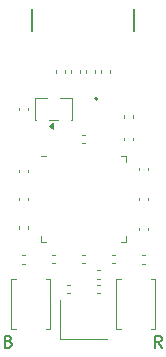
<source format=gbr>
%TF.GenerationSoftware,KiCad,Pcbnew,9.0.7*%
%TF.CreationDate,2026-01-28T18:20:07-05:00*%
%TF.ProjectId,DIPSTICKPRO_2354,44495053-5449-4434-9b50-524f5f323335,0*%
%TF.SameCoordinates,Original*%
%TF.FileFunction,Legend,Top*%
%TF.FilePolarity,Positive*%
%FSLAX46Y46*%
G04 Gerber Fmt 4.6, Leading zero omitted, Abs format (unit mm)*
G04 Created by KiCad (PCBNEW 9.0.7) date 2026-01-28 18:20:07*
%MOMM*%
%LPD*%
G01*
G04 APERTURE LIST*
%ADD10C,0.150000*%
%ADD11C,0.120000*%
%ADD12C,0.191421*%
%ADD13C,0.203200*%
G04 APERTURE END LIST*
D10*
X-72024888Y44138991D02*
X-71882031Y44091372D01*
X-71882031Y44091372D02*
X-71834412Y44043753D01*
X-71834412Y44043753D02*
X-71786793Y43948515D01*
X-71786793Y43948515D02*
X-71786793Y43805658D01*
X-71786793Y43805658D02*
X-71834412Y43710420D01*
X-71834412Y43710420D02*
X-71882031Y43662800D01*
X-71882031Y43662800D02*
X-71977269Y43615181D01*
X-71977269Y43615181D02*
X-72358221Y43615181D01*
X-72358221Y43615181D02*
X-72358221Y44615181D01*
X-72358221Y44615181D02*
X-72024888Y44615181D01*
X-72024888Y44615181D02*
X-71929650Y44567562D01*
X-71929650Y44567562D02*
X-71882031Y44519943D01*
X-71882031Y44519943D02*
X-71834412Y44424705D01*
X-71834412Y44424705D02*
X-71834412Y44329467D01*
X-71834412Y44329467D02*
X-71882031Y44234229D01*
X-71882031Y44234229D02*
X-71929650Y44186610D01*
X-71929650Y44186610D02*
X-72024888Y44138991D01*
X-72024888Y44138991D02*
X-72358221Y44138991D01*
X-59086793Y43615181D02*
X-59420126Y44091372D01*
X-59658221Y43615181D02*
X-59658221Y44615181D01*
X-59658221Y44615181D02*
X-59277269Y44615181D01*
X-59277269Y44615181D02*
X-59182031Y44567562D01*
X-59182031Y44567562D02*
X-59134412Y44519943D01*
X-59134412Y44519943D02*
X-59086793Y44424705D01*
X-59086793Y44424705D02*
X-59086793Y44281848D01*
X-59086793Y44281848D02*
X-59134412Y44186610D01*
X-59134412Y44186610D02*
X-59182031Y44138991D01*
X-59182031Y44138991D02*
X-59277269Y44091372D01*
X-59277269Y44091372D02*
X-59658221Y44091372D01*
D11*
%TO.C,C15*%
X-70435000Y53892836D02*
X-70435000Y53677164D01*
X-71155000Y53892836D02*
X-71155000Y53677164D01*
%TO.C,R1*%
X-63425000Y67133641D02*
X-63425000Y66826359D01*
X-64185000Y67133641D02*
X-64185000Y66826359D01*
%TO.C,U2*%
X-68300000Y62115000D02*
X-68630000Y62355000D01*
X-68300000Y62595000D01*
X-68300000Y62115000D01*
G36*
X-68300000Y62115000D02*
G01*
X-68630000Y62355000D01*
X-68300000Y62595000D01*
X-68300000Y62115000D01*
G37*
X-66690000Y62895000D02*
X-66740000Y62895000D01*
X-66690000Y64715000D02*
X-66690000Y62895000D01*
X-67690000Y64715000D02*
X-66690000Y64715000D01*
X-67860000Y62895000D02*
X-68640000Y62895000D01*
X-69760000Y62895000D02*
X-69810000Y62895000D01*
X-69810000Y62895000D02*
X-69810000Y64715000D01*
X-69810000Y64715000D02*
X-68810000Y64715000D01*
%TO.C,C12*%
X-65602164Y60905000D02*
X-65817836Y60905000D01*
X-65602164Y61625000D02*
X-65817836Y61625000D01*
%TO.C,C14*%
X-60270000Y53752836D02*
X-60270000Y53537164D01*
X-60990000Y53752836D02*
X-60990000Y53537164D01*
%TO.C,C16*%
X-63062164Y50745000D02*
X-63277836Y50745000D01*
X-63062164Y51465000D02*
X-63277836Y51465000D01*
%TO.C,R7*%
X-65965000Y67133641D02*
X-65965000Y66826359D01*
X-66725000Y67133641D02*
X-66725000Y66826359D01*
%TO.C,C1*%
X-70430000Y63912836D02*
X-70430000Y63697164D01*
X-71150000Y63912836D02*
X-71150000Y63697164D01*
%TO.C,C13*%
X-70435000Y58692836D02*
X-70435000Y58477164D01*
X-71155000Y58692836D02*
X-71155000Y58477164D01*
%TO.C,R8*%
X-64695000Y67133641D02*
X-64695000Y66826359D01*
X-65455000Y67133641D02*
X-65455000Y66826359D01*
%TO.C,U1*%
X-62100000Y52575000D02*
X-62100000Y53025000D01*
X-62100000Y59795000D02*
X-62100000Y59345000D01*
X-62550000Y52575000D02*
X-62100000Y52575000D01*
X-62550000Y59795000D02*
X-62100000Y59795000D01*
X-68870000Y52575000D02*
X-69320000Y52575000D01*
X-68870000Y59795000D02*
X-69320000Y59795000D01*
X-69320000Y52575000D02*
X-69320000Y53025000D01*
%TO.C,C17*%
X-60270000Y58832836D02*
X-60270000Y58617164D01*
X-60990000Y58832836D02*
X-60990000Y58617164D01*
%TO.C,L1*%
D12*
X-64514290Y64685000D02*
G75*
G02*
X-64705710Y64685000I-95710J0D01*
G01*
X-64705710Y64685000D02*
G75*
G02*
X-64514290Y64685000I95710J0D01*
G01*
D11*
%TO.C,C9*%
X-61540000Y61372836D02*
X-61540000Y61157164D01*
X-62260000Y61372836D02*
X-62260000Y61157164D01*
%TO.C,R4*%
X-60476359Y50725000D02*
X-60783641Y50725000D01*
X-60476359Y51485000D02*
X-60783641Y51485000D01*
%TO.C,SW1*%
X-68505000Y45195000D02*
X-68505000Y49395000D01*
X-68505000Y49395000D02*
X-68895000Y49395000D01*
X-68895000Y45195000D02*
X-68505000Y45195000D01*
X-71415000Y45195000D02*
X-71805000Y45195000D01*
X-71805000Y45195000D02*
X-71805000Y49395000D01*
X-71805000Y49395000D02*
X-71415000Y49395000D01*
%TO.C,R3*%
X-67235000Y67133641D02*
X-67235000Y66826359D01*
X-67995000Y67133641D02*
X-67995000Y66826359D01*
%TO.C,R5*%
X-61520000Y63323641D02*
X-61520000Y63016359D01*
X-62280000Y63323641D02*
X-62280000Y63016359D01*
%TO.C,Y1*%
X-67710000Y44375000D02*
X-63710000Y44375000D01*
X-67710000Y47675000D02*
X-67710000Y44375000D01*
%TO.C,R2*%
X-64593641Y49455000D02*
X-64286359Y49455000D01*
X-64593641Y50215000D02*
X-64286359Y50215000D01*
D13*
%TO.C,J2*%
X-61390000Y70460000D02*
X-61390000Y72260000D01*
X-70030000Y70460000D02*
X-70030000Y72260000D01*
D11*
%TO.C,C10*%
X-65817836Y50745000D02*
X-65602164Y50745000D01*
X-65817836Y51465000D02*
X-65602164Y51465000D01*
%TO.C,C3*%
X-67087836Y48205000D02*
X-66872164Y48205000D01*
X-67087836Y48925000D02*
X-66872164Y48925000D01*
%TO.C,C8*%
X-70430000Y56292836D02*
X-70430000Y56077164D01*
X-71150000Y56292836D02*
X-71150000Y56077164D01*
%TO.C,R6*%
X-70943641Y50725000D02*
X-70636359Y50725000D01*
X-70943641Y51485000D02*
X-70636359Y51485000D01*
%TO.C,C18*%
X-68142164Y50745000D02*
X-68357836Y50745000D01*
X-68142164Y51465000D02*
X-68357836Y51465000D01*
%TO.C,SW2*%
X-59615000Y45195000D02*
X-60005000Y45195000D01*
X-59615000Y49395000D02*
X-59615000Y45195000D01*
X-60005000Y49395000D02*
X-59615000Y49395000D01*
X-62525000Y49395000D02*
X-62915000Y49395000D01*
X-62915000Y45195000D02*
X-62525000Y45195000D01*
X-62915000Y49395000D02*
X-62915000Y45195000D01*
%TO.C,C11*%
X-60270000Y56292836D02*
X-60270000Y56077164D01*
X-60990000Y56292836D02*
X-60990000Y56077164D01*
%TO.C,C4*%
X-64332164Y48205000D02*
X-64547836Y48205000D01*
X-64332164Y48925000D02*
X-64547836Y48925000D01*
%TD*%
%LPC*%
G36*
X-70782757Y43693021D02*
G01*
X-70781470Y43692871D01*
X-70781461Y43692870D01*
X-70608695Y43672675D01*
X-70608689Y43672674D01*
X-70606348Y43672400D01*
X-70594913Y43669829D01*
X-70592674Y43669072D01*
X-70592670Y43669071D01*
X-70428331Y43613506D01*
X-70428326Y43613504D01*
X-70426094Y43612749D01*
X-70415444Y43607853D01*
X-70262205Y43516883D01*
X-70252808Y43509878D01*
X-70251079Y43508282D01*
X-70251075Y43508279D01*
X-70174543Y43437634D01*
X-70121861Y43389004D01*
X-70114128Y43380196D01*
X-70011209Y43234712D01*
X-70005478Y43224488D01*
X-69935097Y43060768D01*
X-69931621Y43049575D01*
X-69896876Y42874875D01*
X-69895800Y42863951D01*
X-69895800Y42861745D01*
X-69895800Y41728308D01*
X-69894288Y41720701D01*
X-69832103Y41570575D01*
X-69793820Y41378115D01*
X-69793820Y41181885D01*
X-69832103Y40989425D01*
X-69907197Y40808132D01*
X-70016217Y40644972D01*
X-70154972Y40506217D01*
X-70318132Y40397197D01*
X-70499425Y40322103D01*
X-70691885Y40283820D01*
X-70888115Y40283820D01*
X-71080575Y40322103D01*
X-71261868Y40397197D01*
X-71425028Y40506217D01*
X-71563783Y40644972D01*
X-71672803Y40808132D01*
X-71747897Y40989425D01*
X-71786180Y41181885D01*
X-71786180Y41378115D01*
X-71747897Y41570575D01*
X-71685713Y41720701D01*
X-71684200Y41728308D01*
X-71684200Y42861851D01*
X-71684200Y42863803D01*
X-71683363Y42873447D01*
X-71683029Y42875360D01*
X-71683028Y42875367D01*
X-71652918Y43047596D01*
X-71652916Y43047605D01*
X-71652496Y43050004D01*
X-71649117Y43061677D01*
X-71648185Y43063942D01*
X-71581712Y43225418D01*
X-71581709Y43225425D01*
X-71580780Y43227680D01*
X-71574962Y43238349D01*
X-71573572Y43240347D01*
X-71573563Y43240363D01*
X-71473828Y43383689D01*
X-71473821Y43383698D01*
X-71472425Y43385703D01*
X-71464443Y43394866D01*
X-71332531Y43516630D01*
X-71322760Y43523855D01*
X-71320652Y43525085D01*
X-71320643Y43525091D01*
X-71169805Y43613062D01*
X-71169796Y43613067D01*
X-71167687Y43614296D01*
X-71156587Y43619243D01*
X-71154262Y43619990D01*
X-71154251Y43619994D01*
X-70987994Y43673353D01*
X-70987980Y43673356D01*
X-70985655Y43674102D01*
X-70973749Y43676538D01*
X-70971312Y43676766D01*
X-70971310Y43676766D01*
X-70796840Y43693060D01*
X-70796836Y43693061D01*
X-70795799Y43693157D01*
X-70790592Y43693400D01*
X-70789259Y43693400D01*
X-70782757Y43693021D01*
G37*
G36*
X-68242757Y43693021D02*
G01*
X-68241470Y43692871D01*
X-68241461Y43692870D01*
X-68068695Y43672675D01*
X-68068689Y43672674D01*
X-68066348Y43672400D01*
X-68054913Y43669829D01*
X-68052674Y43669072D01*
X-68052670Y43669071D01*
X-67888331Y43613506D01*
X-67888326Y43613504D01*
X-67886094Y43612749D01*
X-67875444Y43607853D01*
X-67722205Y43516883D01*
X-67712808Y43509878D01*
X-67711079Y43508282D01*
X-67711075Y43508279D01*
X-67634543Y43437634D01*
X-67581861Y43389004D01*
X-67574128Y43380196D01*
X-67471209Y43234712D01*
X-67465478Y43224488D01*
X-67395097Y43060768D01*
X-67391621Y43049575D01*
X-67356876Y42874875D01*
X-67355800Y42863951D01*
X-67355800Y42861745D01*
X-67355800Y41728308D01*
X-67354288Y41720701D01*
X-67292103Y41570575D01*
X-67253820Y41378115D01*
X-67253820Y41181885D01*
X-67292103Y40989425D01*
X-67367197Y40808132D01*
X-67476217Y40644972D01*
X-67614972Y40506217D01*
X-67778132Y40397197D01*
X-67959425Y40322103D01*
X-68151885Y40283820D01*
X-68348115Y40283820D01*
X-68540575Y40322103D01*
X-68721868Y40397197D01*
X-68885028Y40506217D01*
X-69023783Y40644972D01*
X-69132803Y40808132D01*
X-69207897Y40989425D01*
X-69246180Y41181885D01*
X-69246180Y41378115D01*
X-69207897Y41570575D01*
X-69145713Y41720701D01*
X-69144200Y41728308D01*
X-69144200Y42861851D01*
X-69144200Y42863803D01*
X-69143363Y42873447D01*
X-69143029Y42875360D01*
X-69143028Y42875367D01*
X-69112918Y43047596D01*
X-69112916Y43047605D01*
X-69112496Y43050004D01*
X-69109117Y43061677D01*
X-69108185Y43063942D01*
X-69041712Y43225418D01*
X-69041709Y43225425D01*
X-69040780Y43227680D01*
X-69034962Y43238349D01*
X-69033572Y43240347D01*
X-69033563Y43240363D01*
X-68933828Y43383689D01*
X-68933821Y43383698D01*
X-68932425Y43385703D01*
X-68924443Y43394866D01*
X-68792531Y43516630D01*
X-68782760Y43523855D01*
X-68780652Y43525085D01*
X-68780643Y43525091D01*
X-68629805Y43613062D01*
X-68629796Y43613067D01*
X-68627687Y43614296D01*
X-68616587Y43619243D01*
X-68614262Y43619990D01*
X-68614251Y43619994D01*
X-68447994Y43673353D01*
X-68447980Y43673356D01*
X-68445655Y43674102D01*
X-68433749Y43676538D01*
X-68431312Y43676766D01*
X-68431310Y43676766D01*
X-68256840Y43693060D01*
X-68256836Y43693061D01*
X-68255799Y43693157D01*
X-68250592Y43693400D01*
X-68249259Y43693400D01*
X-68242757Y43693021D01*
G37*
G36*
X-65702757Y43693021D02*
G01*
X-65701470Y43692871D01*
X-65701461Y43692870D01*
X-65528695Y43672675D01*
X-65528689Y43672674D01*
X-65526348Y43672400D01*
X-65514913Y43669829D01*
X-65512674Y43669072D01*
X-65512670Y43669071D01*
X-65348331Y43613506D01*
X-65348326Y43613504D01*
X-65346094Y43612749D01*
X-65335444Y43607853D01*
X-65182205Y43516883D01*
X-65172808Y43509878D01*
X-65171079Y43508282D01*
X-65171075Y43508279D01*
X-65094543Y43437634D01*
X-65041861Y43389004D01*
X-65034128Y43380196D01*
X-64931209Y43234712D01*
X-64925478Y43224488D01*
X-64855097Y43060768D01*
X-64851621Y43049575D01*
X-64816876Y42874875D01*
X-64815800Y42863951D01*
X-64815800Y42861745D01*
X-64815800Y41728308D01*
X-64814288Y41720701D01*
X-64752103Y41570575D01*
X-64713820Y41378115D01*
X-64713820Y41181885D01*
X-64752103Y40989425D01*
X-64827197Y40808132D01*
X-64936217Y40644972D01*
X-65074972Y40506217D01*
X-65238132Y40397197D01*
X-65419425Y40322103D01*
X-65611885Y40283820D01*
X-65808115Y40283820D01*
X-66000575Y40322103D01*
X-66181868Y40397197D01*
X-66345028Y40506217D01*
X-66483783Y40644972D01*
X-66592803Y40808132D01*
X-66667897Y40989425D01*
X-66706180Y41181885D01*
X-66706180Y41378115D01*
X-66667897Y41570575D01*
X-66605713Y41720701D01*
X-66604200Y41728308D01*
X-66604200Y42861851D01*
X-66604200Y42863803D01*
X-66603363Y42873447D01*
X-66603029Y42875360D01*
X-66603028Y42875367D01*
X-66572918Y43047596D01*
X-66572916Y43047605D01*
X-66572496Y43050004D01*
X-66569117Y43061677D01*
X-66568185Y43063942D01*
X-66501712Y43225418D01*
X-66501709Y43225425D01*
X-66500780Y43227680D01*
X-66494962Y43238349D01*
X-66493572Y43240347D01*
X-66493563Y43240363D01*
X-66393828Y43383689D01*
X-66393821Y43383698D01*
X-66392425Y43385703D01*
X-66384443Y43394866D01*
X-66252531Y43516630D01*
X-66242760Y43523855D01*
X-66240652Y43525085D01*
X-66240643Y43525091D01*
X-66089805Y43613062D01*
X-66089796Y43613067D01*
X-66087687Y43614296D01*
X-66076587Y43619243D01*
X-66074262Y43619990D01*
X-66074251Y43619994D01*
X-65907994Y43673353D01*
X-65907980Y43673356D01*
X-65905655Y43674102D01*
X-65893749Y43676538D01*
X-65891312Y43676766D01*
X-65891310Y43676766D01*
X-65716840Y43693060D01*
X-65716836Y43693061D01*
X-65715799Y43693157D01*
X-65710592Y43693400D01*
X-65709259Y43693400D01*
X-65702757Y43693021D01*
G37*
G36*
X-63162757Y43693021D02*
G01*
X-63161470Y43692871D01*
X-63161461Y43692870D01*
X-62988695Y43672675D01*
X-62988689Y43672674D01*
X-62986348Y43672400D01*
X-62974913Y43669829D01*
X-62972674Y43669072D01*
X-62972670Y43669071D01*
X-62808331Y43613506D01*
X-62808326Y43613504D01*
X-62806094Y43612749D01*
X-62795444Y43607853D01*
X-62642205Y43516883D01*
X-62632808Y43509878D01*
X-62631079Y43508282D01*
X-62631075Y43508279D01*
X-62554543Y43437634D01*
X-62501861Y43389004D01*
X-62494128Y43380196D01*
X-62391209Y43234712D01*
X-62385478Y43224488D01*
X-62315097Y43060768D01*
X-62311621Y43049575D01*
X-62276876Y42874875D01*
X-62275800Y42863951D01*
X-62275800Y42861745D01*
X-62275800Y41728308D01*
X-62274288Y41720701D01*
X-62212103Y41570575D01*
X-62173820Y41378115D01*
X-62173820Y41181885D01*
X-62212103Y40989425D01*
X-62287197Y40808132D01*
X-62396217Y40644972D01*
X-62534972Y40506217D01*
X-62698132Y40397197D01*
X-62879425Y40322103D01*
X-63071885Y40283820D01*
X-63268115Y40283820D01*
X-63460575Y40322103D01*
X-63641868Y40397197D01*
X-63805028Y40506217D01*
X-63943783Y40644972D01*
X-64052803Y40808132D01*
X-64127897Y40989425D01*
X-64166180Y41181885D01*
X-64166180Y41378115D01*
X-64127897Y41570575D01*
X-64065713Y41720701D01*
X-64064200Y41728308D01*
X-64064200Y42861851D01*
X-64064200Y42863803D01*
X-64063363Y42873447D01*
X-64063029Y42875360D01*
X-64063028Y42875367D01*
X-64032918Y43047596D01*
X-64032916Y43047605D01*
X-64032496Y43050004D01*
X-64029117Y43061677D01*
X-64028185Y43063942D01*
X-63961712Y43225418D01*
X-63961709Y43225425D01*
X-63960780Y43227680D01*
X-63954962Y43238349D01*
X-63953572Y43240347D01*
X-63953563Y43240363D01*
X-63853828Y43383689D01*
X-63853821Y43383698D01*
X-63852425Y43385703D01*
X-63844443Y43394866D01*
X-63712531Y43516630D01*
X-63702760Y43523855D01*
X-63700652Y43525085D01*
X-63700643Y43525091D01*
X-63549805Y43613062D01*
X-63549796Y43613067D01*
X-63547687Y43614296D01*
X-63536587Y43619243D01*
X-63534262Y43619990D01*
X-63534251Y43619994D01*
X-63367994Y43673353D01*
X-63367980Y43673356D01*
X-63365655Y43674102D01*
X-63353749Y43676538D01*
X-63351312Y43676766D01*
X-63351310Y43676766D01*
X-63176840Y43693060D01*
X-63176836Y43693061D01*
X-63175799Y43693157D01*
X-63170592Y43693400D01*
X-63169259Y43693400D01*
X-63162757Y43693021D01*
G37*
G36*
X-60622757Y43693021D02*
G01*
X-60621470Y43692871D01*
X-60621461Y43692870D01*
X-60448695Y43672675D01*
X-60448689Y43672674D01*
X-60446348Y43672400D01*
X-60434913Y43669829D01*
X-60432674Y43669072D01*
X-60432670Y43669071D01*
X-60268331Y43613506D01*
X-60268326Y43613504D01*
X-60266094Y43612749D01*
X-60255444Y43607853D01*
X-60102205Y43516883D01*
X-60092808Y43509878D01*
X-60091079Y43508282D01*
X-60091075Y43508279D01*
X-60014543Y43437634D01*
X-59961861Y43389004D01*
X-59954128Y43380196D01*
X-59851209Y43234712D01*
X-59845478Y43224488D01*
X-59775097Y43060768D01*
X-59771621Y43049575D01*
X-59736876Y42874875D01*
X-59735800Y42863951D01*
X-59735800Y42861745D01*
X-59735800Y41728308D01*
X-59734288Y41720701D01*
X-59672103Y41570575D01*
X-59633820Y41378115D01*
X-59633820Y41181885D01*
X-59672103Y40989425D01*
X-59747197Y40808132D01*
X-59856217Y40644972D01*
X-59994972Y40506217D01*
X-60158132Y40397197D01*
X-60339425Y40322103D01*
X-60531885Y40283820D01*
X-60728115Y40283820D01*
X-60920575Y40322103D01*
X-61101868Y40397197D01*
X-61265028Y40506217D01*
X-61403783Y40644972D01*
X-61512803Y40808132D01*
X-61587897Y40989425D01*
X-61626180Y41181885D01*
X-61626180Y41378115D01*
X-61587897Y41570575D01*
X-61525713Y41720701D01*
X-61524200Y41728308D01*
X-61524200Y42861851D01*
X-61524200Y42863803D01*
X-61523363Y42873447D01*
X-61523029Y42875360D01*
X-61523028Y42875367D01*
X-61492918Y43047596D01*
X-61492916Y43047605D01*
X-61492496Y43050004D01*
X-61489117Y43061677D01*
X-61488185Y43063942D01*
X-61421712Y43225418D01*
X-61421709Y43225425D01*
X-61420780Y43227680D01*
X-61414962Y43238349D01*
X-61413572Y43240347D01*
X-61413563Y43240363D01*
X-61313828Y43383689D01*
X-61313821Y43383698D01*
X-61312425Y43385703D01*
X-61304443Y43394866D01*
X-61172531Y43516630D01*
X-61162760Y43523855D01*
X-61160652Y43525085D01*
X-61160643Y43525091D01*
X-61009805Y43613062D01*
X-61009796Y43613067D01*
X-61007687Y43614296D01*
X-60996587Y43619243D01*
X-60994262Y43619990D01*
X-60994251Y43619994D01*
X-60827994Y43673353D01*
X-60827980Y43673356D01*
X-60825655Y43674102D01*
X-60813749Y43676538D01*
X-60811312Y43676766D01*
X-60811310Y43676766D01*
X-60636840Y43693060D01*
X-60636836Y43693061D01*
X-60635799Y43693157D01*
X-60630592Y43693400D01*
X-60629259Y43693400D01*
X-60622757Y43693021D01*
G37*
G36*
X-74632900Y43736466D02*
G01*
X-74615048Y43740381D01*
X-74613508Y43741500D01*
X-74602192Y43743293D01*
X-74600000Y43744200D01*
X-73316197Y43744200D01*
X-73306553Y43743363D01*
X-73304640Y43743029D01*
X-73304634Y43743028D01*
X-73132405Y43712918D01*
X-73132398Y43712916D01*
X-73129996Y43712496D01*
X-73118323Y43709117D01*
X-73116060Y43708186D01*
X-73116059Y43708185D01*
X-72954583Y43641712D01*
X-72954580Y43641711D01*
X-72952320Y43640780D01*
X-72941651Y43634962D01*
X-72939650Y43633570D01*
X-72939638Y43633563D01*
X-72796312Y43533828D01*
X-72796308Y43533824D01*
X-72794297Y43532425D01*
X-72785134Y43524443D01*
X-72663370Y43392531D01*
X-72656145Y43382760D01*
X-72654912Y43380646D01*
X-72654910Y43380643D01*
X-72573097Y43240363D01*
X-72565704Y43227687D01*
X-72560757Y43216587D01*
X-72560009Y43214254D01*
X-72560007Y43214251D01*
X-72506648Y43047994D01*
X-72506647Y43047989D01*
X-72505898Y43045655D01*
X-72503462Y43033749D01*
X-72486843Y42855799D01*
X-72486600Y42850592D01*
X-72486600Y42849259D01*
X-72486979Y42842757D01*
X-72507600Y42666348D01*
X-72510171Y42654913D01*
X-72567251Y42486094D01*
X-72572147Y42475444D01*
X-72663117Y42322205D01*
X-72670122Y42312808D01*
X-72790996Y42181861D01*
X-72799804Y42174128D01*
X-72945288Y42071209D01*
X-72955512Y42065478D01*
X-73119232Y41995097D01*
X-73130425Y41991621D01*
X-73305125Y41956876D01*
X-73316049Y41955800D01*
X-73318255Y41955800D01*
X-74592873Y41955800D01*
X-74600000Y41955800D01*
X-74619683Y41963953D01*
X-74629113Y41964509D01*
X-74630167Y41964300D01*
X-74631196Y41963873D01*
X-74809236Y41928459D01*
X-74990764Y41928459D01*
X-75168804Y41963873D01*
X-75336513Y42033341D01*
X-75487448Y42134192D01*
X-75615808Y42262552D01*
X-75716659Y42413487D01*
X-75786127Y42581196D01*
X-75821541Y42759236D01*
X-75821541Y42940764D01*
X-75786127Y43118804D01*
X-75716659Y43286513D01*
X-75615808Y43437448D01*
X-75487448Y43565808D01*
X-75336513Y43666659D01*
X-75168804Y43736127D01*
X-74990764Y43771541D01*
X-74809236Y43771541D01*
X-74632900Y43736466D01*
G37*
G36*
X-56251196Y43736127D02*
G01*
X-56083487Y43666659D01*
X-55932552Y43565808D01*
X-55804192Y43437448D01*
X-55703341Y43286513D01*
X-55633873Y43118804D01*
X-55598459Y42940764D01*
X-55598459Y42759236D01*
X-55633873Y42581196D01*
X-55703341Y42413487D01*
X-55804192Y42262552D01*
X-55932552Y42134192D01*
X-56083487Y42033341D01*
X-56251196Y41963873D01*
X-56429236Y41928459D01*
X-56610764Y41928459D01*
X-56787109Y41963536D01*
X-56804967Y41959615D01*
X-56806504Y41958499D01*
X-56817807Y41956709D01*
X-56820000Y41955800D01*
X-56823541Y41955800D01*
X-58101745Y41955800D01*
X-58103951Y41955800D01*
X-58114875Y41956876D01*
X-58289575Y41991621D01*
X-58300768Y41995097D01*
X-58464488Y42065478D01*
X-58474712Y42071209D01*
X-58620196Y42174128D01*
X-58629004Y42181861D01*
X-58677634Y42234543D01*
X-58748279Y42311075D01*
X-58748282Y42311079D01*
X-58749878Y42312808D01*
X-58756883Y42322205D01*
X-58847853Y42475444D01*
X-58852749Y42486094D01*
X-58853504Y42488326D01*
X-58853506Y42488331D01*
X-58909071Y42652670D01*
X-58909072Y42652674D01*
X-58909829Y42654913D01*
X-58912400Y42666348D01*
X-58912674Y42668689D01*
X-58912675Y42668695D01*
X-58932870Y42841461D01*
X-58932871Y42841470D01*
X-58933021Y42842757D01*
X-58933400Y42849259D01*
X-58933400Y42850592D01*
X-58933157Y42855799D01*
X-58932409Y42863803D01*
X-58916766Y43031310D01*
X-58916766Y43031312D01*
X-58916538Y43033749D01*
X-58914102Y43045655D01*
X-58913356Y43047980D01*
X-58913353Y43047994D01*
X-58859994Y43214251D01*
X-58859990Y43214262D01*
X-58859243Y43216587D01*
X-58854296Y43227687D01*
X-58853067Y43229796D01*
X-58853062Y43229805D01*
X-58765091Y43380643D01*
X-58765085Y43380652D01*
X-58763855Y43382760D01*
X-58756630Y43392531D01*
X-58648311Y43509878D01*
X-58636525Y43522646D01*
X-58636524Y43522648D01*
X-58634866Y43524443D01*
X-58625703Y43532425D01*
X-58623698Y43533821D01*
X-58623689Y43533828D01*
X-58480363Y43633563D01*
X-58480347Y43633572D01*
X-58478349Y43634962D01*
X-58467680Y43640780D01*
X-58465425Y43641709D01*
X-58465418Y43641712D01*
X-58303942Y43708185D01*
X-58303939Y43708186D01*
X-58301677Y43709117D01*
X-58290004Y43712496D01*
X-58287605Y43712916D01*
X-58287596Y43712918D01*
X-58115367Y43743028D01*
X-58115360Y43743029D01*
X-58113447Y43743363D01*
X-58103803Y43744200D01*
X-56820000Y43744200D01*
X-56800321Y43736049D01*
X-56790887Y43735492D01*
X-56789829Y43735703D01*
X-56788804Y43736127D01*
X-56610764Y43771541D01*
X-56429236Y43771541D01*
X-56251196Y43736127D01*
G37*
G36*
X-74632900Y46276466D02*
G01*
X-74615048Y46280381D01*
X-74613508Y46281500D01*
X-74602192Y46283293D01*
X-74600000Y46284200D01*
X-73316197Y46284200D01*
X-73306553Y46283363D01*
X-73304640Y46283029D01*
X-73304634Y46283028D01*
X-73132405Y46252918D01*
X-73132398Y46252916D01*
X-73129996Y46252496D01*
X-73118323Y46249117D01*
X-73116060Y46248186D01*
X-73116059Y46248185D01*
X-72954583Y46181712D01*
X-72954580Y46181711D01*
X-72952320Y46180780D01*
X-72941651Y46174962D01*
X-72939650Y46173570D01*
X-72939638Y46173563D01*
X-72796312Y46073828D01*
X-72796308Y46073824D01*
X-72794297Y46072425D01*
X-72785134Y46064443D01*
X-72663370Y45932531D01*
X-72656145Y45922760D01*
X-72654912Y45920646D01*
X-72654910Y45920643D01*
X-72566939Y45769805D01*
X-72565704Y45767687D01*
X-72560757Y45756587D01*
X-72560009Y45754254D01*
X-72560007Y45754251D01*
X-72506648Y45587994D01*
X-72506647Y45587989D01*
X-72505898Y45585655D01*
X-72503462Y45573749D01*
X-72486843Y45395799D01*
X-72486600Y45390592D01*
X-72486600Y45389259D01*
X-72486979Y45382757D01*
X-72507600Y45206348D01*
X-72510171Y45194913D01*
X-72567251Y45026094D01*
X-72572147Y45015444D01*
X-72663117Y44862205D01*
X-72670122Y44852808D01*
X-72790996Y44721861D01*
X-72799804Y44714128D01*
X-72945288Y44611209D01*
X-72955512Y44605478D01*
X-73119232Y44535097D01*
X-73130425Y44531621D01*
X-73305125Y44496876D01*
X-73316049Y44495800D01*
X-73318255Y44495800D01*
X-74592873Y44495800D01*
X-74600000Y44495800D01*
X-74619683Y44503953D01*
X-74629113Y44504509D01*
X-74630167Y44504300D01*
X-74631196Y44503873D01*
X-74809236Y44468459D01*
X-74990764Y44468459D01*
X-75168804Y44503873D01*
X-75336513Y44573341D01*
X-75487448Y44674192D01*
X-75615808Y44802552D01*
X-75716659Y44953487D01*
X-75786127Y45121196D01*
X-75821541Y45299236D01*
X-75821541Y45480764D01*
X-75786127Y45658804D01*
X-75716659Y45826513D01*
X-75615808Y45977448D01*
X-75487448Y46105808D01*
X-75336513Y46206659D01*
X-75168804Y46276127D01*
X-74990764Y46311541D01*
X-74809236Y46311541D01*
X-74632900Y46276466D01*
G37*
G36*
X-56251196Y46276127D02*
G01*
X-56083487Y46206659D01*
X-55932552Y46105808D01*
X-55804192Y45977448D01*
X-55703341Y45826513D01*
X-55633873Y45658804D01*
X-55598459Y45480764D01*
X-55598459Y45299236D01*
X-55633873Y45121196D01*
X-55703341Y44953487D01*
X-55804192Y44802552D01*
X-55932552Y44674192D01*
X-56083487Y44573341D01*
X-56251196Y44503873D01*
X-56429236Y44468459D01*
X-56610764Y44468459D01*
X-56787109Y44503536D01*
X-56804967Y44499615D01*
X-56806504Y44498499D01*
X-56817807Y44496709D01*
X-56820000Y44495800D01*
X-56823541Y44495800D01*
X-58101745Y44495800D01*
X-58103951Y44495800D01*
X-58114875Y44496876D01*
X-58289575Y44531621D01*
X-58300768Y44535097D01*
X-58464488Y44605478D01*
X-58474712Y44611209D01*
X-58620196Y44714128D01*
X-58629004Y44721861D01*
X-58703616Y44802691D01*
X-58748279Y44851075D01*
X-58748282Y44851079D01*
X-58749878Y44852808D01*
X-58756883Y44862205D01*
X-58847853Y45015444D01*
X-58852749Y45026094D01*
X-58853504Y45028326D01*
X-58853506Y45028331D01*
X-58909071Y45192670D01*
X-58909072Y45192674D01*
X-58909829Y45194913D01*
X-58912400Y45206348D01*
X-58912674Y45208689D01*
X-58912675Y45208695D01*
X-58932870Y45381461D01*
X-58932871Y45381470D01*
X-58933021Y45382757D01*
X-58933400Y45389259D01*
X-58933400Y45390592D01*
X-58933157Y45395799D01*
X-58916538Y45573749D01*
X-58914102Y45585655D01*
X-58913356Y45587980D01*
X-58913353Y45587994D01*
X-58859994Y45754251D01*
X-58859990Y45754262D01*
X-58859243Y45756587D01*
X-58854296Y45767687D01*
X-58853067Y45769796D01*
X-58853062Y45769805D01*
X-58765091Y45920643D01*
X-58765085Y45920652D01*
X-58763855Y45922760D01*
X-58756630Y45932531D01*
X-58634866Y46064443D01*
X-58625703Y46072425D01*
X-58623698Y46073821D01*
X-58623689Y46073828D01*
X-58480363Y46173563D01*
X-58480347Y46173572D01*
X-58478349Y46174962D01*
X-58467680Y46180780D01*
X-58465425Y46181709D01*
X-58465418Y46181712D01*
X-58303942Y46248185D01*
X-58303939Y46248186D01*
X-58301677Y46249117D01*
X-58290004Y46252496D01*
X-58287605Y46252916D01*
X-58287596Y46252918D01*
X-58115367Y46283028D01*
X-58115360Y46283029D01*
X-58113447Y46283363D01*
X-58103803Y46284200D01*
X-56820000Y46284200D01*
X-56800321Y46276049D01*
X-56790887Y46275492D01*
X-56789829Y46275703D01*
X-56788804Y46276127D01*
X-56610764Y46311541D01*
X-56429236Y46311541D01*
X-56251196Y46276127D01*
G37*
G36*
X-69336086Y45638005D02*
G01*
X-69331355Y45635916D01*
X-69328189Y45635499D01*
X-69288558Y45617019D01*
X-69234894Y45593324D01*
X-69156676Y45515106D01*
X-69132972Y45461421D01*
X-69114502Y45421812D01*
X-69114086Y45418649D01*
X-69111995Y45413914D01*
X-69104000Y45345000D01*
X-69104000Y44795000D01*
X-69111995Y44726086D01*
X-69114086Y44721352D01*
X-69114502Y44718189D01*
X-69132964Y44678598D01*
X-69156676Y44624894D01*
X-69234894Y44546676D01*
X-69288598Y44522964D01*
X-69328189Y44504502D01*
X-69331352Y44504086D01*
X-69336086Y44501995D01*
X-69405000Y44494000D01*
X-70905000Y44494000D01*
X-70973914Y44501995D01*
X-70978649Y44504086D01*
X-70981812Y44504502D01*
X-71021421Y44522972D01*
X-71075106Y44546676D01*
X-71153324Y44624894D01*
X-71177019Y44678558D01*
X-71195499Y44718189D01*
X-71195916Y44721355D01*
X-71198005Y44726086D01*
X-71206000Y44795000D01*
X-71206000Y45345000D01*
X-71198005Y45413914D01*
X-71195916Y45418646D01*
X-71195499Y45421812D01*
X-71177011Y45461462D01*
X-71153324Y45515106D01*
X-71075106Y45593324D01*
X-71021462Y45617011D01*
X-70981812Y45635499D01*
X-70978646Y45635916D01*
X-70973914Y45638005D01*
X-70905000Y45646000D01*
X-69405000Y45646000D01*
X-69336086Y45638005D01*
G37*
G36*
X-60446086Y45638005D02*
G01*
X-60441355Y45635916D01*
X-60438189Y45635499D01*
X-60398558Y45617019D01*
X-60344894Y45593324D01*
X-60266676Y45515106D01*
X-60242972Y45461421D01*
X-60224502Y45421812D01*
X-60224086Y45418649D01*
X-60221995Y45413914D01*
X-60214000Y45345000D01*
X-60214000Y44795000D01*
X-60221995Y44726086D01*
X-60224086Y44721352D01*
X-60224502Y44718189D01*
X-60242964Y44678598D01*
X-60266676Y44624894D01*
X-60344894Y44546676D01*
X-60398598Y44522964D01*
X-60438189Y44504502D01*
X-60441352Y44504086D01*
X-60446086Y44501995D01*
X-60515000Y44494000D01*
X-62015000Y44494000D01*
X-62083914Y44501995D01*
X-62088649Y44504086D01*
X-62091812Y44504502D01*
X-62131421Y44522972D01*
X-62185106Y44546676D01*
X-62263324Y44624894D01*
X-62287019Y44678558D01*
X-62305499Y44718189D01*
X-62305916Y44721355D01*
X-62308005Y44726086D01*
X-62316000Y44795000D01*
X-62316000Y45345000D01*
X-62308005Y45413914D01*
X-62305916Y45418646D01*
X-62305499Y45421812D01*
X-62287011Y45461462D01*
X-62263324Y45515106D01*
X-62185106Y45593324D01*
X-62131462Y45617011D01*
X-62091812Y45635499D01*
X-62088646Y45635916D01*
X-62083914Y45638005D01*
X-62015000Y45646000D01*
X-60515000Y45646000D01*
X-60446086Y45638005D01*
G37*
G36*
X-66090483Y45822118D02*
G01*
X-66073938Y45811062D01*
X-66062882Y45794517D01*
X-66059000Y45775000D01*
X-66059000Y44575000D01*
X-66062882Y44555483D01*
X-66073938Y44538938D01*
X-66090483Y44527882D01*
X-66110000Y44524000D01*
X-67510000Y44524000D01*
X-67529517Y44527882D01*
X-67546062Y44538938D01*
X-67557118Y44555483D01*
X-67561000Y44575000D01*
X-67561000Y45775000D01*
X-67557118Y45794517D01*
X-67546062Y45811062D01*
X-67529517Y45822118D01*
X-67510000Y45826000D01*
X-66110000Y45826000D01*
X-66090483Y45822118D01*
G37*
G36*
X-63890483Y45822118D02*
G01*
X-63873938Y45811062D01*
X-63862882Y45794517D01*
X-63859000Y45775000D01*
X-63859000Y44575000D01*
X-63862882Y44555483D01*
X-63873938Y44538938D01*
X-63890483Y44527882D01*
X-63910000Y44524000D01*
X-65310000Y44524000D01*
X-65329517Y44527882D01*
X-65346062Y44538938D01*
X-65357118Y44555483D01*
X-65361000Y44575000D01*
X-65361000Y45775000D01*
X-65357118Y45794517D01*
X-65346062Y45811062D01*
X-65329517Y45822118D01*
X-65310000Y45826000D01*
X-63910000Y45826000D01*
X-63890483Y45822118D01*
G37*
G36*
X-66090483Y47522118D02*
G01*
X-66073938Y47511062D01*
X-66062882Y47494517D01*
X-66059000Y47475000D01*
X-66059000Y46275000D01*
X-66062882Y46255483D01*
X-66073938Y46238938D01*
X-66090483Y46227882D01*
X-66110000Y46224000D01*
X-67510000Y46224000D01*
X-67529517Y46227882D01*
X-67546062Y46238938D01*
X-67557118Y46255483D01*
X-67561000Y46275000D01*
X-67561000Y47475000D01*
X-67557118Y47494517D01*
X-67546062Y47511062D01*
X-67529517Y47522118D01*
X-67510000Y47526000D01*
X-66110000Y47526000D01*
X-66090483Y47522118D01*
G37*
G36*
X-63890483Y47522118D02*
G01*
X-63873938Y47511062D01*
X-63862882Y47494517D01*
X-63859000Y47475000D01*
X-63859000Y46275000D01*
X-63862882Y46255483D01*
X-63873938Y46238938D01*
X-63890483Y46227882D01*
X-63910000Y46224000D01*
X-65310000Y46224000D01*
X-65329517Y46227882D01*
X-65346062Y46238938D01*
X-65357118Y46255483D01*
X-65361000Y46275000D01*
X-65361000Y47475000D01*
X-65357118Y47494517D01*
X-65346062Y47511062D01*
X-65329517Y47522118D01*
X-65310000Y47526000D01*
X-63910000Y47526000D01*
X-63890483Y47522118D01*
G37*
G36*
X-74632900Y48816466D02*
G01*
X-74615048Y48820381D01*
X-74613508Y48821500D01*
X-74602192Y48823293D01*
X-74600000Y48824200D01*
X-73316197Y48824200D01*
X-73306553Y48823363D01*
X-73304640Y48823029D01*
X-73304634Y48823028D01*
X-73132405Y48792918D01*
X-73132398Y48792916D01*
X-73129996Y48792496D01*
X-73118323Y48789117D01*
X-73116060Y48788186D01*
X-73116059Y48788185D01*
X-72954583Y48721712D01*
X-72954580Y48721711D01*
X-72952320Y48720780D01*
X-72941651Y48714962D01*
X-72939650Y48713570D01*
X-72939638Y48713563D01*
X-72796312Y48613828D01*
X-72796308Y48613824D01*
X-72794297Y48612425D01*
X-72785134Y48604443D01*
X-72663370Y48472531D01*
X-72656145Y48462760D01*
X-72654912Y48460646D01*
X-72654910Y48460643D01*
X-72574194Y48322245D01*
X-72565704Y48307687D01*
X-72560757Y48296587D01*
X-72560009Y48294254D01*
X-72560007Y48294251D01*
X-72506648Y48127994D01*
X-72506647Y48127989D01*
X-72505898Y48125655D01*
X-72503462Y48113749D01*
X-72486843Y47935799D01*
X-72486600Y47930592D01*
X-72486600Y47929259D01*
X-72486979Y47922757D01*
X-72507600Y47746348D01*
X-72510171Y47734913D01*
X-72567251Y47566094D01*
X-72572147Y47555444D01*
X-72663117Y47402205D01*
X-72670122Y47392808D01*
X-72790996Y47261861D01*
X-72799804Y47254128D01*
X-72945288Y47151209D01*
X-72955512Y47145478D01*
X-73119232Y47075097D01*
X-73130425Y47071621D01*
X-73305125Y47036876D01*
X-73316049Y47035800D01*
X-73318255Y47035800D01*
X-74592873Y47035800D01*
X-74600000Y47035800D01*
X-74619683Y47043953D01*
X-74629113Y47044509D01*
X-74630167Y47044300D01*
X-74631196Y47043873D01*
X-74809236Y47008459D01*
X-74990764Y47008459D01*
X-75168804Y47043873D01*
X-75336513Y47113341D01*
X-75487448Y47214192D01*
X-75615808Y47342552D01*
X-75716659Y47493487D01*
X-75786127Y47661196D01*
X-75821541Y47839236D01*
X-75821541Y48020764D01*
X-75786127Y48198804D01*
X-75716659Y48366513D01*
X-75615808Y48517448D01*
X-75487448Y48645808D01*
X-75336513Y48746659D01*
X-75168804Y48816127D01*
X-74990764Y48851541D01*
X-74809236Y48851541D01*
X-74632900Y48816466D01*
G37*
G36*
X-56251196Y48816127D02*
G01*
X-56083487Y48746659D01*
X-55932552Y48645808D01*
X-55804192Y48517448D01*
X-55703341Y48366513D01*
X-55633873Y48198804D01*
X-55598459Y48020764D01*
X-55598459Y47839236D01*
X-55633873Y47661196D01*
X-55703341Y47493487D01*
X-55804192Y47342552D01*
X-55932552Y47214192D01*
X-56083487Y47113341D01*
X-56251196Y47043873D01*
X-56429236Y47008459D01*
X-56610764Y47008459D01*
X-56787109Y47043536D01*
X-56804967Y47039615D01*
X-56806504Y47038499D01*
X-56817807Y47036709D01*
X-56820000Y47035800D01*
X-56823541Y47035800D01*
X-58101745Y47035800D01*
X-58103951Y47035800D01*
X-58114875Y47036876D01*
X-58289575Y47071621D01*
X-58300768Y47075097D01*
X-58464488Y47145478D01*
X-58474712Y47151209D01*
X-58620196Y47254128D01*
X-58629004Y47261861D01*
X-58703616Y47342691D01*
X-58748279Y47391075D01*
X-58748282Y47391079D01*
X-58749878Y47392808D01*
X-58756883Y47402205D01*
X-58847853Y47555444D01*
X-58852749Y47566094D01*
X-58853504Y47568326D01*
X-58853506Y47568331D01*
X-58909071Y47732670D01*
X-58909072Y47732674D01*
X-58909829Y47734913D01*
X-58912400Y47746348D01*
X-58912674Y47748689D01*
X-58912675Y47748695D01*
X-58932870Y47921461D01*
X-58932871Y47921470D01*
X-58933021Y47922757D01*
X-58933400Y47929259D01*
X-58933400Y47930592D01*
X-58933157Y47935799D01*
X-58916538Y48113749D01*
X-58914102Y48125655D01*
X-58913356Y48127980D01*
X-58913353Y48127994D01*
X-58859994Y48294251D01*
X-58859990Y48294262D01*
X-58859243Y48296587D01*
X-58854296Y48307687D01*
X-58853067Y48309796D01*
X-58853062Y48309805D01*
X-58765091Y48460643D01*
X-58765085Y48460652D01*
X-58763855Y48462760D01*
X-58756630Y48472531D01*
X-58634866Y48604443D01*
X-58625703Y48612425D01*
X-58623698Y48613821D01*
X-58623689Y48613828D01*
X-58480363Y48713563D01*
X-58480347Y48713572D01*
X-58478349Y48714962D01*
X-58467680Y48720780D01*
X-58465425Y48721709D01*
X-58465418Y48721712D01*
X-58303942Y48788185D01*
X-58303939Y48788186D01*
X-58301677Y48789117D01*
X-58290004Y48792496D01*
X-58287605Y48792916D01*
X-58287596Y48792918D01*
X-58115367Y48823028D01*
X-58115360Y48823029D01*
X-58113447Y48823363D01*
X-58103803Y48824200D01*
X-56820000Y48824200D01*
X-56800321Y48816049D01*
X-56790887Y48815492D01*
X-56789829Y48815703D01*
X-56788804Y48816127D01*
X-56610764Y48851541D01*
X-56429236Y48851541D01*
X-56251196Y48816127D01*
G37*
G36*
X-67246907Y48911461D02*
G01*
X-67184943Y48870057D01*
X-67143539Y48808093D01*
X-67129000Y48735000D01*
X-67129000Y48395000D01*
X-67143539Y48321907D01*
X-67184943Y48259943D01*
X-67246907Y48218539D01*
X-67320000Y48204000D01*
X-67600000Y48204000D01*
X-67673093Y48218539D01*
X-67735057Y48259943D01*
X-67776461Y48321907D01*
X-67791000Y48395000D01*
X-67791000Y48735000D01*
X-67776461Y48808093D01*
X-67735057Y48870057D01*
X-67673093Y48911461D01*
X-67600000Y48926000D01*
X-67320000Y48926000D01*
X-67246907Y48911461D01*
G37*
G36*
X-66286907Y48911461D02*
G01*
X-66224943Y48870057D01*
X-66183539Y48808093D01*
X-66169000Y48735000D01*
X-66169000Y48395000D01*
X-66183539Y48321907D01*
X-66224943Y48259943D01*
X-66286907Y48218539D01*
X-66360000Y48204000D01*
X-66640000Y48204000D01*
X-66713093Y48218539D01*
X-66775057Y48259943D01*
X-66816461Y48321907D01*
X-66831000Y48395000D01*
X-66831000Y48735000D01*
X-66816461Y48808093D01*
X-66775057Y48870057D01*
X-66713093Y48911461D01*
X-66640000Y48926000D01*
X-66360000Y48926000D01*
X-66286907Y48911461D01*
G37*
G36*
X-64706907Y48911461D02*
G01*
X-64644943Y48870057D01*
X-64603539Y48808093D01*
X-64589000Y48735000D01*
X-64589000Y48395000D01*
X-64603539Y48321907D01*
X-64644943Y48259943D01*
X-64706907Y48218539D01*
X-64780000Y48204000D01*
X-65060000Y48204000D01*
X-65133093Y48218539D01*
X-65195057Y48259943D01*
X-65236461Y48321907D01*
X-65251000Y48395000D01*
X-65251000Y48735000D01*
X-65236461Y48808093D01*
X-65195057Y48870057D01*
X-65133093Y48911461D01*
X-65060000Y48926000D01*
X-64780000Y48926000D01*
X-64706907Y48911461D01*
G37*
G36*
X-63746907Y48911461D02*
G01*
X-63684943Y48870057D01*
X-63643539Y48808093D01*
X-63629000Y48735000D01*
X-63629000Y48395000D01*
X-63643539Y48321907D01*
X-63684943Y48259943D01*
X-63746907Y48218539D01*
X-63820000Y48204000D01*
X-64100000Y48204000D01*
X-64173093Y48218539D01*
X-64235057Y48259943D01*
X-64276461Y48321907D01*
X-64291000Y48395000D01*
X-64291000Y48735000D01*
X-64276461Y48808093D01*
X-64235057Y48870057D01*
X-64173093Y48911461D01*
X-64100000Y48926000D01*
X-63820000Y48926000D01*
X-63746907Y48911461D01*
G37*
G36*
X-69336086Y50088005D02*
G01*
X-69331355Y50085916D01*
X-69328189Y50085499D01*
X-69288558Y50067019D01*
X-69234894Y50043324D01*
X-69156676Y49965106D01*
X-69132972Y49911421D01*
X-69114502Y49871812D01*
X-69114086Y49868649D01*
X-69111995Y49863914D01*
X-69104000Y49795000D01*
X-69104000Y49245000D01*
X-69111995Y49176086D01*
X-69114086Y49171352D01*
X-69114502Y49168189D01*
X-69132964Y49128598D01*
X-69156676Y49074894D01*
X-69234894Y48996676D01*
X-69288598Y48972964D01*
X-69328189Y48954502D01*
X-69331352Y48954086D01*
X-69336086Y48951995D01*
X-69405000Y48944000D01*
X-70905000Y48944000D01*
X-70973914Y48951995D01*
X-70978649Y48954086D01*
X-70981812Y48954502D01*
X-71021421Y48972972D01*
X-71075106Y48996676D01*
X-71153324Y49074894D01*
X-71177019Y49128558D01*
X-71195499Y49168189D01*
X-71195916Y49171355D01*
X-71198005Y49176086D01*
X-71206000Y49245000D01*
X-71206000Y49795000D01*
X-71198005Y49863914D01*
X-71195916Y49868646D01*
X-71195499Y49871812D01*
X-71177011Y49911462D01*
X-71153324Y49965106D01*
X-71075106Y50043324D01*
X-71021462Y50067011D01*
X-70981812Y50085499D01*
X-70978646Y50085916D01*
X-70973914Y50088005D01*
X-70905000Y50096000D01*
X-69405000Y50096000D01*
X-69336086Y50088005D01*
G37*
G36*
X-60446086Y50088005D02*
G01*
X-60441355Y50085916D01*
X-60438189Y50085499D01*
X-60398558Y50067019D01*
X-60344894Y50043324D01*
X-60266676Y49965106D01*
X-60242972Y49911421D01*
X-60224502Y49871812D01*
X-60224086Y49868649D01*
X-60221995Y49863914D01*
X-60214000Y49795000D01*
X-60214000Y49245000D01*
X-60221995Y49176086D01*
X-60224086Y49171352D01*
X-60224502Y49168189D01*
X-60242964Y49128598D01*
X-60266676Y49074894D01*
X-60344894Y48996676D01*
X-60398598Y48972964D01*
X-60438189Y48954502D01*
X-60441352Y48954086D01*
X-60446086Y48951995D01*
X-60515000Y48944000D01*
X-62015000Y48944000D01*
X-62083914Y48951995D01*
X-62088649Y48954086D01*
X-62091812Y48954502D01*
X-62131421Y48972972D01*
X-62185106Y48996676D01*
X-62263324Y49074894D01*
X-62287019Y49128558D01*
X-62305499Y49168189D01*
X-62305916Y49171355D01*
X-62308005Y49176086D01*
X-62316000Y49245000D01*
X-62316000Y49795000D01*
X-62308005Y49863914D01*
X-62305916Y49868646D01*
X-62305499Y49871812D01*
X-62287011Y49911462D01*
X-62263324Y49965106D01*
X-62185106Y50043324D01*
X-62131462Y50067011D01*
X-62091812Y50085499D01*
X-62088646Y50085916D01*
X-62083914Y50088005D01*
X-62015000Y50096000D01*
X-60515000Y50096000D01*
X-60446086Y50088005D01*
G37*
G36*
X-64743821Y50191842D02*
G01*
X-64683478Y50151522D01*
X-64643158Y50091179D01*
X-64629000Y50020000D01*
X-64629000Y49650000D01*
X-64643158Y49578821D01*
X-64683478Y49518478D01*
X-64743821Y49478158D01*
X-64815000Y49464000D01*
X-65085000Y49464000D01*
X-65156179Y49478158D01*
X-65216522Y49518478D01*
X-65256842Y49578821D01*
X-65271000Y49650000D01*
X-65271000Y50020000D01*
X-65256842Y50091179D01*
X-65216522Y50151522D01*
X-65156179Y50191842D01*
X-65085000Y50206000D01*
X-64815000Y50206000D01*
X-64743821Y50191842D01*
G37*
G36*
X-63723821Y50191842D02*
G01*
X-63663478Y50151522D01*
X-63623158Y50091179D01*
X-63609000Y50020000D01*
X-63609000Y49650000D01*
X-63623158Y49578821D01*
X-63663478Y49518478D01*
X-63723821Y49478158D01*
X-63795000Y49464000D01*
X-64065000Y49464000D01*
X-64136179Y49478158D01*
X-64196522Y49518478D01*
X-64236842Y49578821D01*
X-64251000Y49650000D01*
X-64251000Y50020000D01*
X-64236842Y50091179D01*
X-64196522Y50151522D01*
X-64136179Y50191842D01*
X-64065000Y50206000D01*
X-63795000Y50206000D01*
X-63723821Y50191842D01*
G37*
G36*
X-74632900Y51356466D02*
G01*
X-74615048Y51360381D01*
X-74613508Y51361500D01*
X-74602192Y51363293D01*
X-74600000Y51364200D01*
X-73316197Y51364200D01*
X-73306553Y51363363D01*
X-73304640Y51363029D01*
X-73304634Y51363028D01*
X-73132405Y51332918D01*
X-73132398Y51332916D01*
X-73129996Y51332496D01*
X-73118323Y51329117D01*
X-73116060Y51328186D01*
X-73116059Y51328185D01*
X-72954583Y51261712D01*
X-72954580Y51261711D01*
X-72952320Y51260780D01*
X-72941651Y51254962D01*
X-72939650Y51253570D01*
X-72939638Y51253563D01*
X-72796312Y51153828D01*
X-72796308Y51153824D01*
X-72794297Y51152425D01*
X-72785134Y51144443D01*
X-72663370Y51012531D01*
X-72656145Y51002760D01*
X-72654912Y51000646D01*
X-72654910Y51000643D01*
X-72574194Y50862245D01*
X-72565704Y50847687D01*
X-72560757Y50836587D01*
X-72560009Y50834254D01*
X-72560007Y50834251D01*
X-72506648Y50667994D01*
X-72506647Y50667989D01*
X-72505898Y50665655D01*
X-72503462Y50653749D01*
X-72486843Y50475799D01*
X-72486600Y50470592D01*
X-72486600Y50469259D01*
X-72486979Y50462757D01*
X-72507600Y50286348D01*
X-72510171Y50274913D01*
X-72567251Y50106094D01*
X-72572147Y50095444D01*
X-72663117Y49942205D01*
X-72670122Y49932808D01*
X-72790996Y49801861D01*
X-72799804Y49794128D01*
X-72945288Y49691209D01*
X-72955512Y49685478D01*
X-73119232Y49615097D01*
X-73130425Y49611621D01*
X-73305125Y49576876D01*
X-73316049Y49575800D01*
X-73318255Y49575800D01*
X-74592873Y49575800D01*
X-74600000Y49575800D01*
X-74619683Y49583953D01*
X-74629113Y49584509D01*
X-74630167Y49584300D01*
X-74631196Y49583873D01*
X-74809236Y49548459D01*
X-74990764Y49548459D01*
X-75168804Y49583873D01*
X-75336513Y49653341D01*
X-75487448Y49754192D01*
X-75615808Y49882552D01*
X-75716659Y50033487D01*
X-75786127Y50201196D01*
X-75821541Y50379236D01*
X-75821541Y50560764D01*
X-75786127Y50738804D01*
X-75716659Y50906513D01*
X-75615808Y51057448D01*
X-75487448Y51185808D01*
X-75336513Y51286659D01*
X-75168804Y51356127D01*
X-74990764Y51391541D01*
X-74809236Y51391541D01*
X-74632900Y51356466D01*
G37*
G36*
X-56251196Y51356127D02*
G01*
X-56083487Y51286659D01*
X-55932552Y51185808D01*
X-55804192Y51057448D01*
X-55703341Y50906513D01*
X-55633873Y50738804D01*
X-55598459Y50560764D01*
X-55598459Y50379236D01*
X-55633873Y50201196D01*
X-55703341Y50033487D01*
X-55804192Y49882552D01*
X-55932552Y49754192D01*
X-56083487Y49653341D01*
X-56251196Y49583873D01*
X-56429236Y49548459D01*
X-56610764Y49548459D01*
X-56787109Y49583536D01*
X-56804967Y49579615D01*
X-56806504Y49578499D01*
X-56817807Y49576709D01*
X-56820000Y49575800D01*
X-56823541Y49575800D01*
X-58101745Y49575800D01*
X-58103951Y49575800D01*
X-58114875Y49576876D01*
X-58289575Y49611621D01*
X-58300768Y49615097D01*
X-58464488Y49685478D01*
X-58474712Y49691209D01*
X-58620196Y49794128D01*
X-58629004Y49801861D01*
X-58703616Y49882691D01*
X-58748279Y49931075D01*
X-58748282Y49931079D01*
X-58749878Y49932808D01*
X-58756883Y49942205D01*
X-58847853Y50095444D01*
X-58852749Y50106094D01*
X-58853504Y50108326D01*
X-58853506Y50108331D01*
X-58909071Y50272670D01*
X-58909072Y50272674D01*
X-58909829Y50274913D01*
X-58912400Y50286348D01*
X-58912674Y50288689D01*
X-58912675Y50288695D01*
X-58932870Y50461461D01*
X-58932871Y50461470D01*
X-58933021Y50462757D01*
X-58933400Y50469259D01*
X-58933400Y50470592D01*
X-58933157Y50475799D01*
X-58916538Y50653749D01*
X-58914102Y50665655D01*
X-58913356Y50667980D01*
X-58913353Y50667994D01*
X-58859994Y50834251D01*
X-58859990Y50834262D01*
X-58859243Y50836587D01*
X-58854296Y50847687D01*
X-58853067Y50849796D01*
X-58853062Y50849805D01*
X-58765091Y51000643D01*
X-58765085Y51000652D01*
X-58763855Y51002760D01*
X-58756630Y51012531D01*
X-58634866Y51144443D01*
X-58625703Y51152425D01*
X-58623698Y51153821D01*
X-58623689Y51153828D01*
X-58480363Y51253563D01*
X-58480347Y51253572D01*
X-58478349Y51254962D01*
X-58467680Y51260780D01*
X-58465425Y51261709D01*
X-58465418Y51261712D01*
X-58303942Y51328185D01*
X-58303939Y51328186D01*
X-58301677Y51329117D01*
X-58290004Y51332496D01*
X-58287605Y51332916D01*
X-58287596Y51332918D01*
X-58115367Y51363028D01*
X-58115360Y51363029D01*
X-58113447Y51363363D01*
X-58103803Y51364200D01*
X-56820000Y51364200D01*
X-56800321Y51356049D01*
X-56790887Y51355492D01*
X-56789829Y51355703D01*
X-56788804Y51356127D01*
X-56610764Y51391541D01*
X-56429236Y51391541D01*
X-56251196Y51356127D01*
G37*
G36*
X-71093821Y51461842D02*
G01*
X-71033478Y51421522D01*
X-70993158Y51361179D01*
X-70979000Y51290000D01*
X-70979000Y50920000D01*
X-70993158Y50848821D01*
X-71033478Y50788478D01*
X-71093821Y50748158D01*
X-71165000Y50734000D01*
X-71435000Y50734000D01*
X-71506179Y50748158D01*
X-71566522Y50788478D01*
X-71606842Y50848821D01*
X-71621000Y50920000D01*
X-71621000Y51290000D01*
X-71606842Y51361179D01*
X-71566522Y51421522D01*
X-71506179Y51461842D01*
X-71435000Y51476000D01*
X-71165000Y51476000D01*
X-71093821Y51461842D01*
G37*
G36*
X-70073821Y51461842D02*
G01*
X-70013478Y51421522D01*
X-69973158Y51361179D01*
X-69959000Y51290000D01*
X-69959000Y50920000D01*
X-69973158Y50848821D01*
X-70013478Y50788478D01*
X-70073821Y50748158D01*
X-70145000Y50734000D01*
X-70415000Y50734000D01*
X-70486179Y50748158D01*
X-70546522Y50788478D01*
X-70586842Y50848821D01*
X-70601000Y50920000D01*
X-70601000Y51290000D01*
X-70586842Y51361179D01*
X-70546522Y51421522D01*
X-70486179Y51461842D01*
X-70415000Y51476000D01*
X-70145000Y51476000D01*
X-70073821Y51461842D01*
G37*
G36*
X-60933821Y51461842D02*
G01*
X-60873478Y51421522D01*
X-60833158Y51361179D01*
X-60819000Y51290000D01*
X-60819000Y50920000D01*
X-60833158Y50848821D01*
X-60873478Y50788478D01*
X-60933821Y50748158D01*
X-61005000Y50734000D01*
X-61275000Y50734000D01*
X-61346179Y50748158D01*
X-61406522Y50788478D01*
X-61446842Y50848821D01*
X-61461000Y50920000D01*
X-61461000Y51290000D01*
X-61446842Y51361179D01*
X-61406522Y51421522D01*
X-61346179Y51461842D01*
X-61275000Y51476000D01*
X-61005000Y51476000D01*
X-60933821Y51461842D01*
G37*
G36*
X-59913821Y51461842D02*
G01*
X-59853478Y51421522D01*
X-59813158Y51361179D01*
X-59799000Y51290000D01*
X-59799000Y50920000D01*
X-59813158Y50848821D01*
X-59853478Y50788478D01*
X-59913821Y50748158D01*
X-59985000Y50734000D01*
X-60255000Y50734000D01*
X-60326179Y50748158D01*
X-60386522Y50788478D01*
X-60426842Y50848821D01*
X-60441000Y50920000D01*
X-60441000Y51290000D01*
X-60426842Y51361179D01*
X-60386522Y51421522D01*
X-60326179Y51461842D01*
X-60255000Y51476000D01*
X-59985000Y51476000D01*
X-59913821Y51461842D01*
G37*
G36*
X-68516907Y51451461D02*
G01*
X-68454943Y51410057D01*
X-68413539Y51348093D01*
X-68399000Y51275000D01*
X-68399000Y50935000D01*
X-68413539Y50861907D01*
X-68454943Y50799943D01*
X-68516907Y50758539D01*
X-68590000Y50744000D01*
X-68870000Y50744000D01*
X-68943093Y50758539D01*
X-69005057Y50799943D01*
X-69046461Y50861907D01*
X-69061000Y50935000D01*
X-69061000Y51275000D01*
X-69046461Y51348093D01*
X-69005057Y51410057D01*
X-68943093Y51451461D01*
X-68870000Y51466000D01*
X-68590000Y51466000D01*
X-68516907Y51451461D01*
G37*
G36*
X-67556907Y51451461D02*
G01*
X-67494943Y51410057D01*
X-67453539Y51348093D01*
X-67439000Y51275000D01*
X-67439000Y50935000D01*
X-67453539Y50861907D01*
X-67494943Y50799943D01*
X-67556907Y50758539D01*
X-67630000Y50744000D01*
X-67910000Y50744000D01*
X-67983093Y50758539D01*
X-68045057Y50799943D01*
X-68086461Y50861907D01*
X-68101000Y50935000D01*
X-68101000Y51275000D01*
X-68086461Y51348093D01*
X-68045057Y51410057D01*
X-67983093Y51451461D01*
X-67910000Y51466000D01*
X-67630000Y51466000D01*
X-67556907Y51451461D01*
G37*
G36*
X-65976907Y51451461D02*
G01*
X-65914943Y51410057D01*
X-65873539Y51348093D01*
X-65859000Y51275000D01*
X-65859000Y50935000D01*
X-65873539Y50861907D01*
X-65914943Y50799943D01*
X-65976907Y50758539D01*
X-66050000Y50744000D01*
X-66330000Y50744000D01*
X-66403093Y50758539D01*
X-66465057Y50799943D01*
X-66506461Y50861907D01*
X-66521000Y50935000D01*
X-66521000Y51275000D01*
X-66506461Y51348093D01*
X-66465057Y51410057D01*
X-66403093Y51451461D01*
X-66330000Y51466000D01*
X-66050000Y51466000D01*
X-65976907Y51451461D01*
G37*
G36*
X-65016907Y51451461D02*
G01*
X-64954943Y51410057D01*
X-64913539Y51348093D01*
X-64899000Y51275000D01*
X-64899000Y50935000D01*
X-64913539Y50861907D01*
X-64954943Y50799943D01*
X-65016907Y50758539D01*
X-65090000Y50744000D01*
X-65370000Y50744000D01*
X-65443093Y50758539D01*
X-65505057Y50799943D01*
X-65546461Y50861907D01*
X-65561000Y50935000D01*
X-65561000Y51275000D01*
X-65546461Y51348093D01*
X-65505057Y51410057D01*
X-65443093Y51451461D01*
X-65370000Y51466000D01*
X-65090000Y51466000D01*
X-65016907Y51451461D01*
G37*
G36*
X-63436907Y51451461D02*
G01*
X-63374943Y51410057D01*
X-63333539Y51348093D01*
X-63319000Y51275000D01*
X-63319000Y50935000D01*
X-63333539Y50861907D01*
X-63374943Y50799943D01*
X-63436907Y50758539D01*
X-63510000Y50744000D01*
X-63790000Y50744000D01*
X-63863093Y50758539D01*
X-63925057Y50799943D01*
X-63966461Y50861907D01*
X-63981000Y50935000D01*
X-63981000Y51275000D01*
X-63966461Y51348093D01*
X-63925057Y51410057D01*
X-63863093Y51451461D01*
X-63790000Y51466000D01*
X-63510000Y51466000D01*
X-63436907Y51451461D01*
G37*
G36*
X-62476907Y51451461D02*
G01*
X-62414943Y51410057D01*
X-62373539Y51348093D01*
X-62359000Y51275000D01*
X-62359000Y50935000D01*
X-62373539Y50861907D01*
X-62414943Y50799943D01*
X-62476907Y50758539D01*
X-62550000Y50744000D01*
X-62830000Y50744000D01*
X-62903093Y50758539D01*
X-62965057Y50799943D01*
X-63006461Y50861907D01*
X-63021000Y50935000D01*
X-63021000Y51275000D01*
X-63006461Y51348093D01*
X-62965057Y51410057D01*
X-62903093Y51451461D01*
X-62830000Y51466000D01*
X-62550000Y51466000D01*
X-62476907Y51451461D01*
G37*
G36*
X-74632900Y53896466D02*
G01*
X-74615048Y53900381D01*
X-74613508Y53901500D01*
X-74602192Y53903293D01*
X-74600000Y53904200D01*
X-73316197Y53904200D01*
X-73306553Y53903363D01*
X-73304640Y53903029D01*
X-73304634Y53903028D01*
X-73132405Y53872918D01*
X-73132398Y53872916D01*
X-73129996Y53872496D01*
X-73118323Y53869117D01*
X-73116060Y53868186D01*
X-73116059Y53868185D01*
X-72954583Y53801712D01*
X-72954580Y53801711D01*
X-72952320Y53800780D01*
X-72941651Y53794962D01*
X-72939650Y53793570D01*
X-72939638Y53793563D01*
X-72796312Y53693828D01*
X-72796308Y53693824D01*
X-72794297Y53692425D01*
X-72785134Y53684443D01*
X-72663370Y53552531D01*
X-72656145Y53542760D01*
X-72654912Y53540646D01*
X-72654910Y53540643D01*
X-72590714Y53430570D01*
X-72565704Y53387687D01*
X-72560757Y53376587D01*
X-72560009Y53374254D01*
X-72560007Y53374251D01*
X-72506648Y53207994D01*
X-72506647Y53207989D01*
X-72505898Y53205655D01*
X-72503462Y53193749D01*
X-72486843Y53015799D01*
X-72486600Y53010592D01*
X-72486600Y53009259D01*
X-72486979Y53002757D01*
X-72507600Y52826348D01*
X-72510171Y52814913D01*
X-72567251Y52646094D01*
X-72572147Y52635444D01*
X-72663117Y52482205D01*
X-72670122Y52472808D01*
X-72790996Y52341861D01*
X-72799804Y52334128D01*
X-72945288Y52231209D01*
X-72955512Y52225478D01*
X-73119232Y52155097D01*
X-73130425Y52151621D01*
X-73305125Y52116876D01*
X-73316049Y52115800D01*
X-73318255Y52115800D01*
X-74592873Y52115800D01*
X-74600000Y52115800D01*
X-74619683Y52123953D01*
X-74629113Y52124509D01*
X-74630167Y52124300D01*
X-74631196Y52123873D01*
X-74809236Y52088459D01*
X-74990764Y52088459D01*
X-75168804Y52123873D01*
X-75336513Y52193341D01*
X-75487448Y52294192D01*
X-75615808Y52422552D01*
X-75716659Y52573487D01*
X-75786127Y52741196D01*
X-75821541Y52919236D01*
X-75821541Y53100764D01*
X-75786127Y53278804D01*
X-75716659Y53446513D01*
X-75615808Y53597448D01*
X-75487448Y53725808D01*
X-75336513Y53826659D01*
X-75168804Y53896127D01*
X-74990764Y53931541D01*
X-74809236Y53931541D01*
X-74632900Y53896466D01*
G37*
G36*
X-56251196Y53896127D02*
G01*
X-56083487Y53826659D01*
X-55932552Y53725808D01*
X-55804192Y53597448D01*
X-55703341Y53446513D01*
X-55633873Y53278804D01*
X-55598459Y53100764D01*
X-55598459Y52919236D01*
X-55633873Y52741196D01*
X-55703341Y52573487D01*
X-55804192Y52422552D01*
X-55932552Y52294192D01*
X-56083487Y52193341D01*
X-56251196Y52123873D01*
X-56429236Y52088459D01*
X-56610764Y52088459D01*
X-56787109Y52123536D01*
X-56804967Y52119615D01*
X-56806504Y52118499D01*
X-56817807Y52116709D01*
X-56820000Y52115800D01*
X-56823541Y52115800D01*
X-58101745Y52115800D01*
X-58103951Y52115800D01*
X-58114875Y52116876D01*
X-58289575Y52151621D01*
X-58300768Y52155097D01*
X-58464488Y52225478D01*
X-58474712Y52231209D01*
X-58620196Y52334128D01*
X-58629004Y52341861D01*
X-58703616Y52422691D01*
X-58748279Y52471075D01*
X-58748282Y52471079D01*
X-58749878Y52472808D01*
X-58756883Y52482205D01*
X-58847853Y52635444D01*
X-58852749Y52646094D01*
X-58853504Y52648326D01*
X-58853506Y52648331D01*
X-58909071Y52812670D01*
X-58909072Y52812674D01*
X-58909829Y52814913D01*
X-58912400Y52826348D01*
X-58912674Y52828689D01*
X-58912675Y52828695D01*
X-58932870Y53001461D01*
X-58932871Y53001470D01*
X-58933021Y53002757D01*
X-58933400Y53009259D01*
X-58933400Y53010592D01*
X-58933157Y53015799D01*
X-58931883Y53029436D01*
X-58916766Y53191310D01*
X-58916766Y53191312D01*
X-58916538Y53193749D01*
X-58914102Y53205655D01*
X-58913356Y53207980D01*
X-58913353Y53207994D01*
X-58859994Y53374251D01*
X-58859990Y53374262D01*
X-58859243Y53376587D01*
X-58854296Y53387687D01*
X-58853067Y53389796D01*
X-58853062Y53389805D01*
X-58765091Y53540643D01*
X-58765085Y53540652D01*
X-58763855Y53542760D01*
X-58756630Y53552531D01*
X-58693003Y53621461D01*
X-58636525Y53682646D01*
X-58636524Y53682648D01*
X-58634866Y53684443D01*
X-58625703Y53692425D01*
X-58623698Y53693821D01*
X-58623689Y53693828D01*
X-58480363Y53793563D01*
X-58480347Y53793572D01*
X-58478349Y53794962D01*
X-58467680Y53800780D01*
X-58465425Y53801709D01*
X-58465418Y53801712D01*
X-58303942Y53868185D01*
X-58303939Y53868186D01*
X-58301677Y53869117D01*
X-58290004Y53872496D01*
X-58287605Y53872916D01*
X-58287596Y53872918D01*
X-58115367Y53903028D01*
X-58115360Y53903029D01*
X-58113447Y53903363D01*
X-58103803Y53904200D01*
X-56820000Y53904200D01*
X-56800321Y53896049D01*
X-56790887Y53895492D01*
X-56789829Y53895703D01*
X-56788804Y53896127D01*
X-56610764Y53931541D01*
X-56429236Y53931541D01*
X-56251196Y53896127D01*
G37*
G36*
X-68464426Y53236000D02*
G01*
X-68460000Y53236000D01*
X-68421349Y53228312D01*
X-68388582Y53206418D01*
X-68366688Y53173651D01*
X-68359000Y53135000D01*
X-68359000Y52360000D01*
X-68366688Y52321349D01*
X-68388582Y52288582D01*
X-68421349Y52266688D01*
X-68460000Y52259000D01*
X-68560000Y52259000D01*
X-68598651Y52266688D01*
X-68631418Y52288582D01*
X-68653312Y52321349D01*
X-68661000Y52360000D01*
X-68661000Y53135000D01*
X-68660020Y53144950D01*
X-68652405Y53163334D01*
X-68646062Y53171062D01*
X-68644507Y53172618D01*
X-68644497Y53172629D01*
X-68597629Y53219498D01*
X-68597613Y53219512D01*
X-68596062Y53221062D01*
X-68588334Y53227404D01*
X-68569949Y53235019D01*
X-68559998Y53236000D01*
X-68557803Y53236000D01*
X-68557793Y53236001D01*
X-68464431Y53236001D01*
X-68464426Y53236000D01*
G37*
G36*
X-68021349Y53228312D02*
G01*
X-67988582Y53206418D01*
X-67966688Y53173651D01*
X-67959000Y53135000D01*
X-67959000Y52360000D01*
X-67966688Y52321349D01*
X-67988582Y52288582D01*
X-68021349Y52266688D01*
X-68060000Y52259000D01*
X-68160000Y52259000D01*
X-68198651Y52266688D01*
X-68231418Y52288582D01*
X-68253312Y52321349D01*
X-68261000Y52360000D01*
X-68261000Y53135000D01*
X-68253312Y53173651D01*
X-68231418Y53206418D01*
X-68198651Y53228312D01*
X-68160000Y53236000D01*
X-68060000Y53236000D01*
X-68021349Y53228312D01*
G37*
G36*
X-67621349Y53228312D02*
G01*
X-67588582Y53206418D01*
X-67566688Y53173651D01*
X-67559000Y53135000D01*
X-67559000Y52360000D01*
X-67566688Y52321349D01*
X-67588582Y52288582D01*
X-67621349Y52266688D01*
X-67660000Y52259000D01*
X-67760000Y52259000D01*
X-67798651Y52266688D01*
X-67831418Y52288582D01*
X-67853312Y52321349D01*
X-67861000Y52360000D01*
X-67861000Y53135000D01*
X-67853312Y53173651D01*
X-67831418Y53206418D01*
X-67798651Y53228312D01*
X-67760000Y53236000D01*
X-67660000Y53236000D01*
X-67621349Y53228312D01*
G37*
G36*
X-67221349Y53228312D02*
G01*
X-67188582Y53206418D01*
X-67166688Y53173651D01*
X-67159000Y53135000D01*
X-67159000Y52360000D01*
X-67166688Y52321349D01*
X-67188582Y52288582D01*
X-67221349Y52266688D01*
X-67260000Y52259000D01*
X-67360000Y52259000D01*
X-67398651Y52266688D01*
X-67431418Y52288582D01*
X-67453312Y52321349D01*
X-67461000Y52360000D01*
X-67461000Y53135000D01*
X-67453312Y53173651D01*
X-67431418Y53206418D01*
X-67398651Y53228312D01*
X-67360000Y53236000D01*
X-67260000Y53236000D01*
X-67221349Y53228312D01*
G37*
G36*
X-66821349Y53228312D02*
G01*
X-66788582Y53206418D01*
X-66766688Y53173651D01*
X-66759000Y53135000D01*
X-66759000Y52360000D01*
X-66766688Y52321349D01*
X-66788582Y52288582D01*
X-66821349Y52266688D01*
X-66860000Y52259000D01*
X-66960000Y52259000D01*
X-66998651Y52266688D01*
X-67031418Y52288582D01*
X-67053312Y52321349D01*
X-67061000Y52360000D01*
X-67061000Y53135000D01*
X-67053312Y53173651D01*
X-67031418Y53206418D01*
X-66998651Y53228312D01*
X-66960000Y53236000D01*
X-66860000Y53236000D01*
X-66821349Y53228312D01*
G37*
G36*
X-66421349Y53228312D02*
G01*
X-66388582Y53206418D01*
X-66366688Y53173651D01*
X-66359000Y53135000D01*
X-66359000Y52360000D01*
X-66366688Y52321349D01*
X-66388582Y52288582D01*
X-66421349Y52266688D01*
X-66460000Y52259000D01*
X-66560000Y52259000D01*
X-66598651Y52266688D01*
X-66631418Y52288582D01*
X-66653312Y52321349D01*
X-66661000Y52360000D01*
X-66661000Y53135000D01*
X-66653312Y53173651D01*
X-66631418Y53206418D01*
X-66598651Y53228312D01*
X-66560000Y53236000D01*
X-66460000Y53236000D01*
X-66421349Y53228312D01*
G37*
G36*
X-66021349Y53228312D02*
G01*
X-65988582Y53206418D01*
X-65966688Y53173651D01*
X-65959000Y53135000D01*
X-65959000Y52360000D01*
X-65966688Y52321349D01*
X-65988582Y52288582D01*
X-66021349Y52266688D01*
X-66060000Y52259000D01*
X-66160000Y52259000D01*
X-66198651Y52266688D01*
X-66231418Y52288582D01*
X-66253312Y52321349D01*
X-66261000Y52360000D01*
X-66261000Y53135000D01*
X-66253312Y53173651D01*
X-66231418Y53206418D01*
X-66198651Y53228312D01*
X-66160000Y53236000D01*
X-66060000Y53236000D01*
X-66021349Y53228312D01*
G37*
G36*
X-65621349Y53228312D02*
G01*
X-65588582Y53206418D01*
X-65566688Y53173651D01*
X-65559000Y53135000D01*
X-65559000Y52360000D01*
X-65566688Y52321349D01*
X-65588582Y52288582D01*
X-65621349Y52266688D01*
X-65660000Y52259000D01*
X-65760000Y52259000D01*
X-65798651Y52266688D01*
X-65831418Y52288582D01*
X-65853312Y52321349D01*
X-65861000Y52360000D01*
X-65861000Y53135000D01*
X-65853312Y53173651D01*
X-65831418Y53206418D01*
X-65798651Y53228312D01*
X-65760000Y53236000D01*
X-65660000Y53236000D01*
X-65621349Y53228312D01*
G37*
G36*
X-65221349Y53228312D02*
G01*
X-65188582Y53206418D01*
X-65166688Y53173651D01*
X-65159000Y53135000D01*
X-65159000Y52360000D01*
X-65166688Y52321349D01*
X-65188582Y52288582D01*
X-65221349Y52266688D01*
X-65260000Y52259000D01*
X-65360000Y52259000D01*
X-65398651Y52266688D01*
X-65431418Y52288582D01*
X-65453312Y52321349D01*
X-65461000Y52360000D01*
X-65461000Y53135000D01*
X-65453312Y53173651D01*
X-65431418Y53206418D01*
X-65398651Y53228312D01*
X-65360000Y53236000D01*
X-65260000Y53236000D01*
X-65221349Y53228312D01*
G37*
G36*
X-64821349Y53228312D02*
G01*
X-64788582Y53206418D01*
X-64766688Y53173651D01*
X-64759000Y53135000D01*
X-64759000Y52360000D01*
X-64766688Y52321349D01*
X-64788582Y52288582D01*
X-64821349Y52266688D01*
X-64860000Y52259000D01*
X-64960000Y52259000D01*
X-64998651Y52266688D01*
X-65031418Y52288582D01*
X-65053312Y52321349D01*
X-65061000Y52360000D01*
X-65061000Y53135000D01*
X-65053312Y53173651D01*
X-65031418Y53206418D01*
X-64998651Y53228312D01*
X-64960000Y53236000D01*
X-64860000Y53236000D01*
X-64821349Y53228312D01*
G37*
G36*
X-64421349Y53228312D02*
G01*
X-64388582Y53206418D01*
X-64366688Y53173651D01*
X-64359000Y53135000D01*
X-64359000Y52360000D01*
X-64366688Y52321349D01*
X-64388582Y52288582D01*
X-64421349Y52266688D01*
X-64460000Y52259000D01*
X-64560000Y52259000D01*
X-64598651Y52266688D01*
X-64631418Y52288582D01*
X-64653312Y52321349D01*
X-64661000Y52360000D01*
X-64661000Y53135000D01*
X-64653312Y53173651D01*
X-64631418Y53206418D01*
X-64598651Y53228312D01*
X-64560000Y53236000D01*
X-64460000Y53236000D01*
X-64421349Y53228312D01*
G37*
G36*
X-64021349Y53228312D02*
G01*
X-63988582Y53206418D01*
X-63966688Y53173651D01*
X-63959000Y53135000D01*
X-63959000Y52360000D01*
X-63966688Y52321349D01*
X-63988582Y52288582D01*
X-64021349Y52266688D01*
X-64060000Y52259000D01*
X-64160000Y52259000D01*
X-64198651Y52266688D01*
X-64231418Y52288582D01*
X-64253312Y52321349D01*
X-64261000Y52360000D01*
X-64261000Y53135000D01*
X-64253312Y53173651D01*
X-64231418Y53206418D01*
X-64198651Y53228312D01*
X-64160000Y53236000D01*
X-64060000Y53236000D01*
X-64021349Y53228312D01*
G37*
G36*
X-63621349Y53228312D02*
G01*
X-63588582Y53206418D01*
X-63566688Y53173651D01*
X-63559000Y53135000D01*
X-63559000Y52360000D01*
X-63566688Y52321349D01*
X-63588582Y52288582D01*
X-63621349Y52266688D01*
X-63660000Y52259000D01*
X-63760000Y52259000D01*
X-63798651Y52266688D01*
X-63831418Y52288582D01*
X-63853312Y52321349D01*
X-63861000Y52360000D01*
X-63861000Y53135000D01*
X-63853312Y53173651D01*
X-63831418Y53206418D01*
X-63798651Y53228312D01*
X-63760000Y53236000D01*
X-63660000Y53236000D01*
X-63621349Y53228312D01*
G37*
G36*
X-63221349Y53228312D02*
G01*
X-63188582Y53206418D01*
X-63166688Y53173651D01*
X-63159000Y53135000D01*
X-63159000Y52360000D01*
X-63166688Y52321349D01*
X-63188582Y52288582D01*
X-63221349Y52266688D01*
X-63260000Y52259000D01*
X-63360000Y52259000D01*
X-63398651Y52266688D01*
X-63431418Y52288582D01*
X-63453312Y52321349D01*
X-63461000Y52360000D01*
X-63461000Y53135000D01*
X-63453312Y53173651D01*
X-63431418Y53206418D01*
X-63398651Y53228312D01*
X-63360000Y53236000D01*
X-63260000Y53236000D01*
X-63221349Y53228312D01*
G37*
G36*
X-62850050Y53235020D02*
G01*
X-62831666Y53227405D01*
X-62823938Y53221062D01*
X-62822378Y53219502D01*
X-62822372Y53219497D01*
X-62775503Y53172629D01*
X-62775494Y53172618D01*
X-62773938Y53171062D01*
X-62767596Y53163334D01*
X-62759981Y53144949D01*
X-62759000Y53134998D01*
X-62759000Y52360000D01*
X-62766688Y52321349D01*
X-62788582Y52288582D01*
X-62821349Y52266688D01*
X-62860000Y52259000D01*
X-62960000Y52259000D01*
X-62998651Y52266688D01*
X-63031418Y52288582D01*
X-63053312Y52321349D01*
X-63061000Y52360000D01*
X-63061000Y53135000D01*
X-63053312Y53173651D01*
X-63031418Y53206418D01*
X-62998651Y53228312D01*
X-62960000Y53236000D01*
X-62860000Y53236000D01*
X-62850050Y53235020D01*
G37*
G36*
X-60386907Y53481461D02*
G01*
X-60324943Y53440057D01*
X-60283539Y53378093D01*
X-60269000Y53305000D01*
X-60269000Y53025000D01*
X-60283539Y52951907D01*
X-60324943Y52889943D01*
X-60386907Y52848539D01*
X-60460000Y52834000D01*
X-60800000Y52834000D01*
X-60873093Y52848539D01*
X-60935057Y52889943D01*
X-60976461Y52951907D01*
X-60991000Y53025000D01*
X-60991000Y53305000D01*
X-60976461Y53378093D01*
X-60935057Y53440057D01*
X-60873093Y53481461D01*
X-60800000Y53496000D01*
X-60460000Y53496000D01*
X-60386907Y53481461D01*
G37*
G36*
X-70551907Y53621461D02*
G01*
X-70489943Y53580057D01*
X-70448539Y53518093D01*
X-70434000Y53445000D01*
X-70434000Y53165000D01*
X-70448539Y53091907D01*
X-70489943Y53029943D01*
X-70551907Y52988539D01*
X-70625000Y52974000D01*
X-70965000Y52974000D01*
X-71038093Y52988539D01*
X-71100057Y53029943D01*
X-71141461Y53091907D01*
X-71156000Y53165000D01*
X-71156000Y53445000D01*
X-71141461Y53518093D01*
X-71100057Y53580057D01*
X-71038093Y53621461D01*
X-70965000Y53636000D01*
X-70625000Y53636000D01*
X-70551907Y53621461D01*
G37*
G36*
X-68721349Y53528312D02*
G01*
X-68688582Y53506418D01*
X-68666688Y53473651D01*
X-68659000Y53435000D01*
X-68659000Y53335000D01*
X-68659980Y53325050D01*
X-68667595Y53306666D01*
X-68673938Y53298938D01*
X-68675504Y53297372D01*
X-68722372Y53250503D01*
X-68722378Y53250499D01*
X-68723938Y53248938D01*
X-68731666Y53242596D01*
X-68750051Y53234981D01*
X-68760002Y53234000D01*
X-68762208Y53234000D01*
X-69530570Y53234000D01*
X-69535000Y53234000D01*
X-69573651Y53241688D01*
X-69606418Y53263582D01*
X-69628312Y53296349D01*
X-69636000Y53335000D01*
X-69636000Y53435000D01*
X-69628312Y53473651D01*
X-69606418Y53506418D01*
X-69573651Y53528312D01*
X-69535000Y53536000D01*
X-68760000Y53536000D01*
X-68721349Y53528312D01*
G37*
G36*
X-61846349Y53528312D02*
G01*
X-61813582Y53506418D01*
X-61791688Y53473651D01*
X-61784000Y53435000D01*
X-61784000Y53335000D01*
X-61791688Y53296349D01*
X-61813582Y53263582D01*
X-61846349Y53241688D01*
X-61885000Y53234000D01*
X-62660000Y53234000D01*
X-62669950Y53234980D01*
X-62688334Y53242595D01*
X-62696062Y53248938D01*
X-62697624Y53250500D01*
X-62697629Y53250504D01*
X-62744498Y53297372D01*
X-62744508Y53297384D01*
X-62746062Y53298938D01*
X-62752404Y53306666D01*
X-62760019Y53325051D01*
X-62761000Y53335002D01*
X-62761000Y53337198D01*
X-62761001Y53337208D01*
X-62761001Y53430570D01*
X-62761000Y53430576D01*
X-62761000Y53435000D01*
X-62753312Y53473651D01*
X-62731418Y53506418D01*
X-62698651Y53528312D01*
X-62660000Y53536000D01*
X-61885000Y53536000D01*
X-61846349Y53528312D01*
G37*
G36*
X-68721349Y53928312D02*
G01*
X-68688582Y53906418D01*
X-68666688Y53873651D01*
X-68659000Y53835000D01*
X-68659000Y53735000D01*
X-68666688Y53696349D01*
X-68688582Y53663582D01*
X-68721349Y53641688D01*
X-68760000Y53634000D01*
X-69535000Y53634000D01*
X-69573651Y53641688D01*
X-69606418Y53663582D01*
X-69628312Y53696349D01*
X-69636000Y53735000D01*
X-69636000Y53835000D01*
X-69628312Y53873651D01*
X-69606418Y53906418D01*
X-69573651Y53928312D01*
X-69535000Y53936000D01*
X-68760000Y53936000D01*
X-68721349Y53928312D01*
G37*
G36*
X-61846349Y53928312D02*
G01*
X-61813582Y53906418D01*
X-61791688Y53873651D01*
X-61784000Y53835000D01*
X-61784000Y53735000D01*
X-61791688Y53696349D01*
X-61813582Y53663582D01*
X-61846349Y53641688D01*
X-61885000Y53634000D01*
X-62660000Y53634000D01*
X-62698651Y53641688D01*
X-62731418Y53663582D01*
X-62753312Y53696349D01*
X-62761000Y53735000D01*
X-62761000Y53835000D01*
X-62753312Y53873651D01*
X-62731418Y53906418D01*
X-62698651Y53928312D01*
X-62660000Y53936000D01*
X-61885000Y53936000D01*
X-61846349Y53928312D01*
G37*
G36*
X-60386907Y54441461D02*
G01*
X-60324943Y54400057D01*
X-60283539Y54338093D01*
X-60269000Y54265000D01*
X-60269000Y53985000D01*
X-60283539Y53911907D01*
X-60324943Y53849943D01*
X-60386907Y53808539D01*
X-60460000Y53794000D01*
X-60800000Y53794000D01*
X-60873093Y53808539D01*
X-60935057Y53849943D01*
X-60976461Y53911907D01*
X-60991000Y53985000D01*
X-60991000Y54265000D01*
X-60976461Y54338093D01*
X-60935057Y54400057D01*
X-60873093Y54441461D01*
X-60800000Y54456000D01*
X-60460000Y54456000D01*
X-60386907Y54441461D01*
G37*
G36*
X-70551907Y54581461D02*
G01*
X-70489943Y54540057D01*
X-70448539Y54478093D01*
X-70434000Y54405000D01*
X-70434000Y54125000D01*
X-70448539Y54051907D01*
X-70489943Y53989943D01*
X-70551907Y53948539D01*
X-70625000Y53934000D01*
X-70965000Y53934000D01*
X-71038093Y53948539D01*
X-71100057Y53989943D01*
X-71141461Y54051907D01*
X-71156000Y54125000D01*
X-71156000Y54405000D01*
X-71141461Y54478093D01*
X-71100057Y54540057D01*
X-71038093Y54581461D01*
X-70965000Y54596000D01*
X-70625000Y54596000D01*
X-70551907Y54581461D01*
G37*
G36*
X-68721349Y54328312D02*
G01*
X-68688582Y54306418D01*
X-68666688Y54273651D01*
X-68659000Y54235000D01*
X-68659000Y54135000D01*
X-68666688Y54096349D01*
X-68688582Y54063582D01*
X-68721349Y54041688D01*
X-68760000Y54034000D01*
X-69535000Y54034000D01*
X-69573651Y54041688D01*
X-69606418Y54063582D01*
X-69628312Y54096349D01*
X-69636000Y54135000D01*
X-69636000Y54235000D01*
X-69628312Y54273651D01*
X-69606418Y54306418D01*
X-69573651Y54328312D01*
X-69535000Y54336000D01*
X-68760000Y54336000D01*
X-68721349Y54328312D01*
G37*
G36*
X-61846349Y54328312D02*
G01*
X-61813582Y54306418D01*
X-61791688Y54273651D01*
X-61784000Y54235000D01*
X-61784000Y54135000D01*
X-61791688Y54096349D01*
X-61813582Y54063582D01*
X-61846349Y54041688D01*
X-61885000Y54034000D01*
X-62660000Y54034000D01*
X-62698651Y54041688D01*
X-62731418Y54063582D01*
X-62753312Y54096349D01*
X-62761000Y54135000D01*
X-62761000Y54235000D01*
X-62753312Y54273651D01*
X-62731418Y54306418D01*
X-62698651Y54328312D01*
X-62660000Y54336000D01*
X-61885000Y54336000D01*
X-61846349Y54328312D01*
G37*
G36*
X-68721349Y54728312D02*
G01*
X-68688582Y54706418D01*
X-68666688Y54673651D01*
X-68659000Y54635000D01*
X-68659000Y54535000D01*
X-68666688Y54496349D01*
X-68688582Y54463582D01*
X-68721349Y54441688D01*
X-68760000Y54434000D01*
X-69535000Y54434000D01*
X-69573651Y54441688D01*
X-69606418Y54463582D01*
X-69628312Y54496349D01*
X-69636000Y54535000D01*
X-69636000Y54635000D01*
X-69628312Y54673651D01*
X-69606418Y54706418D01*
X-69573651Y54728312D01*
X-69535000Y54736000D01*
X-68760000Y54736000D01*
X-68721349Y54728312D01*
G37*
G36*
X-64084933Y57920471D02*
G01*
X-64018750Y57876250D01*
X-63974529Y57810067D01*
X-63959000Y57732000D01*
X-63959000Y54638000D01*
X-63974529Y54559933D01*
X-64018750Y54493750D01*
X-64084933Y54449529D01*
X-64163000Y54434000D01*
X-67257000Y54434000D01*
X-67335067Y54449529D01*
X-67401250Y54493750D01*
X-67445471Y54559933D01*
X-67461000Y54638000D01*
X-67461000Y57732000D01*
X-67445471Y57810067D01*
X-67401250Y57876250D01*
X-67335067Y57920471D01*
X-67257000Y57936000D01*
X-64163000Y57936000D01*
X-64084933Y57920471D01*
G37*
G36*
X-61846349Y54728312D02*
G01*
X-61813582Y54706418D01*
X-61791688Y54673651D01*
X-61784000Y54635000D01*
X-61784000Y54535000D01*
X-61791688Y54496349D01*
X-61813582Y54463582D01*
X-61846349Y54441688D01*
X-61885000Y54434000D01*
X-62660000Y54434000D01*
X-62698651Y54441688D01*
X-62731418Y54463582D01*
X-62753312Y54496349D01*
X-62761000Y54535000D01*
X-62761000Y54635000D01*
X-62753312Y54673651D01*
X-62731418Y54706418D01*
X-62698651Y54728312D01*
X-62660000Y54736000D01*
X-61885000Y54736000D01*
X-61846349Y54728312D01*
G37*
G36*
X-74632900Y56436466D02*
G01*
X-74615048Y56440381D01*
X-74613508Y56441500D01*
X-74602192Y56443293D01*
X-74600000Y56444200D01*
X-73316197Y56444200D01*
X-73306553Y56443363D01*
X-73304640Y56443029D01*
X-73304634Y56443028D01*
X-73132405Y56412918D01*
X-73132398Y56412916D01*
X-73129996Y56412496D01*
X-73118323Y56409117D01*
X-73116060Y56408186D01*
X-73116059Y56408185D01*
X-72954583Y56341712D01*
X-72954580Y56341711D01*
X-72952320Y56340780D01*
X-72941651Y56334962D01*
X-72939650Y56333570D01*
X-72939638Y56333563D01*
X-72796312Y56233828D01*
X-72796308Y56233824D01*
X-72794297Y56232425D01*
X-72785134Y56224443D01*
X-72663370Y56092531D01*
X-72656145Y56082760D01*
X-72654912Y56080646D01*
X-72654910Y56080643D01*
X-72570552Y55936000D01*
X-72565704Y55927687D01*
X-72560757Y55916587D01*
X-72560009Y55914254D01*
X-72560007Y55914251D01*
X-72506648Y55747994D01*
X-72506647Y55747989D01*
X-72505898Y55745655D01*
X-72503462Y55733749D01*
X-72486843Y55555799D01*
X-72486600Y55550592D01*
X-72486600Y55549259D01*
X-72486979Y55542757D01*
X-72507600Y55366348D01*
X-72510171Y55354913D01*
X-72567251Y55186094D01*
X-72572147Y55175444D01*
X-72663117Y55022205D01*
X-72670122Y55012808D01*
X-72790996Y54881861D01*
X-72799804Y54874128D01*
X-72945288Y54771209D01*
X-72955512Y54765478D01*
X-73119232Y54695097D01*
X-73130425Y54691621D01*
X-73305125Y54656876D01*
X-73316049Y54655800D01*
X-73318255Y54655800D01*
X-74592873Y54655800D01*
X-74600000Y54655800D01*
X-74619683Y54663953D01*
X-74629113Y54664509D01*
X-74630167Y54664300D01*
X-74631196Y54663873D01*
X-74809236Y54628459D01*
X-74990764Y54628459D01*
X-75168804Y54663873D01*
X-75336513Y54733341D01*
X-75487448Y54834192D01*
X-75615808Y54962552D01*
X-75716659Y55113487D01*
X-75786127Y55281196D01*
X-75821541Y55459236D01*
X-75821541Y55640764D01*
X-75786127Y55818804D01*
X-75716659Y55986513D01*
X-75615808Y56137448D01*
X-75487448Y56265808D01*
X-75336513Y56366659D01*
X-75168804Y56436127D01*
X-74990764Y56471541D01*
X-74809236Y56471541D01*
X-74632900Y56436466D01*
G37*
G36*
X-56251196Y56436127D02*
G01*
X-56083487Y56366659D01*
X-55932552Y56265808D01*
X-55804192Y56137448D01*
X-55703341Y55986513D01*
X-55633873Y55818804D01*
X-55598459Y55640764D01*
X-55598459Y55459236D01*
X-55633873Y55281196D01*
X-55703341Y55113487D01*
X-55804192Y54962552D01*
X-55932552Y54834192D01*
X-56083487Y54733341D01*
X-56251196Y54663873D01*
X-56429236Y54628459D01*
X-56610764Y54628459D01*
X-56787109Y54663536D01*
X-56804967Y54659615D01*
X-56806504Y54658499D01*
X-56817807Y54656709D01*
X-56820000Y54655800D01*
X-56823541Y54655800D01*
X-58101745Y54655800D01*
X-58103951Y54655800D01*
X-58114875Y54656876D01*
X-58289575Y54691621D01*
X-58300768Y54695097D01*
X-58464488Y54765478D01*
X-58474712Y54771209D01*
X-58575492Y54842503D01*
X-58618271Y54872766D01*
X-58618273Y54872768D01*
X-58620196Y54874128D01*
X-58629004Y54881861D01*
X-58678055Y54935000D01*
X-58748279Y55011075D01*
X-58748282Y55011079D01*
X-58749878Y55012808D01*
X-58756883Y55022205D01*
X-58847853Y55175444D01*
X-58852749Y55186094D01*
X-58853504Y55188326D01*
X-58853506Y55188331D01*
X-58909071Y55352670D01*
X-58909072Y55352674D01*
X-58909829Y55354913D01*
X-58912400Y55366348D01*
X-58912674Y55368689D01*
X-58912675Y55368695D01*
X-58932870Y55541461D01*
X-58932871Y55541470D01*
X-58933021Y55542757D01*
X-58933400Y55549259D01*
X-58933400Y55550592D01*
X-58933157Y55555799D01*
X-58931883Y55569436D01*
X-58916766Y55731310D01*
X-58916766Y55731312D01*
X-58916538Y55733749D01*
X-58914102Y55745655D01*
X-58913356Y55747980D01*
X-58913353Y55747994D01*
X-58859994Y55914251D01*
X-58859990Y55914262D01*
X-58859243Y55916587D01*
X-58854296Y55927687D01*
X-58853067Y55929796D01*
X-58853062Y55929805D01*
X-58765091Y56080643D01*
X-58765085Y56080652D01*
X-58763855Y56082760D01*
X-58756630Y56092531D01*
X-58634866Y56224443D01*
X-58625703Y56232425D01*
X-58623698Y56233821D01*
X-58623689Y56233828D01*
X-58480363Y56333563D01*
X-58480347Y56333572D01*
X-58478349Y56334962D01*
X-58467680Y56340780D01*
X-58465425Y56341709D01*
X-58465418Y56341712D01*
X-58303942Y56408185D01*
X-58303939Y56408186D01*
X-58301677Y56409117D01*
X-58290004Y56412496D01*
X-58287605Y56412916D01*
X-58287596Y56412918D01*
X-58115367Y56443028D01*
X-58115360Y56443029D01*
X-58113447Y56443363D01*
X-58103803Y56444200D01*
X-56820000Y56444200D01*
X-56800321Y56436049D01*
X-56790887Y56435492D01*
X-56789829Y56435703D01*
X-56788804Y56436127D01*
X-56610764Y56471541D01*
X-56429236Y56471541D01*
X-56251196Y56436127D01*
G37*
G36*
X-68721349Y55128312D02*
G01*
X-68688582Y55106418D01*
X-68666688Y55073651D01*
X-68659000Y55035000D01*
X-68659000Y54935000D01*
X-68666688Y54896349D01*
X-68688582Y54863582D01*
X-68721349Y54841688D01*
X-68760000Y54834000D01*
X-69535000Y54834000D01*
X-69573651Y54841688D01*
X-69606418Y54863582D01*
X-69628312Y54896349D01*
X-69636000Y54935000D01*
X-69636000Y55035000D01*
X-69628312Y55073651D01*
X-69606418Y55106418D01*
X-69573651Y55128312D01*
X-69535000Y55136000D01*
X-68760000Y55136000D01*
X-68721349Y55128312D01*
G37*
G36*
X-61846349Y55128312D02*
G01*
X-61813582Y55106418D01*
X-61791688Y55073651D01*
X-61784000Y55035000D01*
X-61784000Y54935000D01*
X-61791688Y54896349D01*
X-61813582Y54863582D01*
X-61846349Y54841688D01*
X-61885000Y54834000D01*
X-62660000Y54834000D01*
X-62698651Y54841688D01*
X-62731418Y54863582D01*
X-62753312Y54896349D01*
X-62761000Y54935000D01*
X-62761000Y55035000D01*
X-62753312Y55073651D01*
X-62731418Y55106418D01*
X-62698651Y55128312D01*
X-62660000Y55136000D01*
X-61885000Y55136000D01*
X-61846349Y55128312D01*
G37*
G36*
X-68721349Y55528312D02*
G01*
X-68688582Y55506418D01*
X-68666688Y55473651D01*
X-68659000Y55435000D01*
X-68659000Y55335000D01*
X-68666688Y55296349D01*
X-68688582Y55263582D01*
X-68721349Y55241688D01*
X-68760000Y55234000D01*
X-69535000Y55234000D01*
X-69573651Y55241688D01*
X-69606418Y55263582D01*
X-69628312Y55296349D01*
X-69636000Y55335000D01*
X-69636000Y55435000D01*
X-69628312Y55473651D01*
X-69606418Y55506418D01*
X-69573651Y55528312D01*
X-69535000Y55536000D01*
X-68760000Y55536000D01*
X-68721349Y55528312D01*
G37*
G36*
X-61846349Y55528312D02*
G01*
X-61813582Y55506418D01*
X-61791688Y55473651D01*
X-61784000Y55435000D01*
X-61784000Y55335000D01*
X-61791688Y55296349D01*
X-61813582Y55263582D01*
X-61846349Y55241688D01*
X-61885000Y55234000D01*
X-62660000Y55234000D01*
X-62698651Y55241688D01*
X-62731418Y55263582D01*
X-62753312Y55296349D01*
X-62761000Y55335000D01*
X-62761000Y55435000D01*
X-62753312Y55473651D01*
X-62731418Y55506418D01*
X-62698651Y55528312D01*
X-62660000Y55536000D01*
X-61885000Y55536000D01*
X-61846349Y55528312D01*
G37*
G36*
X-70546907Y56021461D02*
G01*
X-70484943Y55980057D01*
X-70443539Y55918093D01*
X-70429000Y55845000D01*
X-70429000Y55565000D01*
X-70443539Y55491907D01*
X-70484943Y55429943D01*
X-70546907Y55388539D01*
X-70620000Y55374000D01*
X-70960000Y55374000D01*
X-71033093Y55388539D01*
X-71095057Y55429943D01*
X-71136461Y55491907D01*
X-71151000Y55565000D01*
X-71151000Y55845000D01*
X-71136461Y55918093D01*
X-71095057Y55980057D01*
X-71033093Y56021461D01*
X-70960000Y56036000D01*
X-70620000Y56036000D01*
X-70546907Y56021461D01*
G37*
G36*
X-60386907Y56021461D02*
G01*
X-60324943Y55980057D01*
X-60283539Y55918093D01*
X-60269000Y55845000D01*
X-60269000Y55565000D01*
X-60283539Y55491907D01*
X-60324943Y55429943D01*
X-60386907Y55388539D01*
X-60460000Y55374000D01*
X-60800000Y55374000D01*
X-60873093Y55388539D01*
X-60935057Y55429943D01*
X-60976461Y55491907D01*
X-60991000Y55565000D01*
X-60991000Y55845000D01*
X-60976461Y55918093D01*
X-60935057Y55980057D01*
X-60873093Y56021461D01*
X-60800000Y56036000D01*
X-60460000Y56036000D01*
X-60386907Y56021461D01*
G37*
G36*
X-68721349Y55928312D02*
G01*
X-68688582Y55906418D01*
X-68666688Y55873651D01*
X-68659000Y55835000D01*
X-68659000Y55735000D01*
X-68666688Y55696349D01*
X-68688582Y55663582D01*
X-68721349Y55641688D01*
X-68760000Y55634000D01*
X-69535000Y55634000D01*
X-69573651Y55641688D01*
X-69606418Y55663582D01*
X-69628312Y55696349D01*
X-69636000Y55735000D01*
X-69636000Y55835000D01*
X-69628312Y55873651D01*
X-69606418Y55906418D01*
X-69573651Y55928312D01*
X-69535000Y55936000D01*
X-68760000Y55936000D01*
X-68721349Y55928312D01*
G37*
G36*
X-61846349Y55928312D02*
G01*
X-61813582Y55906418D01*
X-61791688Y55873651D01*
X-61784000Y55835000D01*
X-61784000Y55735000D01*
X-61791688Y55696349D01*
X-61813582Y55663582D01*
X-61846349Y55641688D01*
X-61885000Y55634000D01*
X-62660000Y55634000D01*
X-62698651Y55641688D01*
X-62731418Y55663582D01*
X-62753312Y55696349D01*
X-62761000Y55735000D01*
X-62761000Y55835000D01*
X-62753312Y55873651D01*
X-62731418Y55906418D01*
X-62698651Y55928312D01*
X-62660000Y55936000D01*
X-61885000Y55936000D01*
X-61846349Y55928312D01*
G37*
G36*
X-68721349Y56328312D02*
G01*
X-68688582Y56306418D01*
X-68666688Y56273651D01*
X-68659000Y56235000D01*
X-68659000Y56135000D01*
X-68666688Y56096349D01*
X-68688582Y56063582D01*
X-68721349Y56041688D01*
X-68760000Y56034000D01*
X-69535000Y56034000D01*
X-69573651Y56041688D01*
X-69606418Y56063582D01*
X-69628312Y56096349D01*
X-69636000Y56135000D01*
X-69636000Y56235000D01*
X-69628312Y56273651D01*
X-69606418Y56306418D01*
X-69573651Y56328312D01*
X-69535000Y56336000D01*
X-68760000Y56336000D01*
X-68721349Y56328312D01*
G37*
G36*
X-61846349Y56328312D02*
G01*
X-61813582Y56306418D01*
X-61791688Y56273651D01*
X-61784000Y56235000D01*
X-61784000Y56135000D01*
X-61791688Y56096349D01*
X-61813582Y56063582D01*
X-61846349Y56041688D01*
X-61885000Y56034000D01*
X-62660000Y56034000D01*
X-62698651Y56041688D01*
X-62731418Y56063582D01*
X-62753312Y56096349D01*
X-62761000Y56135000D01*
X-62761000Y56235000D01*
X-62753312Y56273651D01*
X-62731418Y56306418D01*
X-62698651Y56328312D01*
X-62660000Y56336000D01*
X-61885000Y56336000D01*
X-61846349Y56328312D01*
G37*
G36*
X-70546907Y56981461D02*
G01*
X-70484943Y56940057D01*
X-70443539Y56878093D01*
X-70429000Y56805000D01*
X-70429000Y56525000D01*
X-70443539Y56451907D01*
X-70484943Y56389943D01*
X-70546907Y56348539D01*
X-70620000Y56334000D01*
X-70960000Y56334000D01*
X-71033093Y56348539D01*
X-71095057Y56389943D01*
X-71136461Y56451907D01*
X-71151000Y56525000D01*
X-71151000Y56805000D01*
X-71136461Y56878093D01*
X-71095057Y56940057D01*
X-71033093Y56981461D01*
X-70960000Y56996000D01*
X-70620000Y56996000D01*
X-70546907Y56981461D01*
G37*
G36*
X-60386907Y56981461D02*
G01*
X-60324943Y56940057D01*
X-60283539Y56878093D01*
X-60269000Y56805000D01*
X-60269000Y56525000D01*
X-60283539Y56451907D01*
X-60324943Y56389943D01*
X-60386907Y56348539D01*
X-60460000Y56334000D01*
X-60800000Y56334000D01*
X-60873093Y56348539D01*
X-60935057Y56389943D01*
X-60976461Y56451907D01*
X-60991000Y56525000D01*
X-60991000Y56805000D01*
X-60976461Y56878093D01*
X-60935057Y56940057D01*
X-60873093Y56981461D01*
X-60800000Y56996000D01*
X-60460000Y56996000D01*
X-60386907Y56981461D01*
G37*
G36*
X-68721349Y56728312D02*
G01*
X-68688582Y56706418D01*
X-68666688Y56673651D01*
X-68659000Y56635000D01*
X-68659000Y56535000D01*
X-68666688Y56496349D01*
X-68688582Y56463582D01*
X-68721349Y56441688D01*
X-68760000Y56434000D01*
X-69535000Y56434000D01*
X-69573651Y56441688D01*
X-69606418Y56463582D01*
X-69628312Y56496349D01*
X-69636000Y56535000D01*
X-69636000Y56635000D01*
X-69628312Y56673651D01*
X-69606418Y56706418D01*
X-69573651Y56728312D01*
X-69535000Y56736000D01*
X-68760000Y56736000D01*
X-68721349Y56728312D01*
G37*
G36*
X-61846349Y56728312D02*
G01*
X-61813582Y56706418D01*
X-61791688Y56673651D01*
X-61784000Y56635000D01*
X-61784000Y56535000D01*
X-61791688Y56496349D01*
X-61813582Y56463582D01*
X-61846349Y56441688D01*
X-61885000Y56434000D01*
X-62660000Y56434000D01*
X-62698651Y56441688D01*
X-62731418Y56463582D01*
X-62753312Y56496349D01*
X-62761000Y56535000D01*
X-62761000Y56635000D01*
X-62753312Y56673651D01*
X-62731418Y56706418D01*
X-62698651Y56728312D01*
X-62660000Y56736000D01*
X-61885000Y56736000D01*
X-61846349Y56728312D01*
G37*
G36*
X-68721349Y57128312D02*
G01*
X-68688582Y57106418D01*
X-68666688Y57073651D01*
X-68659000Y57035000D01*
X-68659000Y56935000D01*
X-68666688Y56896349D01*
X-68688582Y56863582D01*
X-68721349Y56841688D01*
X-68760000Y56834000D01*
X-69535000Y56834000D01*
X-69573651Y56841688D01*
X-69606418Y56863582D01*
X-69628312Y56896349D01*
X-69636000Y56935000D01*
X-69636000Y57035000D01*
X-69628312Y57073651D01*
X-69606418Y57106418D01*
X-69573651Y57128312D01*
X-69535000Y57136000D01*
X-68760000Y57136000D01*
X-68721349Y57128312D01*
G37*
G36*
X-61846349Y57128312D02*
G01*
X-61813582Y57106418D01*
X-61791688Y57073651D01*
X-61784000Y57035000D01*
X-61784000Y56935000D01*
X-61791688Y56896349D01*
X-61813582Y56863582D01*
X-61846349Y56841688D01*
X-61885000Y56834000D01*
X-62660000Y56834000D01*
X-62698651Y56841688D01*
X-62731418Y56863582D01*
X-62753312Y56896349D01*
X-62761000Y56935000D01*
X-62761000Y57035000D01*
X-62753312Y57073651D01*
X-62731418Y57106418D01*
X-62698651Y57128312D01*
X-62660000Y57136000D01*
X-61885000Y57136000D01*
X-61846349Y57128312D01*
G37*
G36*
X-74632900Y58976466D02*
G01*
X-74615048Y58980381D01*
X-74613508Y58981500D01*
X-74602192Y58983293D01*
X-74600000Y58984200D01*
X-73316197Y58984200D01*
X-73306553Y58983363D01*
X-73304640Y58983029D01*
X-73304634Y58983028D01*
X-73132405Y58952918D01*
X-73132398Y58952916D01*
X-73129996Y58952496D01*
X-73118323Y58949117D01*
X-73116060Y58948186D01*
X-73116059Y58948185D01*
X-72954583Y58881712D01*
X-72954580Y58881711D01*
X-72952320Y58880780D01*
X-72941651Y58874962D01*
X-72939650Y58873570D01*
X-72939638Y58873563D01*
X-72796312Y58773828D01*
X-72796308Y58773824D01*
X-72794297Y58772425D01*
X-72785134Y58764443D01*
X-72663370Y58632531D01*
X-72656145Y58622760D01*
X-72654912Y58620646D01*
X-72654910Y58620643D01*
X-72582618Y58496689D01*
X-72565704Y58467687D01*
X-72560757Y58456587D01*
X-72560009Y58454254D01*
X-72560007Y58454251D01*
X-72506648Y58287994D01*
X-72506647Y58287989D01*
X-72505898Y58285655D01*
X-72503462Y58273749D01*
X-72486843Y58095799D01*
X-72486600Y58090592D01*
X-72486600Y58089259D01*
X-72486979Y58082757D01*
X-72507600Y57906348D01*
X-72510171Y57894913D01*
X-72567251Y57726094D01*
X-72572147Y57715444D01*
X-72663117Y57562205D01*
X-72670122Y57552808D01*
X-72790996Y57421861D01*
X-72799804Y57414128D01*
X-72945288Y57311209D01*
X-72955512Y57305478D01*
X-73119232Y57235097D01*
X-73130425Y57231621D01*
X-73305125Y57196876D01*
X-73316049Y57195800D01*
X-73318255Y57195800D01*
X-74592873Y57195800D01*
X-74600000Y57195800D01*
X-74619683Y57203953D01*
X-74629113Y57204509D01*
X-74630167Y57204300D01*
X-74631196Y57203873D01*
X-74809236Y57168459D01*
X-74990764Y57168459D01*
X-75168804Y57203873D01*
X-75336513Y57273341D01*
X-75487448Y57374192D01*
X-75615808Y57502552D01*
X-75716659Y57653487D01*
X-75786127Y57821196D01*
X-75821541Y57999236D01*
X-75821541Y58180764D01*
X-75786127Y58358804D01*
X-75716659Y58526513D01*
X-75615808Y58677448D01*
X-75487448Y58805808D01*
X-75336513Y58906659D01*
X-75168804Y58976127D01*
X-74990764Y59011541D01*
X-74809236Y59011541D01*
X-74632900Y58976466D01*
G37*
G36*
X-56251196Y58976127D02*
G01*
X-56083487Y58906659D01*
X-55932552Y58805808D01*
X-55804192Y58677448D01*
X-55703341Y58526513D01*
X-55633873Y58358804D01*
X-55598459Y58180764D01*
X-55598459Y57999236D01*
X-55633873Y57821196D01*
X-55703341Y57653487D01*
X-55804192Y57502552D01*
X-55932552Y57374192D01*
X-56083487Y57273341D01*
X-56251196Y57203873D01*
X-56429236Y57168459D01*
X-56610764Y57168459D01*
X-56787109Y57203536D01*
X-56804967Y57199615D01*
X-56806504Y57198499D01*
X-56817807Y57196709D01*
X-56820000Y57195800D01*
X-56823541Y57195800D01*
X-58101745Y57195800D01*
X-58103951Y57195800D01*
X-58114875Y57196876D01*
X-58289575Y57231621D01*
X-58300768Y57235097D01*
X-58464488Y57305478D01*
X-58474712Y57311209D01*
X-58620196Y57414128D01*
X-58629004Y57421861D01*
X-58703616Y57502691D01*
X-58748279Y57551075D01*
X-58748282Y57551079D01*
X-58749878Y57552808D01*
X-58756883Y57562205D01*
X-58847853Y57715444D01*
X-58852749Y57726094D01*
X-58853504Y57728326D01*
X-58853506Y57728331D01*
X-58909071Y57892670D01*
X-58909072Y57892674D01*
X-58909829Y57894913D01*
X-58912400Y57906348D01*
X-58912674Y57908689D01*
X-58912675Y57908695D01*
X-58932870Y58081461D01*
X-58932871Y58081470D01*
X-58933021Y58082757D01*
X-58933400Y58089259D01*
X-58933400Y58090592D01*
X-58933157Y58095799D01*
X-58931883Y58109436D01*
X-58916766Y58271310D01*
X-58916766Y58271312D01*
X-58916538Y58273749D01*
X-58914102Y58285655D01*
X-58913356Y58287980D01*
X-58913353Y58287994D01*
X-58859994Y58454251D01*
X-58859990Y58454262D01*
X-58859243Y58456587D01*
X-58854296Y58467687D01*
X-58853067Y58469796D01*
X-58853062Y58469805D01*
X-58765091Y58620643D01*
X-58765085Y58620652D01*
X-58763855Y58622760D01*
X-58756630Y58632531D01*
X-58668969Y58727498D01*
X-58636525Y58762646D01*
X-58636524Y58762648D01*
X-58634866Y58764443D01*
X-58625703Y58772425D01*
X-58623698Y58773821D01*
X-58623689Y58773828D01*
X-58480363Y58873563D01*
X-58480347Y58873572D01*
X-58478349Y58874962D01*
X-58467680Y58880780D01*
X-58465425Y58881709D01*
X-58465418Y58881712D01*
X-58303942Y58948185D01*
X-58303939Y58948186D01*
X-58301677Y58949117D01*
X-58290004Y58952496D01*
X-58287605Y58952916D01*
X-58287596Y58952918D01*
X-58115367Y58983028D01*
X-58115360Y58983029D01*
X-58113447Y58983363D01*
X-58103803Y58984200D01*
X-56820000Y58984200D01*
X-56800321Y58976049D01*
X-56790887Y58975492D01*
X-56789829Y58975703D01*
X-56788804Y58976127D01*
X-56610764Y59011541D01*
X-56429236Y59011541D01*
X-56251196Y58976127D01*
G37*
G36*
X-68721349Y57528312D02*
G01*
X-68688582Y57506418D01*
X-68666688Y57473651D01*
X-68659000Y57435000D01*
X-68659000Y57335000D01*
X-68666688Y57296349D01*
X-68688582Y57263582D01*
X-68721349Y57241688D01*
X-68760000Y57234000D01*
X-69535000Y57234000D01*
X-69573651Y57241688D01*
X-69606418Y57263582D01*
X-69628312Y57296349D01*
X-69636000Y57335000D01*
X-69636000Y57435000D01*
X-69628312Y57473651D01*
X-69606418Y57506418D01*
X-69573651Y57528312D01*
X-69535000Y57536000D01*
X-68760000Y57536000D01*
X-68721349Y57528312D01*
G37*
G36*
X-61846349Y57528312D02*
G01*
X-61813582Y57506418D01*
X-61791688Y57473651D01*
X-61784000Y57435000D01*
X-61784000Y57335000D01*
X-61791688Y57296349D01*
X-61813582Y57263582D01*
X-61846349Y57241688D01*
X-61885000Y57234000D01*
X-62660000Y57234000D01*
X-62698651Y57241688D01*
X-62731418Y57263582D01*
X-62753312Y57296349D01*
X-62761000Y57335000D01*
X-62761000Y57435000D01*
X-62753312Y57473651D01*
X-62731418Y57506418D01*
X-62698651Y57528312D01*
X-62660000Y57536000D01*
X-61885000Y57536000D01*
X-61846349Y57528312D01*
G37*
G36*
X-68721349Y57928312D02*
G01*
X-68688582Y57906418D01*
X-68666688Y57873651D01*
X-68659000Y57835000D01*
X-68659000Y57735000D01*
X-68666688Y57696349D01*
X-68688582Y57663582D01*
X-68721349Y57641688D01*
X-68760000Y57634000D01*
X-69535000Y57634000D01*
X-69573651Y57641688D01*
X-69606418Y57663582D01*
X-69628312Y57696349D01*
X-69636000Y57735000D01*
X-69636000Y57835000D01*
X-69628312Y57873651D01*
X-69606418Y57906418D01*
X-69573651Y57928312D01*
X-69535000Y57936000D01*
X-68760000Y57936000D01*
X-68721349Y57928312D01*
G37*
G36*
X-61846349Y57928312D02*
G01*
X-61813582Y57906418D01*
X-61791688Y57873651D01*
X-61784000Y57835000D01*
X-61784000Y57735000D01*
X-61791688Y57696349D01*
X-61813582Y57663582D01*
X-61846349Y57641688D01*
X-61885000Y57634000D01*
X-62660000Y57634000D01*
X-62698651Y57641688D01*
X-62731418Y57663582D01*
X-62753312Y57696349D01*
X-62761000Y57735000D01*
X-62761000Y57835000D01*
X-62753312Y57873651D01*
X-62731418Y57906418D01*
X-62698651Y57928312D01*
X-62660000Y57936000D01*
X-61885000Y57936000D01*
X-61846349Y57928312D01*
G37*
G36*
X-70551907Y58421461D02*
G01*
X-70489943Y58380057D01*
X-70448539Y58318093D01*
X-70434000Y58245000D01*
X-70434000Y57965000D01*
X-70448539Y57891907D01*
X-70489943Y57829943D01*
X-70551907Y57788539D01*
X-70625000Y57774000D01*
X-70965000Y57774000D01*
X-71038093Y57788539D01*
X-71100057Y57829943D01*
X-71141461Y57891907D01*
X-71156000Y57965000D01*
X-71156000Y58245000D01*
X-71141461Y58318093D01*
X-71100057Y58380057D01*
X-71038093Y58421461D01*
X-70965000Y58436000D01*
X-70625000Y58436000D01*
X-70551907Y58421461D01*
G37*
G36*
X-60386907Y58561461D02*
G01*
X-60324943Y58520057D01*
X-60283539Y58458093D01*
X-60269000Y58385000D01*
X-60269000Y58105000D01*
X-60283539Y58031907D01*
X-60324943Y57969943D01*
X-60386907Y57928539D01*
X-60460000Y57914000D01*
X-60800000Y57914000D01*
X-60873093Y57928539D01*
X-60935057Y57969943D01*
X-60976461Y58031907D01*
X-60991000Y58105000D01*
X-60991000Y58385000D01*
X-60976461Y58458093D01*
X-60935057Y58520057D01*
X-60873093Y58561461D01*
X-60800000Y58576000D01*
X-60460000Y58576000D01*
X-60386907Y58561461D01*
G37*
G36*
X-68721349Y58328312D02*
G01*
X-68688582Y58306418D01*
X-68666688Y58273651D01*
X-68659000Y58235000D01*
X-68659000Y58135000D01*
X-68666688Y58096349D01*
X-68688582Y58063582D01*
X-68721349Y58041688D01*
X-68760000Y58034000D01*
X-69535000Y58034000D01*
X-69573651Y58041688D01*
X-69606418Y58063582D01*
X-69628312Y58096349D01*
X-69636000Y58135000D01*
X-69636000Y58235000D01*
X-69628312Y58273651D01*
X-69606418Y58306418D01*
X-69573651Y58328312D01*
X-69535000Y58336000D01*
X-68760000Y58336000D01*
X-68721349Y58328312D01*
G37*
G36*
X-61846349Y58328312D02*
G01*
X-61813582Y58306418D01*
X-61791688Y58273651D01*
X-61784000Y58235000D01*
X-61784000Y58135000D01*
X-61791688Y58096349D01*
X-61813582Y58063582D01*
X-61846349Y58041688D01*
X-61885000Y58034000D01*
X-62660000Y58034000D01*
X-62698651Y58041688D01*
X-62731418Y58063582D01*
X-62753312Y58096349D01*
X-62761000Y58135000D01*
X-62761000Y58235000D01*
X-62753312Y58273651D01*
X-62731418Y58306418D01*
X-62698651Y58328312D01*
X-62660000Y58336000D01*
X-61885000Y58336000D01*
X-61846349Y58328312D01*
G37*
G36*
X-68721349Y58728312D02*
G01*
X-68688582Y58706418D01*
X-68666688Y58673651D01*
X-68659000Y58635000D01*
X-68659000Y58535000D01*
X-68666688Y58496349D01*
X-68688582Y58463582D01*
X-68721349Y58441688D01*
X-68760000Y58434000D01*
X-69535000Y58434000D01*
X-69573651Y58441688D01*
X-69606418Y58463582D01*
X-69628312Y58496349D01*
X-69636000Y58535000D01*
X-69636000Y58635000D01*
X-69628312Y58673651D01*
X-69606418Y58706418D01*
X-69573651Y58728312D01*
X-69535000Y58736000D01*
X-68760000Y58736000D01*
X-68721349Y58728312D01*
G37*
G36*
X-61846349Y58728312D02*
G01*
X-61813582Y58706418D01*
X-61791688Y58673651D01*
X-61784000Y58635000D01*
X-61784000Y58535000D01*
X-61791688Y58496349D01*
X-61813582Y58463582D01*
X-61846349Y58441688D01*
X-61885000Y58434000D01*
X-62660000Y58434000D01*
X-62698651Y58441688D01*
X-62731418Y58463582D01*
X-62753312Y58496349D01*
X-62761000Y58535000D01*
X-62761000Y58635000D01*
X-62753312Y58673651D01*
X-62731418Y58706418D01*
X-62698651Y58728312D01*
X-62660000Y58736000D01*
X-61885000Y58736000D01*
X-61846349Y58728312D01*
G37*
G36*
X-70551907Y59381461D02*
G01*
X-70489943Y59340057D01*
X-70448539Y59278093D01*
X-70434000Y59205000D01*
X-70434000Y58925000D01*
X-70448539Y58851907D01*
X-70489943Y58789943D01*
X-70551907Y58748539D01*
X-70625000Y58734000D01*
X-70965000Y58734000D01*
X-71038093Y58748539D01*
X-71100057Y58789943D01*
X-71141461Y58851907D01*
X-71156000Y58925000D01*
X-71156000Y59205000D01*
X-71141461Y59278093D01*
X-71100057Y59340057D01*
X-71038093Y59381461D01*
X-70965000Y59396000D01*
X-70625000Y59396000D01*
X-70551907Y59381461D01*
G37*
G36*
X-68750050Y59135020D02*
G01*
X-68731666Y59127405D01*
X-68723938Y59121062D01*
X-68722378Y59119502D01*
X-68722372Y59119497D01*
X-68675503Y59072629D01*
X-68675494Y59072618D01*
X-68673938Y59071062D01*
X-68667596Y59063334D01*
X-68659981Y59044949D01*
X-68659000Y59034998D01*
X-68659000Y58935000D01*
X-68666688Y58896349D01*
X-68688582Y58863582D01*
X-68721349Y58841688D01*
X-68760000Y58834000D01*
X-69535000Y58834000D01*
X-69573651Y58841688D01*
X-69606418Y58863582D01*
X-69628312Y58896349D01*
X-69636000Y58935000D01*
X-69636000Y59035000D01*
X-69628312Y59073651D01*
X-69606418Y59106418D01*
X-69573651Y59128312D01*
X-69535000Y59136000D01*
X-68760000Y59136000D01*
X-68750050Y59135020D01*
G37*
G36*
X-61889426Y59136000D02*
G01*
X-61885000Y59136000D01*
X-61846349Y59128312D01*
X-61813582Y59106418D01*
X-61791688Y59073651D01*
X-61784000Y59035000D01*
X-61784000Y58935000D01*
X-61791688Y58896349D01*
X-61813582Y58863582D01*
X-61846349Y58841688D01*
X-61885000Y58834000D01*
X-62660000Y58834000D01*
X-62698651Y58841688D01*
X-62731418Y58863582D01*
X-62753312Y58896349D01*
X-62761000Y58935000D01*
X-62761000Y59035000D01*
X-62760020Y59044950D01*
X-62752405Y59063334D01*
X-62746062Y59071062D01*
X-62744507Y59072618D01*
X-62744497Y59072629D01*
X-62697629Y59119498D01*
X-62697613Y59119512D01*
X-62696062Y59121062D01*
X-62688334Y59127404D01*
X-62669949Y59135019D01*
X-62659998Y59136000D01*
X-62657803Y59136000D01*
X-62657793Y59136001D01*
X-61889431Y59136001D01*
X-61889426Y59136000D01*
G37*
G36*
X-60386907Y59521461D02*
G01*
X-60324943Y59480057D01*
X-60283539Y59418093D01*
X-60269000Y59345000D01*
X-60269000Y59065000D01*
X-60283539Y58991907D01*
X-60324943Y58929943D01*
X-60386907Y58888539D01*
X-60460000Y58874000D01*
X-60800000Y58874000D01*
X-60873093Y58888539D01*
X-60935057Y58929943D01*
X-60976461Y58991907D01*
X-60991000Y59065000D01*
X-60991000Y59345000D01*
X-60976461Y59418093D01*
X-60935057Y59480057D01*
X-60873093Y59521461D01*
X-60800000Y59536000D01*
X-60460000Y59536000D01*
X-60386907Y59521461D01*
G37*
G36*
X-68421349Y60103312D02*
G01*
X-68388582Y60081418D01*
X-68366688Y60048651D01*
X-68359000Y60010000D01*
X-68359000Y59235000D01*
X-68366688Y59196349D01*
X-68388582Y59163582D01*
X-68421349Y59141688D01*
X-68460000Y59134000D01*
X-68560000Y59134000D01*
X-68569950Y59134980D01*
X-68588334Y59142595D01*
X-68596062Y59148938D01*
X-68597624Y59150500D01*
X-68597629Y59150504D01*
X-68644498Y59197372D01*
X-68644508Y59197384D01*
X-68646062Y59198938D01*
X-68652404Y59206666D01*
X-68660019Y59225051D01*
X-68661000Y59235002D01*
X-68661000Y59237198D01*
X-68661001Y59237208D01*
X-68661001Y60005570D01*
X-68661000Y60005576D01*
X-68661000Y60010000D01*
X-68653312Y60048651D01*
X-68631418Y60081418D01*
X-68598651Y60103312D01*
X-68560000Y60111000D01*
X-68460000Y60111000D01*
X-68421349Y60103312D01*
G37*
G36*
X-68021349Y60103312D02*
G01*
X-67988582Y60081418D01*
X-67966688Y60048651D01*
X-67959000Y60010000D01*
X-67959000Y59235000D01*
X-67966688Y59196349D01*
X-67988582Y59163582D01*
X-68021349Y59141688D01*
X-68060000Y59134000D01*
X-68160000Y59134000D01*
X-68198651Y59141688D01*
X-68231418Y59163582D01*
X-68253312Y59196349D01*
X-68261000Y59235000D01*
X-68261000Y60010000D01*
X-68253312Y60048651D01*
X-68231418Y60081418D01*
X-68198651Y60103312D01*
X-68160000Y60111000D01*
X-68060000Y60111000D01*
X-68021349Y60103312D01*
G37*
G36*
X-67621349Y60103312D02*
G01*
X-67588582Y60081418D01*
X-67566688Y60048651D01*
X-67559000Y60010000D01*
X-67559000Y59235000D01*
X-67566688Y59196349D01*
X-67588582Y59163582D01*
X-67621349Y59141688D01*
X-67660000Y59134000D01*
X-67760000Y59134000D01*
X-67798651Y59141688D01*
X-67831418Y59163582D01*
X-67853312Y59196349D01*
X-67861000Y59235000D01*
X-67861000Y60010000D01*
X-67853312Y60048651D01*
X-67831418Y60081418D01*
X-67798651Y60103312D01*
X-67760000Y60111000D01*
X-67660000Y60111000D01*
X-67621349Y60103312D01*
G37*
G36*
X-67221349Y60103312D02*
G01*
X-67188582Y60081418D01*
X-67166688Y60048651D01*
X-67159000Y60010000D01*
X-67159000Y59235000D01*
X-67166688Y59196349D01*
X-67188582Y59163582D01*
X-67221349Y59141688D01*
X-67260000Y59134000D01*
X-67360000Y59134000D01*
X-67398651Y59141688D01*
X-67431418Y59163582D01*
X-67453312Y59196349D01*
X-67461000Y59235000D01*
X-67461000Y60010000D01*
X-67453312Y60048651D01*
X-67431418Y60081418D01*
X-67398651Y60103312D01*
X-67360000Y60111000D01*
X-67260000Y60111000D01*
X-67221349Y60103312D01*
G37*
G36*
X-66821349Y60103312D02*
G01*
X-66788582Y60081418D01*
X-66766688Y60048651D01*
X-66759000Y60010000D01*
X-66759000Y59235000D01*
X-66766688Y59196349D01*
X-66788582Y59163582D01*
X-66821349Y59141688D01*
X-66860000Y59134000D01*
X-66960000Y59134000D01*
X-66998651Y59141688D01*
X-67031418Y59163582D01*
X-67053312Y59196349D01*
X-67061000Y59235000D01*
X-67061000Y60010000D01*
X-67053312Y60048651D01*
X-67031418Y60081418D01*
X-66998651Y60103312D01*
X-66960000Y60111000D01*
X-66860000Y60111000D01*
X-66821349Y60103312D01*
G37*
G36*
X-66421349Y60103312D02*
G01*
X-66388582Y60081418D01*
X-66366688Y60048651D01*
X-66359000Y60010000D01*
X-66359000Y59235000D01*
X-66366688Y59196349D01*
X-66388582Y59163582D01*
X-66421349Y59141688D01*
X-66460000Y59134000D01*
X-66560000Y59134000D01*
X-66598651Y59141688D01*
X-66631418Y59163582D01*
X-66653312Y59196349D01*
X-66661000Y59235000D01*
X-66661000Y60010000D01*
X-66653312Y60048651D01*
X-66631418Y60081418D01*
X-66598651Y60103312D01*
X-66560000Y60111000D01*
X-66460000Y60111000D01*
X-66421349Y60103312D01*
G37*
G36*
X-66021349Y60103312D02*
G01*
X-65988582Y60081418D01*
X-65966688Y60048651D01*
X-65959000Y60010000D01*
X-65959000Y59235000D01*
X-65966688Y59196349D01*
X-65988582Y59163582D01*
X-66021349Y59141688D01*
X-66060000Y59134000D01*
X-66160000Y59134000D01*
X-66198651Y59141688D01*
X-66231418Y59163582D01*
X-66253312Y59196349D01*
X-66261000Y59235000D01*
X-66261000Y60010000D01*
X-66253312Y60048651D01*
X-66231418Y60081418D01*
X-66198651Y60103312D01*
X-66160000Y60111000D01*
X-66060000Y60111000D01*
X-66021349Y60103312D01*
G37*
G36*
X-65621349Y60103312D02*
G01*
X-65588582Y60081418D01*
X-65566688Y60048651D01*
X-65559000Y60010000D01*
X-65559000Y59235000D01*
X-65566688Y59196349D01*
X-65588582Y59163582D01*
X-65621349Y59141688D01*
X-65660000Y59134000D01*
X-65760000Y59134000D01*
X-65798651Y59141688D01*
X-65831418Y59163582D01*
X-65853312Y59196349D01*
X-65861000Y59235000D01*
X-65861000Y60010000D01*
X-65853312Y60048651D01*
X-65831418Y60081418D01*
X-65798651Y60103312D01*
X-65760000Y60111000D01*
X-65660000Y60111000D01*
X-65621349Y60103312D01*
G37*
G36*
X-65221349Y60103312D02*
G01*
X-65188582Y60081418D01*
X-65166688Y60048651D01*
X-65159000Y60010000D01*
X-65159000Y59235000D01*
X-65166688Y59196349D01*
X-65188582Y59163582D01*
X-65221349Y59141688D01*
X-65260000Y59134000D01*
X-65360000Y59134000D01*
X-65398651Y59141688D01*
X-65431418Y59163582D01*
X-65453312Y59196349D01*
X-65461000Y59235000D01*
X-65461000Y60010000D01*
X-65453312Y60048651D01*
X-65431418Y60081418D01*
X-65398651Y60103312D01*
X-65360000Y60111000D01*
X-65260000Y60111000D01*
X-65221349Y60103312D01*
G37*
G36*
X-64821349Y60103312D02*
G01*
X-64788582Y60081418D01*
X-64766688Y60048651D01*
X-64759000Y60010000D01*
X-64759000Y59235000D01*
X-64766688Y59196349D01*
X-64788582Y59163582D01*
X-64821349Y59141688D01*
X-64860000Y59134000D01*
X-64960000Y59134000D01*
X-64998651Y59141688D01*
X-65031418Y59163582D01*
X-65053312Y59196349D01*
X-65061000Y59235000D01*
X-65061000Y60010000D01*
X-65053312Y60048651D01*
X-65031418Y60081418D01*
X-64998651Y60103312D01*
X-64960000Y60111000D01*
X-64860000Y60111000D01*
X-64821349Y60103312D01*
G37*
G36*
X-64421349Y60103312D02*
G01*
X-64388582Y60081418D01*
X-64366688Y60048651D01*
X-64359000Y60010000D01*
X-64359000Y59235000D01*
X-64366688Y59196349D01*
X-64388582Y59163582D01*
X-64421349Y59141688D01*
X-64460000Y59134000D01*
X-64560000Y59134000D01*
X-64598651Y59141688D01*
X-64631418Y59163582D01*
X-64653312Y59196349D01*
X-64661000Y59235000D01*
X-64661000Y60010000D01*
X-64653312Y60048651D01*
X-64631418Y60081418D01*
X-64598651Y60103312D01*
X-64560000Y60111000D01*
X-64460000Y60111000D01*
X-64421349Y60103312D01*
G37*
G36*
X-64021349Y60103312D02*
G01*
X-63988582Y60081418D01*
X-63966688Y60048651D01*
X-63959000Y60010000D01*
X-63959000Y59235000D01*
X-63966688Y59196349D01*
X-63988582Y59163582D01*
X-64021349Y59141688D01*
X-64060000Y59134000D01*
X-64160000Y59134000D01*
X-64198651Y59141688D01*
X-64231418Y59163582D01*
X-64253312Y59196349D01*
X-64261000Y59235000D01*
X-64261000Y60010000D01*
X-64253312Y60048651D01*
X-64231418Y60081418D01*
X-64198651Y60103312D01*
X-64160000Y60111000D01*
X-64060000Y60111000D01*
X-64021349Y60103312D01*
G37*
G36*
X-63621349Y60103312D02*
G01*
X-63588582Y60081418D01*
X-63566688Y60048651D01*
X-63559000Y60010000D01*
X-63559000Y59235000D01*
X-63566688Y59196349D01*
X-63588582Y59163582D01*
X-63621349Y59141688D01*
X-63660000Y59134000D01*
X-63760000Y59134000D01*
X-63798651Y59141688D01*
X-63831418Y59163582D01*
X-63853312Y59196349D01*
X-63861000Y59235000D01*
X-63861000Y60010000D01*
X-63853312Y60048651D01*
X-63831418Y60081418D01*
X-63798651Y60103312D01*
X-63760000Y60111000D01*
X-63660000Y60111000D01*
X-63621349Y60103312D01*
G37*
G36*
X-63221349Y60103312D02*
G01*
X-63188582Y60081418D01*
X-63166688Y60048651D01*
X-63159000Y60010000D01*
X-63159000Y59235000D01*
X-63166688Y59196349D01*
X-63188582Y59163582D01*
X-63221349Y59141688D01*
X-63260000Y59134000D01*
X-63360000Y59134000D01*
X-63398651Y59141688D01*
X-63431418Y59163582D01*
X-63453312Y59196349D01*
X-63461000Y59235000D01*
X-63461000Y60010000D01*
X-63453312Y60048651D01*
X-63431418Y60081418D01*
X-63398651Y60103312D01*
X-63360000Y60111000D01*
X-63260000Y60111000D01*
X-63221349Y60103312D01*
G37*
G36*
X-62821349Y60103312D02*
G01*
X-62788582Y60081418D01*
X-62766688Y60048651D01*
X-62759000Y60010000D01*
X-62759000Y59235000D01*
X-62759980Y59225050D01*
X-62767595Y59206666D01*
X-62773938Y59198938D01*
X-62775504Y59197372D01*
X-62822372Y59150503D01*
X-62822378Y59150499D01*
X-62823938Y59148938D01*
X-62831666Y59142596D01*
X-62850051Y59134981D01*
X-62860002Y59134000D01*
X-62862208Y59134000D01*
X-62955570Y59134000D01*
X-62960000Y59134000D01*
X-62998651Y59141688D01*
X-63031418Y59163582D01*
X-63053312Y59196349D01*
X-63061000Y59235000D01*
X-63061000Y60010000D01*
X-63053312Y60048651D01*
X-63031418Y60081418D01*
X-62998651Y60103312D01*
X-62960000Y60111000D01*
X-62860000Y60111000D01*
X-62821349Y60103312D01*
G37*
G36*
X-74632900Y61516466D02*
G01*
X-74615048Y61520381D01*
X-74613508Y61521500D01*
X-74602192Y61523293D01*
X-74600000Y61524200D01*
X-73316197Y61524200D01*
X-73306553Y61523363D01*
X-73304640Y61523029D01*
X-73304634Y61523028D01*
X-73132405Y61492918D01*
X-73132398Y61492916D01*
X-73129996Y61492496D01*
X-73118323Y61489117D01*
X-73116060Y61488186D01*
X-73116059Y61488185D01*
X-72954583Y61421712D01*
X-72954580Y61421711D01*
X-72952320Y61420780D01*
X-72941651Y61414962D01*
X-72939650Y61413570D01*
X-72939638Y61413563D01*
X-72796312Y61313828D01*
X-72796308Y61313824D01*
X-72794297Y61312425D01*
X-72785134Y61304443D01*
X-72663370Y61172531D01*
X-72656145Y61162760D01*
X-72654912Y61160646D01*
X-72654910Y61160643D01*
X-72574194Y61022245D01*
X-72565704Y61007687D01*
X-72560757Y60996587D01*
X-72560009Y60994254D01*
X-72560007Y60994251D01*
X-72506648Y60827994D01*
X-72506647Y60827989D01*
X-72505898Y60825655D01*
X-72503462Y60813749D01*
X-72486843Y60635799D01*
X-72486600Y60630592D01*
X-72486600Y60629259D01*
X-72486979Y60622757D01*
X-72507600Y60446348D01*
X-72510171Y60434913D01*
X-72567251Y60266094D01*
X-72572147Y60255444D01*
X-72663117Y60102205D01*
X-72670122Y60092808D01*
X-72790996Y59961861D01*
X-72799804Y59954128D01*
X-72945288Y59851209D01*
X-72955512Y59845478D01*
X-73119232Y59775097D01*
X-73130425Y59771621D01*
X-73305125Y59736876D01*
X-73316049Y59735800D01*
X-73318255Y59735800D01*
X-74592873Y59735800D01*
X-74600000Y59735800D01*
X-74619683Y59743953D01*
X-74629113Y59744509D01*
X-74630167Y59744300D01*
X-74631196Y59743873D01*
X-74809236Y59708459D01*
X-74990764Y59708459D01*
X-75168804Y59743873D01*
X-75336513Y59813341D01*
X-75487448Y59914192D01*
X-75615808Y60042552D01*
X-75716659Y60193487D01*
X-75786127Y60361196D01*
X-75821541Y60539236D01*
X-75821541Y60720764D01*
X-75786127Y60898804D01*
X-75716659Y61066513D01*
X-75615808Y61217448D01*
X-75487448Y61345808D01*
X-75336513Y61446659D01*
X-75168804Y61516127D01*
X-74990764Y61551541D01*
X-74809236Y61551541D01*
X-74632900Y61516466D01*
G37*
G36*
X-56251196Y61516127D02*
G01*
X-56083487Y61446659D01*
X-55932552Y61345808D01*
X-55804192Y61217448D01*
X-55703341Y61066513D01*
X-55633873Y60898804D01*
X-55598459Y60720764D01*
X-55598459Y60539236D01*
X-55633873Y60361196D01*
X-55703341Y60193487D01*
X-55804192Y60042552D01*
X-55932552Y59914192D01*
X-56083487Y59813341D01*
X-56251196Y59743873D01*
X-56429236Y59708459D01*
X-56610764Y59708459D01*
X-56787109Y59743536D01*
X-56804967Y59739615D01*
X-56806504Y59738499D01*
X-56817807Y59736709D01*
X-56820000Y59735800D01*
X-56823541Y59735800D01*
X-58101745Y59735800D01*
X-58103951Y59735800D01*
X-58114875Y59736876D01*
X-58289575Y59771621D01*
X-58300768Y59775097D01*
X-58464488Y59845478D01*
X-58474712Y59851209D01*
X-58620196Y59954128D01*
X-58629004Y59961861D01*
X-58709118Y60048651D01*
X-58748279Y60091075D01*
X-58748282Y60091079D01*
X-58749878Y60092808D01*
X-58756883Y60102205D01*
X-58847853Y60255444D01*
X-58852749Y60266094D01*
X-58853504Y60268326D01*
X-58853506Y60268331D01*
X-58909071Y60432670D01*
X-58909072Y60432674D01*
X-58909829Y60434913D01*
X-58912400Y60446348D01*
X-58912674Y60448689D01*
X-58912675Y60448695D01*
X-58932870Y60621461D01*
X-58932871Y60621470D01*
X-58933021Y60622757D01*
X-58933400Y60629259D01*
X-58933400Y60630592D01*
X-58933157Y60635799D01*
X-58931883Y60649436D01*
X-58916766Y60811310D01*
X-58916766Y60811312D01*
X-58916538Y60813749D01*
X-58914102Y60825655D01*
X-58913356Y60827980D01*
X-58913353Y60827994D01*
X-58859994Y60994251D01*
X-58859990Y60994262D01*
X-58859243Y60996587D01*
X-58854296Y61007687D01*
X-58853067Y61009796D01*
X-58853062Y61009805D01*
X-58765091Y61160643D01*
X-58765085Y61160652D01*
X-58763855Y61162760D01*
X-58756630Y61172531D01*
X-58634866Y61304443D01*
X-58625703Y61312425D01*
X-58623698Y61313821D01*
X-58623689Y61313828D01*
X-58480363Y61413563D01*
X-58480347Y61413572D01*
X-58478349Y61414962D01*
X-58467680Y61420780D01*
X-58465425Y61421709D01*
X-58465418Y61421712D01*
X-58303942Y61488185D01*
X-58303939Y61488186D01*
X-58301677Y61489117D01*
X-58290004Y61492496D01*
X-58287605Y61492916D01*
X-58287596Y61492918D01*
X-58115367Y61523028D01*
X-58115360Y61523029D01*
X-58113447Y61523363D01*
X-58103803Y61524200D01*
X-56820000Y61524200D01*
X-56800321Y61516049D01*
X-56790887Y61515492D01*
X-56789829Y61515703D01*
X-56788804Y61516127D01*
X-56610764Y61551541D01*
X-56429236Y61551541D01*
X-56251196Y61516127D01*
G37*
G36*
X-61656907Y61101461D02*
G01*
X-61594943Y61060057D01*
X-61553539Y60998093D01*
X-61539000Y60925000D01*
X-61539000Y60645000D01*
X-61553539Y60571907D01*
X-61594943Y60509943D01*
X-61656907Y60468539D01*
X-61730000Y60454000D01*
X-62070000Y60454000D01*
X-62143093Y60468539D01*
X-62205057Y60509943D01*
X-62246461Y60571907D01*
X-62261000Y60645000D01*
X-62261000Y60925000D01*
X-62246461Y60998093D01*
X-62205057Y61060057D01*
X-62143093Y61101461D01*
X-62070000Y61116000D01*
X-61730000Y61116000D01*
X-61656907Y61101461D01*
G37*
G36*
X-63970483Y61097118D02*
G01*
X-63953938Y61086062D01*
X-63942882Y61069517D01*
X-63939000Y61050000D01*
X-63939000Y60520000D01*
X-63942882Y60500483D01*
X-63953938Y60483938D01*
X-63970483Y60472882D01*
X-63990000Y60469000D01*
X-64460000Y60469000D01*
X-64479517Y60472882D01*
X-64496062Y60483938D01*
X-64507118Y60500483D01*
X-64511000Y60520000D01*
X-64511000Y61050000D01*
X-64507118Y61069517D01*
X-64496062Y61086062D01*
X-64479517Y61097118D01*
X-64460000Y61101000D01*
X-63990000Y61101000D01*
X-63970483Y61097118D01*
G37*
G36*
X-62940483Y61097118D02*
G01*
X-62923938Y61086062D01*
X-62912882Y61069517D01*
X-62909000Y61050000D01*
X-62909000Y60520000D01*
X-62912882Y60500483D01*
X-62923938Y60483938D01*
X-62940483Y60472882D01*
X-62960000Y60469000D01*
X-63430000Y60469000D01*
X-63449517Y60472882D01*
X-63466062Y60483938D01*
X-63477118Y60500483D01*
X-63481000Y60520000D01*
X-63481000Y61050000D01*
X-63477118Y61069517D01*
X-63466062Y61086062D01*
X-63449517Y61097118D01*
X-63430000Y61101000D01*
X-62960000Y61101000D01*
X-62940483Y61097118D01*
G37*
G36*
X-65976907Y61611461D02*
G01*
X-65914943Y61570057D01*
X-65873539Y61508093D01*
X-65859000Y61435000D01*
X-65859000Y61095000D01*
X-65873539Y61021907D01*
X-65914943Y60959943D01*
X-65976907Y60918539D01*
X-66050000Y60904000D01*
X-66330000Y60904000D01*
X-66403093Y60918539D01*
X-66465057Y60959943D01*
X-66506461Y61021907D01*
X-66521000Y61095000D01*
X-66521000Y61435000D01*
X-66506461Y61508093D01*
X-66465057Y61570057D01*
X-66403093Y61611461D01*
X-66330000Y61626000D01*
X-66050000Y61626000D01*
X-65976907Y61611461D01*
G37*
G36*
X-65016907Y61611461D02*
G01*
X-64954943Y61570057D01*
X-64913539Y61508093D01*
X-64899000Y61435000D01*
X-64899000Y61095000D01*
X-64913539Y61021907D01*
X-64954943Y60959943D01*
X-65016907Y60918539D01*
X-65090000Y60904000D01*
X-65370000Y60904000D01*
X-65443093Y60918539D01*
X-65505057Y60959943D01*
X-65546461Y61021907D01*
X-65561000Y61095000D01*
X-65561000Y61435000D01*
X-65546461Y61508093D01*
X-65505057Y61570057D01*
X-65443093Y61611461D01*
X-65370000Y61626000D01*
X-65090000Y61626000D01*
X-65016907Y61611461D01*
G37*
G36*
X-61656907Y62061461D02*
G01*
X-61594943Y62020057D01*
X-61553539Y61958093D01*
X-61539000Y61885000D01*
X-61539000Y61605000D01*
X-61553539Y61531907D01*
X-61594943Y61469943D01*
X-61656907Y61428539D01*
X-61730000Y61414000D01*
X-62070000Y61414000D01*
X-62143093Y61428539D01*
X-62205057Y61469943D01*
X-62246461Y61531907D01*
X-62261000Y61605000D01*
X-62261000Y61885000D01*
X-62246461Y61958093D01*
X-62205057Y62020057D01*
X-62143093Y62061461D01*
X-62070000Y62076000D01*
X-61730000Y62076000D01*
X-61656907Y62061461D01*
G37*
G36*
X-63970483Y62047118D02*
G01*
X-63953938Y62036062D01*
X-63942882Y62019517D01*
X-63939000Y62000000D01*
X-63939000Y61470000D01*
X-63942882Y61450483D01*
X-63953938Y61433938D01*
X-63970483Y61422882D01*
X-63990000Y61419000D01*
X-64460000Y61419000D01*
X-64479517Y61422882D01*
X-64496062Y61433938D01*
X-64507118Y61450483D01*
X-64511000Y61470000D01*
X-64511000Y62000000D01*
X-64507118Y62019517D01*
X-64496062Y62036062D01*
X-64479517Y62047118D01*
X-64460000Y62051000D01*
X-63990000Y62051000D01*
X-63970483Y62047118D01*
G37*
G36*
X-62940483Y62047118D02*
G01*
X-62923938Y62036062D01*
X-62912882Y62019517D01*
X-62909000Y62000000D01*
X-62909000Y61470000D01*
X-62912882Y61450483D01*
X-62923938Y61433938D01*
X-62940483Y61422882D01*
X-62960000Y61419000D01*
X-63430000Y61419000D01*
X-63449517Y61422882D01*
X-63466062Y61433938D01*
X-63477118Y61450483D01*
X-63481000Y61470000D01*
X-63481000Y62000000D01*
X-63477118Y62019517D01*
X-63466062Y62036062D01*
X-63449517Y62047118D01*
X-63430000Y62051000D01*
X-62960000Y62051000D01*
X-62940483Y62047118D01*
G37*
G36*
X-68973081Y63365700D02*
G01*
X-68907872Y63322128D01*
X-68864300Y63256919D01*
X-68849000Y63180000D01*
X-68849000Y62155000D01*
X-68864300Y62078081D01*
X-68907872Y62012872D01*
X-68973081Y61969300D01*
X-69050000Y61954000D01*
X-69350000Y61954000D01*
X-69426919Y61969300D01*
X-69492128Y62012872D01*
X-69535700Y62078081D01*
X-69551000Y62155000D01*
X-69551000Y63180000D01*
X-69535700Y63256919D01*
X-69492128Y63322128D01*
X-69426919Y63365700D01*
X-69350000Y63381000D01*
X-69050000Y63381000D01*
X-68973081Y63365700D01*
G37*
G36*
X-67073081Y63365700D02*
G01*
X-67007872Y63322128D01*
X-66964300Y63256919D01*
X-66949000Y63180000D01*
X-66949000Y62155000D01*
X-66964300Y62078081D01*
X-67007872Y62012872D01*
X-67073081Y61969300D01*
X-67150000Y61954000D01*
X-67450000Y61954000D01*
X-67526919Y61969300D01*
X-67592128Y62012872D01*
X-67635700Y62078081D01*
X-67651000Y62155000D01*
X-67651000Y63180000D01*
X-67635700Y63256919D01*
X-67592128Y63322128D01*
X-67526919Y63365700D01*
X-67450000Y63381000D01*
X-67150000Y63381000D01*
X-67073081Y63365700D01*
G37*
G36*
X-74632900Y64056466D02*
G01*
X-74615048Y64060381D01*
X-74613508Y64061500D01*
X-74602192Y64063293D01*
X-74600000Y64064200D01*
X-73316197Y64064200D01*
X-73306553Y64063363D01*
X-73304640Y64063029D01*
X-73304634Y64063028D01*
X-73132405Y64032918D01*
X-73132398Y64032916D01*
X-73129996Y64032496D01*
X-73118323Y64029117D01*
X-73116060Y64028186D01*
X-73116059Y64028185D01*
X-72954583Y63961712D01*
X-72954580Y63961711D01*
X-72952320Y63960780D01*
X-72941651Y63954962D01*
X-72939650Y63953570D01*
X-72939638Y63953563D01*
X-72796312Y63853828D01*
X-72796308Y63853824D01*
X-72794297Y63852425D01*
X-72785134Y63844443D01*
X-72663370Y63712531D01*
X-72656145Y63702760D01*
X-72654912Y63700646D01*
X-72654910Y63700643D01*
X-72566939Y63549805D01*
X-72565704Y63547687D01*
X-72560757Y63536587D01*
X-72560009Y63534254D01*
X-72560007Y63534251D01*
X-72506648Y63367994D01*
X-72506647Y63367989D01*
X-72505898Y63365655D01*
X-72503462Y63353749D01*
X-72486843Y63175799D01*
X-72486600Y63170592D01*
X-72486600Y63169259D01*
X-72486979Y63162757D01*
X-72507600Y62986348D01*
X-72510171Y62974913D01*
X-72567251Y62806094D01*
X-72572147Y62795444D01*
X-72663117Y62642205D01*
X-72670122Y62632808D01*
X-72790996Y62501861D01*
X-72799804Y62494128D01*
X-72945288Y62391209D01*
X-72955512Y62385478D01*
X-73119232Y62315097D01*
X-73130425Y62311621D01*
X-73305125Y62276876D01*
X-73316049Y62275800D01*
X-73318255Y62275800D01*
X-74592873Y62275800D01*
X-74600000Y62275800D01*
X-74619683Y62283953D01*
X-74629113Y62284509D01*
X-74630167Y62284300D01*
X-74631196Y62283873D01*
X-74809236Y62248459D01*
X-74990764Y62248459D01*
X-75168804Y62283873D01*
X-75336513Y62353341D01*
X-75487448Y62454192D01*
X-75615808Y62582552D01*
X-75716659Y62733487D01*
X-75786127Y62901196D01*
X-75821541Y63079236D01*
X-75821541Y63260764D01*
X-75786127Y63438804D01*
X-75716659Y63606513D01*
X-75615808Y63757448D01*
X-75487448Y63885808D01*
X-75336513Y63986659D01*
X-75168804Y64056127D01*
X-74990764Y64091541D01*
X-74809236Y64091541D01*
X-74632900Y64056466D01*
G37*
G36*
X-56251196Y64056127D02*
G01*
X-56083487Y63986659D01*
X-55932552Y63885808D01*
X-55804192Y63757448D01*
X-55703341Y63606513D01*
X-55633873Y63438804D01*
X-55598459Y63260764D01*
X-55598459Y63079236D01*
X-55633873Y62901196D01*
X-55703341Y62733487D01*
X-55804192Y62582552D01*
X-55932552Y62454192D01*
X-56083487Y62353341D01*
X-56251196Y62283873D01*
X-56429236Y62248459D01*
X-56610764Y62248459D01*
X-56787109Y62283536D01*
X-56804967Y62279615D01*
X-56806504Y62278499D01*
X-56817807Y62276709D01*
X-56820000Y62275800D01*
X-56823541Y62275800D01*
X-58101745Y62275800D01*
X-58103951Y62275800D01*
X-58114875Y62276876D01*
X-58289575Y62311621D01*
X-58300768Y62315097D01*
X-58464488Y62385478D01*
X-58474712Y62391209D01*
X-58568088Y62457265D01*
X-58618271Y62492766D01*
X-58618273Y62492768D01*
X-58620196Y62494128D01*
X-58629004Y62501861D01*
X-58703616Y62582691D01*
X-58748279Y62631075D01*
X-58748282Y62631079D01*
X-58749878Y62632808D01*
X-58756883Y62642205D01*
X-58847853Y62795444D01*
X-58852749Y62806094D01*
X-58853504Y62808326D01*
X-58853506Y62808331D01*
X-58909071Y62972670D01*
X-58909072Y62972674D01*
X-58909829Y62974913D01*
X-58912400Y62986348D01*
X-58912674Y62988689D01*
X-58912675Y62988695D01*
X-58932870Y63161461D01*
X-58932871Y63161470D01*
X-58933021Y63162757D01*
X-58933400Y63169259D01*
X-58933400Y63170592D01*
X-58933157Y63175799D01*
X-58931883Y63189436D01*
X-58916766Y63351310D01*
X-58916766Y63351312D01*
X-58916538Y63353749D01*
X-58914102Y63365655D01*
X-58913356Y63367980D01*
X-58913353Y63367994D01*
X-58859994Y63534251D01*
X-58859990Y63534262D01*
X-58859243Y63536587D01*
X-58854296Y63547687D01*
X-58853067Y63549796D01*
X-58853062Y63549805D01*
X-58765091Y63700643D01*
X-58765085Y63700652D01*
X-58763855Y63702760D01*
X-58756630Y63712531D01*
X-58634866Y63844443D01*
X-58625703Y63852425D01*
X-58623698Y63853821D01*
X-58623689Y63853828D01*
X-58480363Y63953563D01*
X-58480347Y63953572D01*
X-58478349Y63954962D01*
X-58467680Y63960780D01*
X-58465425Y63961709D01*
X-58465418Y63961712D01*
X-58303942Y64028185D01*
X-58303939Y64028186D01*
X-58301677Y64029117D01*
X-58290004Y64032496D01*
X-58287605Y64032916D01*
X-58287596Y64032918D01*
X-58115367Y64063028D01*
X-58115360Y64063029D01*
X-58113447Y64063363D01*
X-58103803Y64064200D01*
X-56820000Y64064200D01*
X-56800321Y64056049D01*
X-56790887Y64055492D01*
X-56789829Y64055703D01*
X-56788804Y64056127D01*
X-56610764Y64091541D01*
X-56429236Y64091541D01*
X-56251196Y64056127D01*
G37*
G36*
X-61643821Y62966842D02*
G01*
X-61583478Y62926522D01*
X-61543158Y62866179D01*
X-61529000Y62795000D01*
X-61529000Y62525000D01*
X-61543158Y62453821D01*
X-61583478Y62393478D01*
X-61643821Y62353158D01*
X-61715000Y62339000D01*
X-62085000Y62339000D01*
X-62156179Y62353158D01*
X-62216522Y62393478D01*
X-62256842Y62453821D01*
X-62271000Y62525000D01*
X-62271000Y62795000D01*
X-62256842Y62866179D01*
X-62216522Y62926522D01*
X-62156179Y62966842D01*
X-62085000Y62981000D01*
X-61715000Y62981000D01*
X-61643821Y62966842D01*
G37*
G36*
X-64040483Y64282118D02*
G01*
X-64023938Y64271062D01*
X-64012882Y64254517D01*
X-64009000Y64235000D01*
X-64009000Y62535000D01*
X-64012882Y62515483D01*
X-64023938Y62498938D01*
X-64040483Y62487882D01*
X-64060000Y62484000D01*
X-64760000Y62484000D01*
X-64779517Y62487882D01*
X-64796062Y62498938D01*
X-64807118Y62515483D01*
X-64811000Y62535000D01*
X-64811000Y64235000D01*
X-64807118Y64254517D01*
X-64796062Y64271062D01*
X-64779517Y64282118D01*
X-64760000Y64286000D01*
X-64060000Y64286000D01*
X-64040483Y64282118D01*
G37*
G36*
X-62640483Y64282118D02*
G01*
X-62623938Y64271062D01*
X-62612882Y64254517D01*
X-62609000Y64235000D01*
X-62609000Y62535000D01*
X-62612882Y62515483D01*
X-62623938Y62498938D01*
X-62640483Y62487882D01*
X-62660000Y62484000D01*
X-63360000Y62484000D01*
X-63379517Y62487882D01*
X-63396062Y62498938D01*
X-63407118Y62515483D01*
X-63411000Y62535000D01*
X-63411000Y64235000D01*
X-63407118Y64254517D01*
X-63396062Y64271062D01*
X-63379517Y64282118D01*
X-63360000Y64286000D01*
X-62660000Y64286000D01*
X-62640483Y64282118D01*
G37*
G36*
X-70546907Y63641461D02*
G01*
X-70484943Y63600057D01*
X-70443539Y63538093D01*
X-70429000Y63465000D01*
X-70429000Y63185000D01*
X-70443539Y63111907D01*
X-70484943Y63049943D01*
X-70546907Y63008539D01*
X-70620000Y62994000D01*
X-70960000Y62994000D01*
X-71033093Y63008539D01*
X-71095057Y63049943D01*
X-71136461Y63111907D01*
X-71151000Y63185000D01*
X-71151000Y63465000D01*
X-71136461Y63538093D01*
X-71095057Y63600057D01*
X-71033093Y63641461D01*
X-70960000Y63656000D01*
X-70620000Y63656000D01*
X-70546907Y63641461D01*
G37*
G36*
X-61643821Y63986842D02*
G01*
X-61583478Y63946522D01*
X-61543158Y63886179D01*
X-61529000Y63815000D01*
X-61529000Y63545000D01*
X-61543158Y63473821D01*
X-61583478Y63413478D01*
X-61643821Y63373158D01*
X-61715000Y63359000D01*
X-62085000Y63359000D01*
X-62156179Y63373158D01*
X-62216522Y63413478D01*
X-62256842Y63473821D01*
X-62271000Y63545000D01*
X-62271000Y63815000D01*
X-62256842Y63886179D01*
X-62216522Y63946522D01*
X-62156179Y63986842D01*
X-62085000Y64001000D01*
X-61715000Y64001000D01*
X-61643821Y63986842D01*
G37*
G36*
X-70546907Y64601461D02*
G01*
X-70484943Y64560057D01*
X-70443539Y64498093D01*
X-70429000Y64425000D01*
X-70429000Y64145000D01*
X-70443539Y64071907D01*
X-70484943Y64009943D01*
X-70546907Y63968539D01*
X-70620000Y63954000D01*
X-70960000Y63954000D01*
X-71033093Y63968539D01*
X-71095057Y64009943D01*
X-71136461Y64071907D01*
X-71151000Y64145000D01*
X-71151000Y64425000D01*
X-71136461Y64498093D01*
X-71095057Y64560057D01*
X-71033093Y64601461D01*
X-70960000Y64616000D01*
X-70620000Y64616000D01*
X-70546907Y64601461D01*
G37*
G36*
X-68023081Y65640700D02*
G01*
X-67957872Y65597128D01*
X-67914300Y65531919D01*
X-67899000Y65455000D01*
X-67899000Y64430000D01*
X-67914300Y64353081D01*
X-67957872Y64287872D01*
X-68023081Y64244300D01*
X-68100000Y64229000D01*
X-68400000Y64229000D01*
X-68476919Y64244300D01*
X-68542128Y64287872D01*
X-68585700Y64353081D01*
X-68601000Y64430000D01*
X-68601000Y65455000D01*
X-68585700Y65531919D01*
X-68542128Y65597128D01*
X-68476919Y65640700D01*
X-68400000Y65656000D01*
X-68100000Y65656000D01*
X-68023081Y65640700D01*
G37*
G36*
X-74632900Y66596466D02*
G01*
X-74615048Y66600381D01*
X-74613508Y66601500D01*
X-74602192Y66603293D01*
X-74600000Y66604200D01*
X-73316197Y66604200D01*
X-73306553Y66603363D01*
X-73304640Y66603029D01*
X-73304634Y66603028D01*
X-73132405Y66572918D01*
X-73132398Y66572916D01*
X-73129996Y66572496D01*
X-73118323Y66569117D01*
X-73116060Y66568186D01*
X-73116059Y66568185D01*
X-72954583Y66501712D01*
X-72954580Y66501711D01*
X-72952320Y66500780D01*
X-72941651Y66494962D01*
X-72939650Y66493570D01*
X-72939638Y66493563D01*
X-72796312Y66393828D01*
X-72796308Y66393824D01*
X-72794297Y66392425D01*
X-72785134Y66384443D01*
X-72663370Y66252531D01*
X-72656145Y66242760D01*
X-72654912Y66240646D01*
X-72654910Y66240643D01*
X-72566939Y66089805D01*
X-72565704Y66087687D01*
X-72560757Y66076587D01*
X-72560009Y66074254D01*
X-72560007Y66074251D01*
X-72506648Y65907994D01*
X-72506647Y65907989D01*
X-72505898Y65905655D01*
X-72503462Y65893749D01*
X-72486843Y65715799D01*
X-72486600Y65710592D01*
X-72486600Y65709259D01*
X-72486979Y65702757D01*
X-72507600Y65526348D01*
X-72510171Y65514913D01*
X-72567251Y65346094D01*
X-72572147Y65335444D01*
X-72663117Y65182205D01*
X-72670122Y65172808D01*
X-72790996Y65041861D01*
X-72799804Y65034128D01*
X-72945288Y64931209D01*
X-72955512Y64925478D01*
X-73119232Y64855097D01*
X-73130425Y64851621D01*
X-73305125Y64816876D01*
X-73316049Y64815800D01*
X-73318255Y64815800D01*
X-74592873Y64815800D01*
X-74600000Y64815800D01*
X-74619683Y64823953D01*
X-74629113Y64824509D01*
X-74630167Y64824300D01*
X-74631196Y64823873D01*
X-74809236Y64788459D01*
X-74990764Y64788459D01*
X-75168804Y64823873D01*
X-75336513Y64893341D01*
X-75487448Y64994192D01*
X-75615808Y65122552D01*
X-75716659Y65273487D01*
X-75786127Y65441196D01*
X-75821541Y65619236D01*
X-75821541Y65800764D01*
X-75786127Y65978804D01*
X-75716659Y66146513D01*
X-75615808Y66297448D01*
X-75487448Y66425808D01*
X-75336513Y66526659D01*
X-75168804Y66596127D01*
X-74990764Y66631541D01*
X-74809236Y66631541D01*
X-74632900Y66596466D01*
G37*
G36*
X-56251196Y66596127D02*
G01*
X-56083487Y66526659D01*
X-55932552Y66425808D01*
X-55804192Y66297448D01*
X-55703341Y66146513D01*
X-55633873Y65978804D01*
X-55598459Y65800764D01*
X-55598459Y65619236D01*
X-55633873Y65441196D01*
X-55703341Y65273487D01*
X-55804192Y65122552D01*
X-55932552Y64994192D01*
X-56083487Y64893341D01*
X-56251196Y64823873D01*
X-56429236Y64788459D01*
X-56610764Y64788459D01*
X-56787109Y64823536D01*
X-56804967Y64819615D01*
X-56806504Y64818499D01*
X-56817807Y64816709D01*
X-56820000Y64815800D01*
X-56823541Y64815800D01*
X-58101745Y64815800D01*
X-58103951Y64815800D01*
X-58114875Y64816876D01*
X-58289575Y64851621D01*
X-58300768Y64855097D01*
X-58464488Y64925478D01*
X-58474712Y64931209D01*
X-58620196Y65034128D01*
X-58629004Y65041861D01*
X-58703616Y65122691D01*
X-58748279Y65171075D01*
X-58748282Y65171079D01*
X-58749878Y65172808D01*
X-58756883Y65182205D01*
X-58847853Y65335444D01*
X-58852749Y65346094D01*
X-58853504Y65348326D01*
X-58853506Y65348331D01*
X-58909071Y65512670D01*
X-58909072Y65512674D01*
X-58909829Y65514913D01*
X-58912400Y65526348D01*
X-58912674Y65528689D01*
X-58912675Y65528695D01*
X-58932870Y65701461D01*
X-58932871Y65701470D01*
X-58933021Y65702757D01*
X-58933400Y65709259D01*
X-58933400Y65710592D01*
X-58933157Y65715799D01*
X-58916538Y65893749D01*
X-58914102Y65905655D01*
X-58913356Y65907980D01*
X-58913353Y65907994D01*
X-58859994Y66074251D01*
X-58859990Y66074262D01*
X-58859243Y66076587D01*
X-58854296Y66087687D01*
X-58853067Y66089796D01*
X-58853062Y66089805D01*
X-58765091Y66240643D01*
X-58765085Y66240652D01*
X-58763855Y66242760D01*
X-58756630Y66252531D01*
X-58634866Y66384443D01*
X-58625703Y66392425D01*
X-58623698Y66393821D01*
X-58623689Y66393828D01*
X-58480363Y66493563D01*
X-58480347Y66493572D01*
X-58478349Y66494962D01*
X-58467680Y66500780D01*
X-58465425Y66501709D01*
X-58465418Y66501712D01*
X-58303942Y66568185D01*
X-58303939Y66568186D01*
X-58301677Y66569117D01*
X-58290004Y66572496D01*
X-58287605Y66572916D01*
X-58287596Y66572918D01*
X-58115367Y66603028D01*
X-58115360Y66603029D01*
X-58113447Y66603363D01*
X-58103803Y66604200D01*
X-56820000Y66604200D01*
X-56800321Y66596049D01*
X-56790887Y66595492D01*
X-56789829Y66595703D01*
X-56788804Y66596127D01*
X-56610764Y66631541D01*
X-56429236Y66631541D01*
X-56251196Y66596127D01*
G37*
G36*
X-67358821Y66776842D02*
G01*
X-67298478Y66736522D01*
X-67258158Y66676179D01*
X-67244000Y66605000D01*
X-67244000Y66335000D01*
X-67258158Y66263821D01*
X-67298478Y66203478D01*
X-67358821Y66163158D01*
X-67430000Y66149000D01*
X-67800000Y66149000D01*
X-67871179Y66163158D01*
X-67931522Y66203478D01*
X-67971842Y66263821D01*
X-67986000Y66335000D01*
X-67986000Y66605000D01*
X-67971842Y66676179D01*
X-67931522Y66736522D01*
X-67871179Y66776842D01*
X-67800000Y66791000D01*
X-67430000Y66791000D01*
X-67358821Y66776842D01*
G37*
G36*
X-66088821Y66776842D02*
G01*
X-66028478Y66736522D01*
X-65988158Y66676179D01*
X-65974000Y66605000D01*
X-65974000Y66335000D01*
X-65988158Y66263821D01*
X-66028478Y66203478D01*
X-66088821Y66163158D01*
X-66160000Y66149000D01*
X-66530000Y66149000D01*
X-66601179Y66163158D01*
X-66661522Y66203478D01*
X-66701842Y66263821D01*
X-66716000Y66335000D01*
X-66716000Y66605000D01*
X-66701842Y66676179D01*
X-66661522Y66736522D01*
X-66601179Y66776842D01*
X-66530000Y66791000D01*
X-66160000Y66791000D01*
X-66088821Y66776842D01*
G37*
G36*
X-64818821Y66776842D02*
G01*
X-64758478Y66736522D01*
X-64718158Y66676179D01*
X-64704000Y66605000D01*
X-64704000Y66335000D01*
X-64718158Y66263821D01*
X-64758478Y66203478D01*
X-64818821Y66163158D01*
X-64890000Y66149000D01*
X-65260000Y66149000D01*
X-65331179Y66163158D01*
X-65391522Y66203478D01*
X-65431842Y66263821D01*
X-65446000Y66335000D01*
X-65446000Y66605000D01*
X-65431842Y66676179D01*
X-65391522Y66736522D01*
X-65331179Y66776842D01*
X-65260000Y66791000D01*
X-64890000Y66791000D01*
X-64818821Y66776842D01*
G37*
G36*
X-63548821Y66776842D02*
G01*
X-63488478Y66736522D01*
X-63448158Y66676179D01*
X-63434000Y66605000D01*
X-63434000Y66335000D01*
X-63448158Y66263821D01*
X-63488478Y66203478D01*
X-63548821Y66163158D01*
X-63620000Y66149000D01*
X-63990000Y66149000D01*
X-64061179Y66163158D01*
X-64121522Y66203478D01*
X-64161842Y66263821D01*
X-64176000Y66335000D01*
X-64176000Y66605000D01*
X-64161842Y66676179D01*
X-64121522Y66736522D01*
X-64061179Y66776842D01*
X-63990000Y66791000D01*
X-63620000Y66791000D01*
X-63548821Y66776842D01*
G37*
G36*
X-67358821Y67796842D02*
G01*
X-67298478Y67756522D01*
X-67258158Y67696179D01*
X-67244000Y67625000D01*
X-67244000Y67355000D01*
X-67258158Y67283821D01*
X-67298478Y67223478D01*
X-67358821Y67183158D01*
X-67430000Y67169000D01*
X-67800000Y67169000D01*
X-67871179Y67183158D01*
X-67931522Y67223478D01*
X-67971842Y67283821D01*
X-67986000Y67355000D01*
X-67986000Y67625000D01*
X-67971842Y67696179D01*
X-67931522Y67756522D01*
X-67871179Y67796842D01*
X-67800000Y67811000D01*
X-67430000Y67811000D01*
X-67358821Y67796842D01*
G37*
G36*
X-66088821Y67796842D02*
G01*
X-66028478Y67756522D01*
X-65988158Y67696179D01*
X-65974000Y67625000D01*
X-65974000Y67355000D01*
X-65988158Y67283821D01*
X-66028478Y67223478D01*
X-66088821Y67183158D01*
X-66160000Y67169000D01*
X-66530000Y67169000D01*
X-66601179Y67183158D01*
X-66661522Y67223478D01*
X-66701842Y67283821D01*
X-66716000Y67355000D01*
X-66716000Y67625000D01*
X-66701842Y67696179D01*
X-66661522Y67756522D01*
X-66601179Y67796842D01*
X-66530000Y67811000D01*
X-66160000Y67811000D01*
X-66088821Y67796842D01*
G37*
G36*
X-64818821Y67796842D02*
G01*
X-64758478Y67756522D01*
X-64718158Y67696179D01*
X-64704000Y67625000D01*
X-64704000Y67355000D01*
X-64718158Y67283821D01*
X-64758478Y67223478D01*
X-64818821Y67183158D01*
X-64890000Y67169000D01*
X-65260000Y67169000D01*
X-65331179Y67183158D01*
X-65391522Y67223478D01*
X-65431842Y67283821D01*
X-65446000Y67355000D01*
X-65446000Y67625000D01*
X-65431842Y67696179D01*
X-65391522Y67756522D01*
X-65331179Y67796842D01*
X-65260000Y67811000D01*
X-64890000Y67811000D01*
X-64818821Y67796842D01*
G37*
G36*
X-63548821Y67796842D02*
G01*
X-63488478Y67756522D01*
X-63448158Y67696179D01*
X-63434000Y67625000D01*
X-63434000Y67355000D01*
X-63448158Y67283821D01*
X-63488478Y67223478D01*
X-63548821Y67183158D01*
X-63620000Y67169000D01*
X-63990000Y67169000D01*
X-64061179Y67183158D01*
X-64121522Y67223478D01*
X-64161842Y67283821D01*
X-64176000Y67355000D01*
X-64176000Y67625000D01*
X-64161842Y67696179D01*
X-64121522Y67756522D01*
X-64061179Y67796842D01*
X-63990000Y67811000D01*
X-63620000Y67811000D01*
X-63548821Y67796842D01*
G37*
G36*
X-74632900Y69136466D02*
G01*
X-74615048Y69140381D01*
X-74613508Y69141500D01*
X-74602192Y69143293D01*
X-74600000Y69144200D01*
X-73316197Y69144200D01*
X-73306553Y69143363D01*
X-73304640Y69143029D01*
X-73304634Y69143028D01*
X-73132405Y69112918D01*
X-73132398Y69112916D01*
X-73129996Y69112496D01*
X-73118323Y69109117D01*
X-73116060Y69108186D01*
X-73116059Y69108185D01*
X-72954583Y69041712D01*
X-72954580Y69041711D01*
X-72952320Y69040780D01*
X-72941651Y69034962D01*
X-72939650Y69033570D01*
X-72939638Y69033563D01*
X-72796312Y68933828D01*
X-72796308Y68933824D01*
X-72794297Y68932425D01*
X-72785134Y68924443D01*
X-72663370Y68792531D01*
X-72656145Y68782760D01*
X-72654912Y68780646D01*
X-72654910Y68780643D01*
X-72566939Y68629805D01*
X-72565704Y68627687D01*
X-72560757Y68616587D01*
X-72560009Y68614254D01*
X-72560007Y68614251D01*
X-72506648Y68447994D01*
X-72506647Y68447989D01*
X-72505898Y68445655D01*
X-72503462Y68433749D01*
X-72486843Y68255799D01*
X-72486600Y68250592D01*
X-72486600Y68249259D01*
X-72486979Y68242757D01*
X-72507600Y68066348D01*
X-72510171Y68054913D01*
X-72567251Y67886094D01*
X-72572147Y67875444D01*
X-72663117Y67722205D01*
X-72670122Y67712808D01*
X-72790996Y67581861D01*
X-72799804Y67574128D01*
X-72945288Y67471209D01*
X-72955512Y67465478D01*
X-73119232Y67395097D01*
X-73130425Y67391621D01*
X-73305125Y67356876D01*
X-73316049Y67355800D01*
X-73318255Y67355800D01*
X-74592873Y67355800D01*
X-74600000Y67355800D01*
X-74619683Y67363953D01*
X-74629113Y67364509D01*
X-74630167Y67364300D01*
X-74631196Y67363873D01*
X-74809236Y67328459D01*
X-74990764Y67328459D01*
X-75168804Y67363873D01*
X-75336513Y67433341D01*
X-75487448Y67534192D01*
X-75615808Y67662552D01*
X-75716659Y67813487D01*
X-75786127Y67981196D01*
X-75821541Y68159236D01*
X-75821541Y68340764D01*
X-75786127Y68518804D01*
X-75716659Y68686513D01*
X-75615808Y68837448D01*
X-75487448Y68965808D01*
X-75336513Y69066659D01*
X-75168804Y69136127D01*
X-74990764Y69171541D01*
X-74809236Y69171541D01*
X-74632900Y69136466D01*
G37*
G36*
X-56251196Y69136127D02*
G01*
X-56083487Y69066659D01*
X-55932552Y68965808D01*
X-55804192Y68837448D01*
X-55703341Y68686513D01*
X-55633873Y68518804D01*
X-55598459Y68340764D01*
X-55598459Y68159236D01*
X-55633873Y67981196D01*
X-55703341Y67813487D01*
X-55804192Y67662552D01*
X-55932552Y67534192D01*
X-56083487Y67433341D01*
X-56251196Y67363873D01*
X-56429236Y67328459D01*
X-56610764Y67328459D01*
X-56787109Y67363536D01*
X-56804967Y67359615D01*
X-56806504Y67358499D01*
X-56817807Y67356709D01*
X-56820000Y67355800D01*
X-56823541Y67355800D01*
X-58101745Y67355800D01*
X-58103951Y67355800D01*
X-58114875Y67356876D01*
X-58289575Y67391621D01*
X-58300768Y67395097D01*
X-58464488Y67465478D01*
X-58474712Y67471209D01*
X-58620196Y67574128D01*
X-58629004Y67581861D01*
X-58703616Y67662691D01*
X-58748279Y67711075D01*
X-58748282Y67711079D01*
X-58749878Y67712808D01*
X-58756883Y67722205D01*
X-58847853Y67875444D01*
X-58852749Y67886094D01*
X-58853504Y67888326D01*
X-58853506Y67888331D01*
X-58909071Y68052670D01*
X-58909072Y68052674D01*
X-58909829Y68054913D01*
X-58912400Y68066348D01*
X-58912674Y68068689D01*
X-58912675Y68068695D01*
X-58932870Y68241461D01*
X-58932871Y68241470D01*
X-58933021Y68242757D01*
X-58933400Y68249259D01*
X-58933400Y68250592D01*
X-58933157Y68255799D01*
X-58916538Y68433749D01*
X-58914102Y68445655D01*
X-58913356Y68447980D01*
X-58913353Y68447994D01*
X-58859994Y68614251D01*
X-58859990Y68614262D01*
X-58859243Y68616587D01*
X-58854296Y68627687D01*
X-58853067Y68629796D01*
X-58853062Y68629805D01*
X-58765091Y68780643D01*
X-58765085Y68780652D01*
X-58763855Y68782760D01*
X-58756630Y68792531D01*
X-58634866Y68924443D01*
X-58625703Y68932425D01*
X-58623698Y68933821D01*
X-58623689Y68933828D01*
X-58480363Y69033563D01*
X-58480347Y69033572D01*
X-58478349Y69034962D01*
X-58467680Y69040780D01*
X-58465425Y69041709D01*
X-58465418Y69041712D01*
X-58303942Y69108185D01*
X-58303939Y69108186D01*
X-58301677Y69109117D01*
X-58290004Y69112496D01*
X-58287605Y69112916D01*
X-58287596Y69112918D01*
X-58115367Y69143028D01*
X-58115360Y69143029D01*
X-58113447Y69143363D01*
X-58103803Y69144200D01*
X-56820000Y69144200D01*
X-56800321Y69136049D01*
X-56790887Y69135492D01*
X-56789829Y69135703D01*
X-56788804Y69136127D01*
X-56610764Y69171541D01*
X-56429236Y69171541D01*
X-56251196Y69136127D01*
G37*
G36*
X-68615483Y69147118D02*
G01*
X-68598938Y69136062D01*
X-68587882Y69119517D01*
X-68587442Y69117302D01*
X-68571553Y69093522D01*
X-68523447Y69093522D01*
X-68507559Y69117303D01*
X-68507118Y69119517D01*
X-68496062Y69136062D01*
X-68479517Y69147118D01*
X-68460000Y69151000D01*
X-67860000Y69151000D01*
X-67840483Y69147118D01*
X-67823938Y69136062D01*
X-67812882Y69119517D01*
X-67809000Y69100000D01*
X-67809000Y68100000D01*
X-67812882Y68080483D01*
X-67823938Y68063938D01*
X-67840483Y68052882D01*
X-67860000Y68049000D01*
X-68460000Y68049000D01*
X-68479517Y68052882D01*
X-68496062Y68063938D01*
X-68507118Y68080483D01*
X-68507559Y68082699D01*
X-68523447Y68106479D01*
X-68571553Y68106479D01*
X-68587442Y68082700D01*
X-68587882Y68080483D01*
X-68598938Y68063938D01*
X-68615483Y68052882D01*
X-68635000Y68049000D01*
X-69235000Y68049000D01*
X-69254517Y68052882D01*
X-69271062Y68063938D01*
X-69282118Y68080483D01*
X-69286000Y68100000D01*
X-69286000Y69100000D01*
X-69282118Y69119517D01*
X-69271062Y69136062D01*
X-69254517Y69147118D01*
X-69235000Y69151000D01*
X-68635000Y69151000D01*
X-68615483Y69147118D01*
G37*
G36*
X-67290483Y69147118D02*
G01*
X-67273938Y69136062D01*
X-67262882Y69119517D01*
X-67259000Y69100000D01*
X-67259000Y68100000D01*
X-67262882Y68080483D01*
X-67273938Y68063938D01*
X-67290483Y68052882D01*
X-67310000Y68049000D01*
X-67610000Y68049000D01*
X-67629517Y68052882D01*
X-67646062Y68063938D01*
X-67657118Y68080483D01*
X-67661000Y68100000D01*
X-67661000Y69100000D01*
X-67657118Y69119517D01*
X-67646062Y69136062D01*
X-67629517Y69147118D01*
X-67610000Y69151000D01*
X-67310000Y69151000D01*
X-67290483Y69147118D01*
G37*
G36*
X-66790483Y69147118D02*
G01*
X-66773938Y69136062D01*
X-66762882Y69119517D01*
X-66759000Y69100000D01*
X-66759000Y68100000D01*
X-66762882Y68080483D01*
X-66773938Y68063938D01*
X-66790483Y68052882D01*
X-66810000Y68049000D01*
X-67110000Y68049000D01*
X-67129517Y68052882D01*
X-67146062Y68063938D01*
X-67157118Y68080483D01*
X-67161000Y68100000D01*
X-67161000Y69100000D01*
X-67157118Y69119517D01*
X-67146062Y69136062D01*
X-67129517Y69147118D01*
X-67110000Y69151000D01*
X-66810000Y69151000D01*
X-66790483Y69147118D01*
G37*
G36*
X-66290483Y69147118D02*
G01*
X-66273938Y69136062D01*
X-66262882Y69119517D01*
X-66259000Y69100000D01*
X-66259000Y68100000D01*
X-66262882Y68080483D01*
X-66273938Y68063938D01*
X-66290483Y68052882D01*
X-66310000Y68049000D01*
X-66610000Y68049000D01*
X-66629517Y68052882D01*
X-66646062Y68063938D01*
X-66657118Y68080483D01*
X-66661000Y68100000D01*
X-66661000Y69100000D01*
X-66657118Y69119517D01*
X-66646062Y69136062D01*
X-66629517Y69147118D01*
X-66610000Y69151000D01*
X-66310000Y69151000D01*
X-66290483Y69147118D01*
G37*
G36*
X-65790483Y69147118D02*
G01*
X-65773938Y69136062D01*
X-65762882Y69119517D01*
X-65759000Y69100000D01*
X-65759000Y68100000D01*
X-65762882Y68080483D01*
X-65773938Y68063938D01*
X-65790483Y68052882D01*
X-65810000Y68049000D01*
X-66110000Y68049000D01*
X-66129517Y68052882D01*
X-66146062Y68063938D01*
X-66157118Y68080483D01*
X-66161000Y68100000D01*
X-66161000Y69100000D01*
X-66157118Y69119517D01*
X-66146062Y69136062D01*
X-66129517Y69147118D01*
X-66110000Y69151000D01*
X-65810000Y69151000D01*
X-65790483Y69147118D01*
G37*
G36*
X-65290483Y69147118D02*
G01*
X-65273938Y69136062D01*
X-65262882Y69119517D01*
X-65259000Y69100000D01*
X-65259000Y68100000D01*
X-65262882Y68080483D01*
X-65273938Y68063938D01*
X-65290483Y68052882D01*
X-65310000Y68049000D01*
X-65610000Y68049000D01*
X-65629517Y68052882D01*
X-65646062Y68063938D01*
X-65657118Y68080483D01*
X-65661000Y68100000D01*
X-65661000Y69100000D01*
X-65657118Y69119517D01*
X-65646062Y69136062D01*
X-65629517Y69147118D01*
X-65610000Y69151000D01*
X-65310000Y69151000D01*
X-65290483Y69147118D01*
G37*
G36*
X-64790483Y69147118D02*
G01*
X-64773938Y69136062D01*
X-64762882Y69119517D01*
X-64759000Y69100000D01*
X-64759000Y68100000D01*
X-64762882Y68080483D01*
X-64773938Y68063938D01*
X-64790483Y68052882D01*
X-64810000Y68049000D01*
X-65110000Y68049000D01*
X-65129517Y68052882D01*
X-65146062Y68063938D01*
X-65157118Y68080483D01*
X-65161000Y68100000D01*
X-65161000Y69100000D01*
X-65157118Y69119517D01*
X-65146062Y69136062D01*
X-65129517Y69147118D01*
X-65110000Y69151000D01*
X-64810000Y69151000D01*
X-64790483Y69147118D01*
G37*
G36*
X-64290483Y69147118D02*
G01*
X-64273938Y69136062D01*
X-64262882Y69119517D01*
X-64259000Y69100000D01*
X-64259000Y68100000D01*
X-64262882Y68080483D01*
X-64273938Y68063938D01*
X-64290483Y68052882D01*
X-64310000Y68049000D01*
X-64610000Y68049000D01*
X-64629517Y68052882D01*
X-64646062Y68063938D01*
X-64657118Y68080483D01*
X-64661000Y68100000D01*
X-64661000Y69100000D01*
X-64657118Y69119517D01*
X-64646062Y69136062D01*
X-64629517Y69147118D01*
X-64610000Y69151000D01*
X-64310000Y69151000D01*
X-64290483Y69147118D01*
G37*
G36*
X-63790483Y69147118D02*
G01*
X-63773938Y69136062D01*
X-63762882Y69119517D01*
X-63759000Y69100000D01*
X-63759000Y68100000D01*
X-63762882Y68080483D01*
X-63773938Y68063938D01*
X-63790483Y68052882D01*
X-63810000Y68049000D01*
X-64110000Y68049000D01*
X-64129517Y68052882D01*
X-64146062Y68063938D01*
X-64157118Y68080483D01*
X-64161000Y68100000D01*
X-64161000Y69100000D01*
X-64157118Y69119517D01*
X-64146062Y69136062D01*
X-64129517Y69147118D01*
X-64110000Y69151000D01*
X-63810000Y69151000D01*
X-63790483Y69147118D01*
G37*
G36*
X-62940483Y69147118D02*
G01*
X-62923938Y69136062D01*
X-62912882Y69119517D01*
X-62912442Y69117302D01*
X-62896553Y69093522D01*
X-62848447Y69093522D01*
X-62832559Y69117303D01*
X-62832118Y69119517D01*
X-62821062Y69136062D01*
X-62804517Y69147118D01*
X-62785000Y69151000D01*
X-62185000Y69151000D01*
X-62165483Y69147118D01*
X-62148938Y69136062D01*
X-62137882Y69119517D01*
X-62134000Y69100000D01*
X-62134000Y68100000D01*
X-62137882Y68080483D01*
X-62148938Y68063938D01*
X-62165483Y68052882D01*
X-62185000Y68049000D01*
X-62785000Y68049000D01*
X-62804517Y68052882D01*
X-62821062Y68063938D01*
X-62832118Y68080483D01*
X-62832559Y68082699D01*
X-62848447Y68106479D01*
X-62896553Y68106479D01*
X-62912442Y68082700D01*
X-62912882Y68080483D01*
X-62923938Y68063938D01*
X-62940483Y68052882D01*
X-62960000Y68049000D01*
X-63560000Y68049000D01*
X-63579517Y68052882D01*
X-63596062Y68063938D01*
X-63607118Y68080483D01*
X-63611000Y68100000D01*
X-63611000Y69100000D01*
X-63607118Y69119517D01*
X-63596062Y69136062D01*
X-63579517Y69147118D01*
X-63560000Y69151000D01*
X-62960000Y69151000D01*
X-62940483Y69147118D01*
G37*
G36*
X-69817141Y70234058D02*
G01*
X-69692572Y70162138D01*
X-69590862Y70060428D01*
X-69518942Y69935859D01*
X-69481714Y69796920D01*
X-69477000Y69725000D01*
X-69477000Y68625000D01*
X-69481714Y68553080D01*
X-69518942Y68414141D01*
X-69590862Y68289572D01*
X-69692572Y68187862D01*
X-69817141Y68115942D01*
X-69956080Y68078714D01*
X-70099920Y68078714D01*
X-70238859Y68115942D01*
X-70363428Y68187862D01*
X-70465138Y68289572D01*
X-70537058Y68414141D01*
X-70574286Y68553080D01*
X-70579000Y68625000D01*
X-70579000Y69725000D01*
X-70574286Y69796920D01*
X-70537058Y69935859D01*
X-70465138Y70060428D01*
X-70363428Y70162138D01*
X-70238859Y70234058D01*
X-70099920Y70271286D01*
X-69956080Y70271286D01*
X-69817141Y70234058D01*
G37*
G36*
X-61181141Y70234058D02*
G01*
X-61056572Y70162138D01*
X-60954862Y70060428D01*
X-60882942Y69935859D01*
X-60845714Y69796920D01*
X-60841000Y69725000D01*
X-60841000Y68625000D01*
X-60845714Y68553080D01*
X-60882942Y68414141D01*
X-60954862Y68289572D01*
X-61056572Y68187862D01*
X-61181141Y68115942D01*
X-61320080Y68078714D01*
X-61463920Y68078714D01*
X-61602859Y68115942D01*
X-61727428Y68187862D01*
X-61829138Y68289572D01*
X-61901058Y68414141D01*
X-61938286Y68553080D01*
X-61943000Y68625000D01*
X-61943000Y69725000D01*
X-61938286Y69796920D01*
X-61901058Y69935859D01*
X-61829138Y70060428D01*
X-61727428Y70162138D01*
X-61602859Y70234058D01*
X-61463920Y70271286D01*
X-61320080Y70271286D01*
X-61181141Y70234058D01*
G37*
G36*
X-68456111Y70052379D02*
G01*
X-68371106Y70003301D01*
X-68301699Y69933894D01*
X-68252621Y69848889D01*
X-68227217Y69754078D01*
X-68227217Y69655922D01*
X-68252621Y69561111D01*
X-68301699Y69476106D01*
X-68371106Y69406699D01*
X-68456111Y69357621D01*
X-68550922Y69332217D01*
X-68649078Y69332217D01*
X-68743889Y69357621D01*
X-68828894Y69406699D01*
X-68898301Y69476106D01*
X-68947379Y69561111D01*
X-68972783Y69655922D01*
X-68972783Y69754078D01*
X-68947379Y69848889D01*
X-68898301Y69933894D01*
X-68828894Y70003301D01*
X-68743889Y70052379D01*
X-68649078Y70077783D01*
X-68550922Y70077783D01*
X-68456111Y70052379D01*
G37*
G36*
X-62676111Y70052379D02*
G01*
X-62591106Y70003301D01*
X-62521699Y69933894D01*
X-62472621Y69848889D01*
X-62447217Y69754078D01*
X-62447217Y69655922D01*
X-62472621Y69561111D01*
X-62521699Y69476106D01*
X-62591106Y69406699D01*
X-62676111Y69357621D01*
X-62770922Y69332217D01*
X-62869078Y69332217D01*
X-62963889Y69357621D01*
X-63048894Y69406699D01*
X-63118301Y69476106D01*
X-63167379Y69561111D01*
X-63192783Y69655922D01*
X-63192783Y69754078D01*
X-63167379Y69848889D01*
X-63118301Y69933894D01*
X-63048894Y70003301D01*
X-62963889Y70052379D01*
X-62869078Y70077783D01*
X-62770922Y70077783D01*
X-62676111Y70052379D01*
G37*
G36*
X-74632900Y71676466D02*
G01*
X-74615048Y71680381D01*
X-74613508Y71681500D01*
X-74602192Y71683293D01*
X-74600000Y71684200D01*
X-73316197Y71684200D01*
X-73306553Y71683363D01*
X-73304640Y71683029D01*
X-73304634Y71683028D01*
X-73132405Y71652918D01*
X-73132398Y71652916D01*
X-73129996Y71652496D01*
X-73118323Y71649117D01*
X-73116060Y71648186D01*
X-73116059Y71648185D01*
X-72954583Y71581712D01*
X-72954580Y71581711D01*
X-72952320Y71580780D01*
X-72941651Y71574962D01*
X-72939650Y71573570D01*
X-72939638Y71573563D01*
X-72796312Y71473828D01*
X-72796308Y71473824D01*
X-72794297Y71472425D01*
X-72785134Y71464443D01*
X-72663370Y71332531D01*
X-72656145Y71322760D01*
X-72654912Y71320646D01*
X-72654910Y71320643D01*
X-72566939Y71169805D01*
X-72565704Y71167687D01*
X-72560757Y71156587D01*
X-72560009Y71154254D01*
X-72560007Y71154251D01*
X-72506648Y70987994D01*
X-72506647Y70987989D01*
X-72505898Y70985655D01*
X-72503462Y70973749D01*
X-72486843Y70795799D01*
X-72486600Y70790592D01*
X-72486600Y70789259D01*
X-72486979Y70782757D01*
X-72507600Y70606348D01*
X-72510171Y70594913D01*
X-72567251Y70426094D01*
X-72572147Y70415444D01*
X-72663117Y70262205D01*
X-72670122Y70252808D01*
X-72790996Y70121861D01*
X-72799804Y70114128D01*
X-72945288Y70011209D01*
X-72955512Y70005478D01*
X-73119232Y69935097D01*
X-73130425Y69931621D01*
X-73305125Y69896876D01*
X-73316049Y69895800D01*
X-73318255Y69895800D01*
X-74592873Y69895800D01*
X-74600000Y69895800D01*
X-74619683Y69903953D01*
X-74629113Y69904509D01*
X-74630167Y69904300D01*
X-74631196Y69903873D01*
X-74809236Y69868459D01*
X-74990764Y69868459D01*
X-75168804Y69903873D01*
X-75336513Y69973341D01*
X-75487448Y70074192D01*
X-75615808Y70202552D01*
X-75716659Y70353487D01*
X-75786127Y70521196D01*
X-75821541Y70699236D01*
X-75821541Y70880764D01*
X-75786127Y71058804D01*
X-75716659Y71226513D01*
X-75615808Y71377448D01*
X-75487448Y71505808D01*
X-75336513Y71606659D01*
X-75168804Y71676127D01*
X-74990764Y71711541D01*
X-74809236Y71711541D01*
X-74632900Y71676466D01*
G37*
G36*
X-56251196Y71676127D02*
G01*
X-56083487Y71606659D01*
X-55932552Y71505808D01*
X-55804192Y71377448D01*
X-55703341Y71226513D01*
X-55633873Y71058804D01*
X-55598459Y70880764D01*
X-55598459Y70699236D01*
X-55633873Y70521196D01*
X-55703341Y70353487D01*
X-55804192Y70202552D01*
X-55932552Y70074192D01*
X-56083487Y69973341D01*
X-56251196Y69903873D01*
X-56429236Y69868459D01*
X-56610764Y69868459D01*
X-56787109Y69903536D01*
X-56804967Y69899615D01*
X-56806504Y69898499D01*
X-56817807Y69896709D01*
X-56820000Y69895800D01*
X-56823541Y69895800D01*
X-58101745Y69895800D01*
X-58103951Y69895800D01*
X-58114875Y69896876D01*
X-58289575Y69931621D01*
X-58300768Y69935097D01*
X-58464488Y70005478D01*
X-58474712Y70011209D01*
X-58620196Y70114128D01*
X-58629004Y70121861D01*
X-58703616Y70202691D01*
X-58748279Y70251075D01*
X-58748282Y70251079D01*
X-58749878Y70252808D01*
X-58756883Y70262205D01*
X-58847853Y70415444D01*
X-58852749Y70426094D01*
X-58853504Y70428326D01*
X-58853506Y70428331D01*
X-58909071Y70592670D01*
X-58909072Y70592674D01*
X-58909829Y70594913D01*
X-58912400Y70606348D01*
X-58912674Y70608689D01*
X-58912675Y70608695D01*
X-58932870Y70781461D01*
X-58932871Y70781470D01*
X-58933021Y70782757D01*
X-58933400Y70789259D01*
X-58933400Y70790592D01*
X-58933157Y70795799D01*
X-58916538Y70973749D01*
X-58914102Y70985655D01*
X-58913356Y70987980D01*
X-58913353Y70987994D01*
X-58859994Y71154251D01*
X-58859990Y71154262D01*
X-58859243Y71156587D01*
X-58854296Y71167687D01*
X-58853067Y71169796D01*
X-58853062Y71169805D01*
X-58765091Y71320643D01*
X-58765085Y71320652D01*
X-58763855Y71322760D01*
X-58756630Y71332531D01*
X-58634866Y71464443D01*
X-58625703Y71472425D01*
X-58623698Y71473821D01*
X-58623689Y71473828D01*
X-58480363Y71573563D01*
X-58480347Y71573572D01*
X-58478349Y71574962D01*
X-58467680Y71580780D01*
X-58465425Y71581709D01*
X-58465418Y71581712D01*
X-58303942Y71648185D01*
X-58303939Y71648186D01*
X-58301677Y71649117D01*
X-58290004Y71652496D01*
X-58287605Y71652916D01*
X-58287596Y71652918D01*
X-58115367Y71683028D01*
X-58115360Y71683029D01*
X-58113447Y71683363D01*
X-58103803Y71684200D01*
X-56820000Y71684200D01*
X-56800321Y71676049D01*
X-56790887Y71675492D01*
X-56789829Y71675703D01*
X-56788804Y71676127D01*
X-56610764Y71711541D01*
X-56429236Y71711541D01*
X-56251196Y71676127D01*
G37*
G36*
X-74632900Y74216466D02*
G01*
X-74615048Y74220381D01*
X-74613508Y74221500D01*
X-74602192Y74223293D01*
X-74600000Y74224200D01*
X-73316197Y74224200D01*
X-73306553Y74223363D01*
X-73304640Y74223029D01*
X-73304634Y74223028D01*
X-73132405Y74192918D01*
X-73132398Y74192916D01*
X-73129996Y74192496D01*
X-73118323Y74189117D01*
X-73116060Y74188186D01*
X-73116059Y74188185D01*
X-72954583Y74121712D01*
X-72954580Y74121711D01*
X-72952320Y74120780D01*
X-72941651Y74114962D01*
X-72939650Y74113570D01*
X-72939638Y74113563D01*
X-72796312Y74013828D01*
X-72796308Y74013824D01*
X-72794297Y74012425D01*
X-72785134Y74004443D01*
X-72663370Y73872531D01*
X-72656145Y73862760D01*
X-72654912Y73860646D01*
X-72654910Y73860643D01*
X-72576921Y73726920D01*
X-72565704Y73707687D01*
X-72560757Y73696587D01*
X-72560009Y73694254D01*
X-72560007Y73694251D01*
X-72506648Y73527994D01*
X-72506647Y73527989D01*
X-72505898Y73525655D01*
X-72503462Y73513749D01*
X-72486843Y73335799D01*
X-72486600Y73330592D01*
X-72486600Y73329259D01*
X-72486979Y73322757D01*
X-72507600Y73146348D01*
X-72510171Y73134913D01*
X-72567251Y72966094D01*
X-72572147Y72955444D01*
X-72663117Y72802205D01*
X-72670122Y72792808D01*
X-72790996Y72661861D01*
X-72799804Y72654128D01*
X-72945288Y72551209D01*
X-72955512Y72545478D01*
X-73119232Y72475097D01*
X-73130425Y72471621D01*
X-73305125Y72436876D01*
X-73316049Y72435800D01*
X-73318255Y72435800D01*
X-74592873Y72435800D01*
X-74600000Y72435800D01*
X-74619683Y72443953D01*
X-74629113Y72444509D01*
X-74630167Y72444300D01*
X-74631196Y72443873D01*
X-74809236Y72408459D01*
X-74990764Y72408459D01*
X-75168804Y72443873D01*
X-75336513Y72513341D01*
X-75487448Y72614192D01*
X-75615808Y72742552D01*
X-75716659Y72893487D01*
X-75786127Y73061196D01*
X-75821541Y73239236D01*
X-75821541Y73420764D01*
X-75786127Y73598804D01*
X-75716659Y73766513D01*
X-75615808Y73917448D01*
X-75487448Y74045808D01*
X-75336513Y74146659D01*
X-75168804Y74216127D01*
X-74990764Y74251541D01*
X-74809236Y74251541D01*
X-74632900Y74216466D01*
G37*
G36*
X-56251196Y74216127D02*
G01*
X-56083487Y74146659D01*
X-55932552Y74045808D01*
X-55804192Y73917448D01*
X-55703341Y73766513D01*
X-55633873Y73598804D01*
X-55598459Y73420764D01*
X-55598459Y73239236D01*
X-55633873Y73061196D01*
X-55703341Y72893487D01*
X-55804192Y72742552D01*
X-55932552Y72614192D01*
X-56083487Y72513341D01*
X-56251196Y72443873D01*
X-56429236Y72408459D01*
X-56610764Y72408459D01*
X-56787109Y72443536D01*
X-56804967Y72439615D01*
X-56806504Y72438499D01*
X-56817807Y72436709D01*
X-56820000Y72435800D01*
X-56823541Y72435800D01*
X-58101745Y72435800D01*
X-58103951Y72435800D01*
X-58114875Y72436876D01*
X-58289575Y72471621D01*
X-58300768Y72475097D01*
X-58464488Y72545478D01*
X-58474712Y72551209D01*
X-58620196Y72654128D01*
X-58629004Y72661861D01*
X-58703616Y72742691D01*
X-58748279Y72791075D01*
X-58748282Y72791079D01*
X-58749878Y72792808D01*
X-58756883Y72802205D01*
X-58847853Y72955444D01*
X-58852749Y72966094D01*
X-58853504Y72968326D01*
X-58853506Y72968331D01*
X-58909071Y73132670D01*
X-58909072Y73132674D01*
X-58909829Y73134913D01*
X-58912400Y73146348D01*
X-58912674Y73148689D01*
X-58912675Y73148695D01*
X-58932870Y73321461D01*
X-58932871Y73321470D01*
X-58933021Y73322757D01*
X-58933400Y73329259D01*
X-58933400Y73330592D01*
X-58933157Y73335799D01*
X-58916538Y73513749D01*
X-58914102Y73525655D01*
X-58913356Y73527980D01*
X-58913353Y73527994D01*
X-58859994Y73694251D01*
X-58859990Y73694262D01*
X-58859243Y73696587D01*
X-58854296Y73707687D01*
X-58853067Y73709796D01*
X-58853062Y73709805D01*
X-58765091Y73860643D01*
X-58765085Y73860652D01*
X-58763855Y73862760D01*
X-58756630Y73872531D01*
X-58634866Y74004443D01*
X-58625703Y74012425D01*
X-58623698Y74013821D01*
X-58623689Y74013828D01*
X-58480363Y74113563D01*
X-58480347Y74113572D01*
X-58478349Y74114962D01*
X-58467680Y74120780D01*
X-58465425Y74121709D01*
X-58465418Y74121712D01*
X-58303942Y74188185D01*
X-58303939Y74188186D01*
X-58301677Y74189117D01*
X-58290004Y74192496D01*
X-58287605Y74192916D01*
X-58287596Y74192918D01*
X-58115367Y74223028D01*
X-58115360Y74223029D01*
X-58113447Y74223363D01*
X-58103803Y74224200D01*
X-56820000Y74224200D01*
X-56800321Y74216049D01*
X-56790887Y74215492D01*
X-56789829Y74215703D01*
X-56788804Y74216127D01*
X-56610764Y74251541D01*
X-56429236Y74251541D01*
X-56251196Y74216127D01*
G37*
G36*
X-69817141Y74164058D02*
G01*
X-69692572Y74092138D01*
X-69590862Y73990428D01*
X-69518942Y73865859D01*
X-69481714Y73726920D01*
X-69477000Y73655000D01*
X-69477000Y73055000D01*
X-69481714Y72983080D01*
X-69518942Y72844141D01*
X-69590862Y72719572D01*
X-69692572Y72617862D01*
X-69817141Y72545942D01*
X-69956080Y72508714D01*
X-70099920Y72508714D01*
X-70238859Y72545942D01*
X-70363428Y72617862D01*
X-70465138Y72719572D01*
X-70537058Y72844141D01*
X-70574286Y72983080D01*
X-70579000Y73055000D01*
X-70579000Y73655000D01*
X-70574286Y73726920D01*
X-70537058Y73865859D01*
X-70465138Y73990428D01*
X-70363428Y74092138D01*
X-70238859Y74164058D01*
X-70099920Y74201286D01*
X-69956080Y74201286D01*
X-69817141Y74164058D01*
G37*
G36*
X-61181141Y74164058D02*
G01*
X-61056572Y74092138D01*
X-60954862Y73990428D01*
X-60882942Y73865859D01*
X-60845714Y73726920D01*
X-60841000Y73655000D01*
X-60841000Y73055000D01*
X-60845714Y72983080D01*
X-60882942Y72844141D01*
X-60954862Y72719572D01*
X-61056572Y72617862D01*
X-61181141Y72545942D01*
X-61320080Y72508714D01*
X-61463920Y72508714D01*
X-61602859Y72545942D01*
X-61727428Y72617862D01*
X-61829138Y72719572D01*
X-61901058Y72844141D01*
X-61938286Y72983080D01*
X-61943000Y73055000D01*
X-61943000Y73655000D01*
X-61938286Y73726920D01*
X-61901058Y73865859D01*
X-61829138Y73990428D01*
X-61727428Y74092138D01*
X-61602859Y74164058D01*
X-61463920Y74201286D01*
X-61320080Y74201286D01*
X-61181141Y74164058D01*
G37*
%LPD*%
M02*

</source>
